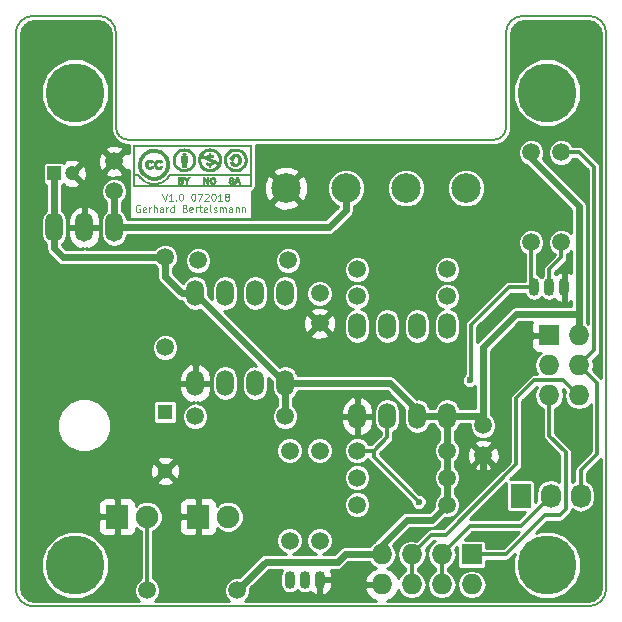
<source format=gtl>
G04 #@! TF.FileFunction,Copper,L1,Top,Signal*
%FSLAX46Y46*%
G04 Gerber Fmt 4.6, Leading zero omitted, Abs format (unit mm)*
G04 Created by KiCad (PCBNEW 4.0.2+dfsg1-stable) date Di 24 Jul 2018 16:47:43 CEST*
%MOMM*%
G01*
G04 APERTURE LIST*
%ADD10C,0.100000*%
%ADD11C,0.125000*%
%ADD12C,0.150000*%
%ADD13C,0.002540*%
%ADD14O,1.501140X2.199640*%
%ADD15C,2.500000*%
%ADD16C,5.000000*%
%ADD17R,1.727200X1.727200*%
%ADD18O,1.727200X1.727200*%
%ADD19C,1.501140*%
%ADD20R,1.200000X1.200000*%
%ADD21C,1.200000*%
%ADD22C,1.500000*%
%ADD23R,1.727200X2.032000*%
%ADD24O,1.727200X2.032000*%
%ADD25O,0.899160X1.501140*%
%ADD26O,1.501140X2.499360*%
%ADD27R,1.900000X2.000000*%
%ADD28C,1.900000*%
%ADD29R,1.300000X1.300000*%
%ADD30C,1.300000*%
%ADD31C,0.800000*%
%ADD32C,0.600000*%
%ADD33C,0.600000*%
%ADD34C,0.304800*%
%ADD35C,0.254000*%
G04 APERTURE END LIST*
D10*
D11*
X132854999Y-108916929D02*
X133054999Y-109516929D01*
X133254999Y-108916929D01*
X133769285Y-109516929D02*
X133426428Y-109516929D01*
X133597856Y-109516929D02*
X133597856Y-108916929D01*
X133540713Y-109002643D01*
X133483571Y-109059786D01*
X133426428Y-109088357D01*
X134026428Y-109459786D02*
X134055000Y-109488357D01*
X134026428Y-109516929D01*
X133997857Y-109488357D01*
X134026428Y-109459786D01*
X134026428Y-109516929D01*
X134426428Y-108916929D02*
X134483571Y-108916929D01*
X134540714Y-108945500D01*
X134569285Y-108974071D01*
X134597856Y-109031214D01*
X134626428Y-109145500D01*
X134626428Y-109288357D01*
X134597856Y-109402643D01*
X134569285Y-109459786D01*
X134540714Y-109488357D01*
X134483571Y-109516929D01*
X134426428Y-109516929D01*
X134369285Y-109488357D01*
X134340714Y-109459786D01*
X134312142Y-109402643D01*
X134283571Y-109288357D01*
X134283571Y-109145500D01*
X134312142Y-109031214D01*
X134340714Y-108974071D01*
X134369285Y-108945500D01*
X134426428Y-108916929D01*
X135455000Y-108916929D02*
X135512143Y-108916929D01*
X135569286Y-108945500D01*
X135597857Y-108974071D01*
X135626428Y-109031214D01*
X135655000Y-109145500D01*
X135655000Y-109288357D01*
X135626428Y-109402643D01*
X135597857Y-109459786D01*
X135569286Y-109488357D01*
X135512143Y-109516929D01*
X135455000Y-109516929D01*
X135397857Y-109488357D01*
X135369286Y-109459786D01*
X135340714Y-109402643D01*
X135312143Y-109288357D01*
X135312143Y-109145500D01*
X135340714Y-109031214D01*
X135369286Y-108974071D01*
X135397857Y-108945500D01*
X135455000Y-108916929D01*
X135855000Y-108916929D02*
X136255000Y-108916929D01*
X135997857Y-109516929D01*
X136455001Y-108974071D02*
X136483572Y-108945500D01*
X136540715Y-108916929D01*
X136683572Y-108916929D01*
X136740715Y-108945500D01*
X136769286Y-108974071D01*
X136797858Y-109031214D01*
X136797858Y-109088357D01*
X136769286Y-109174071D01*
X136426429Y-109516929D01*
X136797858Y-109516929D01*
X137169287Y-108916929D02*
X137226430Y-108916929D01*
X137283573Y-108945500D01*
X137312144Y-108974071D01*
X137340715Y-109031214D01*
X137369287Y-109145500D01*
X137369287Y-109288357D01*
X137340715Y-109402643D01*
X137312144Y-109459786D01*
X137283573Y-109488357D01*
X137226430Y-109516929D01*
X137169287Y-109516929D01*
X137112144Y-109488357D01*
X137083573Y-109459786D01*
X137055001Y-109402643D01*
X137026430Y-109288357D01*
X137026430Y-109145500D01*
X137055001Y-109031214D01*
X137083573Y-108974071D01*
X137112144Y-108945500D01*
X137169287Y-108916929D01*
X137940716Y-109516929D02*
X137597859Y-109516929D01*
X137769287Y-109516929D02*
X137769287Y-108916929D01*
X137712144Y-109002643D01*
X137655002Y-109059786D01*
X137597859Y-109088357D01*
X138283573Y-109174071D02*
X138226431Y-109145500D01*
X138197859Y-109116929D01*
X138169288Y-109059786D01*
X138169288Y-109031214D01*
X138197859Y-108974071D01*
X138226431Y-108945500D01*
X138283573Y-108916929D01*
X138397859Y-108916929D01*
X138455002Y-108945500D01*
X138483573Y-108974071D01*
X138512145Y-109031214D01*
X138512145Y-109059786D01*
X138483573Y-109116929D01*
X138455002Y-109145500D01*
X138397859Y-109174071D01*
X138283573Y-109174071D01*
X138226431Y-109202643D01*
X138197859Y-109231214D01*
X138169288Y-109288357D01*
X138169288Y-109402643D01*
X138197859Y-109459786D01*
X138226431Y-109488357D01*
X138283573Y-109516929D01*
X138397859Y-109516929D01*
X138455002Y-109488357D01*
X138483573Y-109459786D01*
X138512145Y-109402643D01*
X138512145Y-109288357D01*
X138483573Y-109231214D01*
X138455002Y-109202643D01*
X138397859Y-109174071D01*
X130955000Y-109910500D02*
X130897857Y-109881929D01*
X130812143Y-109881929D01*
X130726428Y-109910500D01*
X130669286Y-109967643D01*
X130640714Y-110024786D01*
X130612143Y-110139071D01*
X130612143Y-110224786D01*
X130640714Y-110339071D01*
X130669286Y-110396214D01*
X130726428Y-110453357D01*
X130812143Y-110481929D01*
X130869286Y-110481929D01*
X130955000Y-110453357D01*
X130983571Y-110424786D01*
X130983571Y-110224786D01*
X130869286Y-110224786D01*
X131469286Y-110453357D02*
X131412143Y-110481929D01*
X131297857Y-110481929D01*
X131240714Y-110453357D01*
X131212143Y-110396214D01*
X131212143Y-110167643D01*
X131240714Y-110110500D01*
X131297857Y-110081929D01*
X131412143Y-110081929D01*
X131469286Y-110110500D01*
X131497857Y-110167643D01*
X131497857Y-110224786D01*
X131212143Y-110281929D01*
X131755000Y-110481929D02*
X131755000Y-110081929D01*
X131755000Y-110196214D02*
X131783572Y-110139071D01*
X131812143Y-110110500D01*
X131869286Y-110081929D01*
X131926429Y-110081929D01*
X132126429Y-110481929D02*
X132126429Y-109881929D01*
X132383572Y-110481929D02*
X132383572Y-110167643D01*
X132355001Y-110110500D01*
X132297858Y-110081929D01*
X132212143Y-110081929D01*
X132155001Y-110110500D01*
X132126429Y-110139071D01*
X132926429Y-110481929D02*
X132926429Y-110167643D01*
X132897858Y-110110500D01*
X132840715Y-110081929D01*
X132726429Y-110081929D01*
X132669286Y-110110500D01*
X132926429Y-110453357D02*
X132869286Y-110481929D01*
X132726429Y-110481929D01*
X132669286Y-110453357D01*
X132640715Y-110396214D01*
X132640715Y-110339071D01*
X132669286Y-110281929D01*
X132726429Y-110253357D01*
X132869286Y-110253357D01*
X132926429Y-110224786D01*
X133212143Y-110481929D02*
X133212143Y-110081929D01*
X133212143Y-110196214D02*
X133240715Y-110139071D01*
X133269286Y-110110500D01*
X133326429Y-110081929D01*
X133383572Y-110081929D01*
X133840715Y-110481929D02*
X133840715Y-109881929D01*
X133840715Y-110453357D02*
X133783572Y-110481929D01*
X133669286Y-110481929D01*
X133612144Y-110453357D01*
X133583572Y-110424786D01*
X133555001Y-110367643D01*
X133555001Y-110196214D01*
X133583572Y-110139071D01*
X133612144Y-110110500D01*
X133669286Y-110081929D01*
X133783572Y-110081929D01*
X133840715Y-110110500D01*
X134783572Y-110167643D02*
X134869286Y-110196214D01*
X134897858Y-110224786D01*
X134926429Y-110281929D01*
X134926429Y-110367643D01*
X134897858Y-110424786D01*
X134869286Y-110453357D01*
X134812144Y-110481929D01*
X134583572Y-110481929D01*
X134583572Y-109881929D01*
X134783572Y-109881929D01*
X134840715Y-109910500D01*
X134869286Y-109939071D01*
X134897858Y-109996214D01*
X134897858Y-110053357D01*
X134869286Y-110110500D01*
X134840715Y-110139071D01*
X134783572Y-110167643D01*
X134583572Y-110167643D01*
X135412144Y-110453357D02*
X135355001Y-110481929D01*
X135240715Y-110481929D01*
X135183572Y-110453357D01*
X135155001Y-110396214D01*
X135155001Y-110167643D01*
X135183572Y-110110500D01*
X135240715Y-110081929D01*
X135355001Y-110081929D01*
X135412144Y-110110500D01*
X135440715Y-110167643D01*
X135440715Y-110224786D01*
X135155001Y-110281929D01*
X135697858Y-110481929D02*
X135697858Y-110081929D01*
X135697858Y-110196214D02*
X135726430Y-110139071D01*
X135755001Y-110110500D01*
X135812144Y-110081929D01*
X135869287Y-110081929D01*
X135983573Y-110081929D02*
X136212144Y-110081929D01*
X136069287Y-109881929D02*
X136069287Y-110396214D01*
X136097859Y-110453357D01*
X136155001Y-110481929D01*
X136212144Y-110481929D01*
X136640716Y-110453357D02*
X136583573Y-110481929D01*
X136469287Y-110481929D01*
X136412144Y-110453357D01*
X136383573Y-110396214D01*
X136383573Y-110167643D01*
X136412144Y-110110500D01*
X136469287Y-110081929D01*
X136583573Y-110081929D01*
X136640716Y-110110500D01*
X136669287Y-110167643D01*
X136669287Y-110224786D01*
X136383573Y-110281929D01*
X137012144Y-110481929D02*
X136955002Y-110453357D01*
X136926430Y-110396214D01*
X136926430Y-109881929D01*
X137212145Y-110453357D02*
X137269288Y-110481929D01*
X137383573Y-110481929D01*
X137440716Y-110453357D01*
X137469288Y-110396214D01*
X137469288Y-110367643D01*
X137440716Y-110310500D01*
X137383573Y-110281929D01*
X137297859Y-110281929D01*
X137240716Y-110253357D01*
X137212145Y-110196214D01*
X137212145Y-110167643D01*
X137240716Y-110110500D01*
X137297859Y-110081929D01*
X137383573Y-110081929D01*
X137440716Y-110110500D01*
X137726430Y-110481929D02*
X137726430Y-110081929D01*
X137726430Y-110139071D02*
X137755002Y-110110500D01*
X137812144Y-110081929D01*
X137897859Y-110081929D01*
X137955002Y-110110500D01*
X137983573Y-110167643D01*
X137983573Y-110481929D01*
X137983573Y-110167643D02*
X138012144Y-110110500D01*
X138069287Y-110081929D01*
X138155002Y-110081929D01*
X138212144Y-110110500D01*
X138240716Y-110167643D01*
X138240716Y-110481929D01*
X138783573Y-110481929D02*
X138783573Y-110167643D01*
X138755002Y-110110500D01*
X138697859Y-110081929D01*
X138583573Y-110081929D01*
X138526430Y-110110500D01*
X138783573Y-110453357D02*
X138726430Y-110481929D01*
X138583573Y-110481929D01*
X138526430Y-110453357D01*
X138497859Y-110396214D01*
X138497859Y-110339071D01*
X138526430Y-110281929D01*
X138583573Y-110253357D01*
X138726430Y-110253357D01*
X138783573Y-110224786D01*
X139069287Y-110081929D02*
X139069287Y-110481929D01*
X139069287Y-110139071D02*
X139097859Y-110110500D01*
X139155001Y-110081929D01*
X139240716Y-110081929D01*
X139297859Y-110110500D01*
X139326430Y-110167643D01*
X139326430Y-110481929D01*
X139612144Y-110081929D02*
X139612144Y-110481929D01*
X139612144Y-110139071D02*
X139640716Y-110110500D01*
X139697858Y-110081929D01*
X139783573Y-110081929D01*
X139840716Y-110110500D01*
X139869287Y-110167643D01*
X139869287Y-110481929D01*
D12*
X161950000Y-95350000D02*
X161950000Y-103350000D01*
X168950000Y-93850000D02*
X163450000Y-93850000D01*
X127450000Y-93850000D02*
X121950000Y-93850000D01*
X128950000Y-103350000D02*
X128950000Y-95350000D01*
X160950000Y-104350000D02*
X129950000Y-104350000D01*
X160950000Y-104350000D02*
G75*
G03X161950000Y-103350000I0J1000000D01*
G01*
X128950000Y-103350000D02*
G75*
G03X129950000Y-104350000I1000000J0D01*
G01*
X128950000Y-95350000D02*
G75*
G03X127450000Y-93850000I-1500000J0D01*
G01*
X163450000Y-93850000D02*
G75*
G03X161950000Y-95350000I0J-1500000D01*
G01*
X120450000Y-95350000D02*
X120450000Y-142350000D01*
X170450000Y-142350000D02*
X170450000Y-95350000D01*
X120450000Y-142350000D02*
G75*
G03X121950000Y-143850000I1500000J0D01*
G01*
X168950000Y-143850000D02*
G75*
G03X170450000Y-142350000I0J1500000D01*
G01*
X121950000Y-93850000D02*
G75*
G03X120450000Y-95350000I0J-1500000D01*
G01*
X170450000Y-95350000D02*
G75*
G03X168950000Y-93850000I-1500000J0D01*
G01*
X168950000Y-143850000D02*
X121950000Y-143850000D01*
D13*
G36*
X140380720Y-108303060D02*
X140291820Y-108303060D01*
X140291820Y-107251500D01*
X140291820Y-106103420D01*
X140291820Y-104952800D01*
X140261340Y-104922320D01*
X140233400Y-104894380D01*
X135382000Y-104894380D01*
X130530600Y-104894380D01*
X130502660Y-104922320D01*
X130472180Y-104952800D01*
X130472180Y-106103420D01*
X130472180Y-107251500D01*
X130649980Y-107251500D01*
X130827780Y-107251500D01*
X130893820Y-107353100D01*
X130990340Y-107485180D01*
X131102100Y-107604560D01*
X131226560Y-107711240D01*
X131363720Y-107805220D01*
X131508500Y-107883960D01*
X131663440Y-107944920D01*
X131826000Y-107990640D01*
X131955540Y-108010960D01*
X132021580Y-108016040D01*
X132102860Y-108018580D01*
X132189220Y-108016040D01*
X132275580Y-108008420D01*
X132354320Y-108000800D01*
X132400040Y-107993180D01*
X132570220Y-107947460D01*
X132727700Y-107889040D01*
X132877560Y-107810300D01*
X133014720Y-107716320D01*
X133144260Y-107602020D01*
X133197600Y-107548680D01*
X133240780Y-107500420D01*
X133286500Y-107444540D01*
X133327140Y-107391200D01*
X133352540Y-107353100D01*
X133418580Y-107254040D01*
X136852660Y-107251500D01*
X140291820Y-107251500D01*
X140291820Y-108303060D01*
X140281660Y-108303060D01*
X140281660Y-108221780D01*
X140281660Y-107782360D01*
X140281660Y-107342940D01*
X136880600Y-107342940D01*
X133484620Y-107342940D01*
X133421120Y-107434380D01*
X133344920Y-107541060D01*
X133271260Y-107635040D01*
X133192520Y-107713780D01*
X133111240Y-107779820D01*
X133019800Y-107843320D01*
X132951220Y-107883960D01*
X132842000Y-107939840D01*
X132745480Y-107985560D01*
X132654040Y-108021120D01*
X132560060Y-108051600D01*
X132463540Y-108077000D01*
X132458460Y-108077000D01*
X132313680Y-108102400D01*
X132181600Y-108115100D01*
X132052060Y-108115100D01*
X131919980Y-108102400D01*
X131785360Y-108077000D01*
X131632960Y-108031280D01*
X131480560Y-107965240D01*
X131323080Y-107881420D01*
X131165600Y-107777280D01*
X131112260Y-107739180D01*
X131071620Y-107706160D01*
X131025900Y-107660440D01*
X130975100Y-107609640D01*
X130921760Y-107553760D01*
X130873500Y-107497880D01*
X130830320Y-107447080D01*
X130797300Y-107401360D01*
X130782060Y-107373420D01*
X130764280Y-107342940D01*
X130614420Y-107342940D01*
X130462020Y-107342940D01*
X130462020Y-107782360D01*
X130462020Y-108221780D01*
X135374380Y-108221780D01*
X140281660Y-108221780D01*
X140281660Y-108303060D01*
X135387080Y-108303060D01*
X130395980Y-108303060D01*
X130388360Y-108158280D01*
X130388360Y-108130340D01*
X130385820Y-108084620D01*
X130385820Y-108021120D01*
X130385820Y-107942380D01*
X130385820Y-107850940D01*
X130383280Y-107749340D01*
X130383280Y-107632500D01*
X130383280Y-107508040D01*
X130383280Y-107375960D01*
X130383280Y-107233720D01*
X130383280Y-107086400D01*
X130383280Y-106934000D01*
X130383280Y-106779060D01*
X130383280Y-106621580D01*
X130385820Y-106466640D01*
X130385820Y-106306620D01*
X130385820Y-106149140D01*
X130385820Y-105996740D01*
X130385820Y-105844340D01*
X130388360Y-105699560D01*
X130388360Y-105562400D01*
X130388360Y-105432860D01*
X130388360Y-105310940D01*
X130390900Y-105199180D01*
X130390900Y-105100120D01*
X130390900Y-105013760D01*
X130393440Y-104940100D01*
X130393440Y-104884220D01*
X130393440Y-104843580D01*
X130395980Y-104820720D01*
X130395980Y-104818180D01*
X130406140Y-104815640D01*
X130436620Y-104815640D01*
X130484880Y-104815640D01*
X130550920Y-104815640D01*
X130632200Y-104815640D01*
X130733800Y-104815640D01*
X130848100Y-104813100D01*
X130977640Y-104813100D01*
X131122420Y-104813100D01*
X131279900Y-104813100D01*
X131450080Y-104813100D01*
X131630420Y-104813100D01*
X131823460Y-104810560D01*
X132026660Y-104810560D01*
X132240020Y-104810560D01*
X132463540Y-104810560D01*
X132694680Y-104810560D01*
X132930900Y-104810560D01*
X133177280Y-104810560D01*
X133428740Y-104810560D01*
X133685280Y-104808020D01*
X133944360Y-104808020D01*
X134211060Y-104808020D01*
X134477760Y-104808020D01*
X134749540Y-104808020D01*
X135021320Y-104808020D01*
X135293100Y-104808020D01*
X135564880Y-104808020D01*
X135836660Y-104808020D01*
X136108440Y-104808020D01*
X136377680Y-104808020D01*
X136644380Y-104808020D01*
X136906000Y-104808020D01*
X137165080Y-104808020D01*
X137419080Y-104808020D01*
X137668000Y-104808020D01*
X137909300Y-104808020D01*
X138145520Y-104808020D01*
X138371580Y-104808020D01*
X138590020Y-104808020D01*
X138798300Y-104808020D01*
X138996420Y-104808020D01*
X139186920Y-104808020D01*
X139362180Y-104808020D01*
X139527280Y-104808020D01*
X139677140Y-104808020D01*
X139814300Y-104808020D01*
X139938760Y-104808020D01*
X140045440Y-104808020D01*
X140136880Y-104810560D01*
X140213080Y-104810560D01*
X140271500Y-104810560D01*
X140309600Y-104810560D01*
X140332460Y-104810560D01*
X140335000Y-104810560D01*
X140380720Y-104815640D01*
X140380720Y-106558080D01*
X140380720Y-108303060D01*
X140380720Y-108303060D01*
X140380720Y-108303060D01*
G37*
X140380720Y-108303060D02*
X140291820Y-108303060D01*
X140291820Y-107251500D01*
X140291820Y-106103420D01*
X140291820Y-104952800D01*
X140261340Y-104922320D01*
X140233400Y-104894380D01*
X135382000Y-104894380D01*
X130530600Y-104894380D01*
X130502660Y-104922320D01*
X130472180Y-104952800D01*
X130472180Y-106103420D01*
X130472180Y-107251500D01*
X130649980Y-107251500D01*
X130827780Y-107251500D01*
X130893820Y-107353100D01*
X130990340Y-107485180D01*
X131102100Y-107604560D01*
X131226560Y-107711240D01*
X131363720Y-107805220D01*
X131508500Y-107883960D01*
X131663440Y-107944920D01*
X131826000Y-107990640D01*
X131955540Y-108010960D01*
X132021580Y-108016040D01*
X132102860Y-108018580D01*
X132189220Y-108016040D01*
X132275580Y-108008420D01*
X132354320Y-108000800D01*
X132400040Y-107993180D01*
X132570220Y-107947460D01*
X132727700Y-107889040D01*
X132877560Y-107810300D01*
X133014720Y-107716320D01*
X133144260Y-107602020D01*
X133197600Y-107548680D01*
X133240780Y-107500420D01*
X133286500Y-107444540D01*
X133327140Y-107391200D01*
X133352540Y-107353100D01*
X133418580Y-107254040D01*
X136852660Y-107251500D01*
X140291820Y-107251500D01*
X140291820Y-108303060D01*
X140281660Y-108303060D01*
X140281660Y-108221780D01*
X140281660Y-107782360D01*
X140281660Y-107342940D01*
X136880600Y-107342940D01*
X133484620Y-107342940D01*
X133421120Y-107434380D01*
X133344920Y-107541060D01*
X133271260Y-107635040D01*
X133192520Y-107713780D01*
X133111240Y-107779820D01*
X133019800Y-107843320D01*
X132951220Y-107883960D01*
X132842000Y-107939840D01*
X132745480Y-107985560D01*
X132654040Y-108021120D01*
X132560060Y-108051600D01*
X132463540Y-108077000D01*
X132458460Y-108077000D01*
X132313680Y-108102400D01*
X132181600Y-108115100D01*
X132052060Y-108115100D01*
X131919980Y-108102400D01*
X131785360Y-108077000D01*
X131632960Y-108031280D01*
X131480560Y-107965240D01*
X131323080Y-107881420D01*
X131165600Y-107777280D01*
X131112260Y-107739180D01*
X131071620Y-107706160D01*
X131025900Y-107660440D01*
X130975100Y-107609640D01*
X130921760Y-107553760D01*
X130873500Y-107497880D01*
X130830320Y-107447080D01*
X130797300Y-107401360D01*
X130782060Y-107373420D01*
X130764280Y-107342940D01*
X130614420Y-107342940D01*
X130462020Y-107342940D01*
X130462020Y-107782360D01*
X130462020Y-108221780D01*
X135374380Y-108221780D01*
X140281660Y-108221780D01*
X140281660Y-108303060D01*
X135387080Y-108303060D01*
X130395980Y-108303060D01*
X130388360Y-108158280D01*
X130388360Y-108130340D01*
X130385820Y-108084620D01*
X130385820Y-108021120D01*
X130385820Y-107942380D01*
X130385820Y-107850940D01*
X130383280Y-107749340D01*
X130383280Y-107632500D01*
X130383280Y-107508040D01*
X130383280Y-107375960D01*
X130383280Y-107233720D01*
X130383280Y-107086400D01*
X130383280Y-106934000D01*
X130383280Y-106779060D01*
X130383280Y-106621580D01*
X130385820Y-106466640D01*
X130385820Y-106306620D01*
X130385820Y-106149140D01*
X130385820Y-105996740D01*
X130385820Y-105844340D01*
X130388360Y-105699560D01*
X130388360Y-105562400D01*
X130388360Y-105432860D01*
X130388360Y-105310940D01*
X130390900Y-105199180D01*
X130390900Y-105100120D01*
X130390900Y-105013760D01*
X130393440Y-104940100D01*
X130393440Y-104884220D01*
X130393440Y-104843580D01*
X130395980Y-104820720D01*
X130395980Y-104818180D01*
X130406140Y-104815640D01*
X130436620Y-104815640D01*
X130484880Y-104815640D01*
X130550920Y-104815640D01*
X130632200Y-104815640D01*
X130733800Y-104815640D01*
X130848100Y-104813100D01*
X130977640Y-104813100D01*
X131122420Y-104813100D01*
X131279900Y-104813100D01*
X131450080Y-104813100D01*
X131630420Y-104813100D01*
X131823460Y-104810560D01*
X132026660Y-104810560D01*
X132240020Y-104810560D01*
X132463540Y-104810560D01*
X132694680Y-104810560D01*
X132930900Y-104810560D01*
X133177280Y-104810560D01*
X133428740Y-104810560D01*
X133685280Y-104808020D01*
X133944360Y-104808020D01*
X134211060Y-104808020D01*
X134477760Y-104808020D01*
X134749540Y-104808020D01*
X135021320Y-104808020D01*
X135293100Y-104808020D01*
X135564880Y-104808020D01*
X135836660Y-104808020D01*
X136108440Y-104808020D01*
X136377680Y-104808020D01*
X136644380Y-104808020D01*
X136906000Y-104808020D01*
X137165080Y-104808020D01*
X137419080Y-104808020D01*
X137668000Y-104808020D01*
X137909300Y-104808020D01*
X138145520Y-104808020D01*
X138371580Y-104808020D01*
X138590020Y-104808020D01*
X138798300Y-104808020D01*
X138996420Y-104808020D01*
X139186920Y-104808020D01*
X139362180Y-104808020D01*
X139527280Y-104808020D01*
X139677140Y-104808020D01*
X139814300Y-104808020D01*
X139938760Y-104808020D01*
X140045440Y-104808020D01*
X140136880Y-104810560D01*
X140213080Y-104810560D01*
X140271500Y-104810560D01*
X140309600Y-104810560D01*
X140332460Y-104810560D01*
X140335000Y-104810560D01*
X140380720Y-104815640D01*
X140380720Y-106558080D01*
X140380720Y-108303060D01*
X140380720Y-108303060D01*
G36*
X137370820Y-107871260D02*
X137365740Y-107899200D01*
X137340340Y-107970320D01*
X137302240Y-108023660D01*
X137251440Y-108064300D01*
X137190480Y-108087160D01*
X137119360Y-108094780D01*
X137076180Y-108089700D01*
X137022840Y-108079540D01*
X136982200Y-108059220D01*
X136941560Y-108026200D01*
X136923780Y-108008420D01*
X136885680Y-107952540D01*
X136860280Y-107886500D01*
X136852660Y-107817920D01*
X136857740Y-107746800D01*
X136875520Y-107678220D01*
X136911080Y-107617260D01*
X136931400Y-107591860D01*
X136984740Y-107551220D01*
X137045700Y-107525820D01*
X137109200Y-107515660D01*
X137172700Y-107520740D01*
X137231120Y-107538520D01*
X137284460Y-107571540D01*
X137327640Y-107617260D01*
X137340340Y-107642660D01*
X137353040Y-107670600D01*
X137360660Y-107696000D01*
X137360660Y-107701080D01*
X137358120Y-107713780D01*
X137347960Y-107718860D01*
X137325100Y-107721400D01*
X137307320Y-107721400D01*
X137274300Y-107721400D01*
X137256520Y-107716320D01*
X137243820Y-107706160D01*
X137236200Y-107690920D01*
X137205720Y-107652820D01*
X137167620Y-107632500D01*
X137124440Y-107622340D01*
X137081260Y-107629960D01*
X137040620Y-107650280D01*
X137007600Y-107685840D01*
X136997440Y-107706160D01*
X136984740Y-107746800D01*
X136979660Y-107800140D01*
X136982200Y-107853480D01*
X136992360Y-107899200D01*
X136997440Y-107909360D01*
X137027920Y-107952540D01*
X137068560Y-107977940D01*
X137114280Y-107990640D01*
X137160000Y-107985560D01*
X137180320Y-107975400D01*
X137208260Y-107955080D01*
X137228580Y-107924600D01*
X137241280Y-107894120D01*
X137241280Y-107886500D01*
X137243820Y-107878880D01*
X137259060Y-107873800D01*
X137287000Y-107871260D01*
X137304780Y-107871260D01*
X137370820Y-107871260D01*
X137370820Y-107871260D01*
X137370820Y-107871260D01*
G37*
X137370820Y-107871260D02*
X137365740Y-107899200D01*
X137340340Y-107970320D01*
X137302240Y-108023660D01*
X137251440Y-108064300D01*
X137190480Y-108087160D01*
X137119360Y-108094780D01*
X137076180Y-108089700D01*
X137022840Y-108079540D01*
X136982200Y-108059220D01*
X136941560Y-108026200D01*
X136923780Y-108008420D01*
X136885680Y-107952540D01*
X136860280Y-107886500D01*
X136852660Y-107817920D01*
X136857740Y-107746800D01*
X136875520Y-107678220D01*
X136911080Y-107617260D01*
X136931400Y-107591860D01*
X136984740Y-107551220D01*
X137045700Y-107525820D01*
X137109200Y-107515660D01*
X137172700Y-107520740D01*
X137231120Y-107538520D01*
X137284460Y-107571540D01*
X137327640Y-107617260D01*
X137340340Y-107642660D01*
X137353040Y-107670600D01*
X137360660Y-107696000D01*
X137360660Y-107701080D01*
X137358120Y-107713780D01*
X137347960Y-107718860D01*
X137325100Y-107721400D01*
X137307320Y-107721400D01*
X137274300Y-107721400D01*
X137256520Y-107716320D01*
X137243820Y-107706160D01*
X137236200Y-107690920D01*
X137205720Y-107652820D01*
X137167620Y-107632500D01*
X137124440Y-107622340D01*
X137081260Y-107629960D01*
X137040620Y-107650280D01*
X137007600Y-107685840D01*
X136997440Y-107706160D01*
X136984740Y-107746800D01*
X136979660Y-107800140D01*
X136982200Y-107853480D01*
X136992360Y-107899200D01*
X136997440Y-107909360D01*
X137027920Y-107952540D01*
X137068560Y-107977940D01*
X137114280Y-107990640D01*
X137160000Y-107985560D01*
X137180320Y-107975400D01*
X137208260Y-107955080D01*
X137228580Y-107924600D01*
X137241280Y-107894120D01*
X137241280Y-107886500D01*
X137243820Y-107878880D01*
X137259060Y-107873800D01*
X137287000Y-107871260D01*
X137304780Y-107871260D01*
X137370820Y-107871260D01*
X137370820Y-107871260D01*
G36*
X138920220Y-107942380D02*
X138910060Y-107980480D01*
X138887200Y-108016040D01*
X138879580Y-108026200D01*
X138841480Y-108059220D01*
X138788140Y-108082080D01*
X138727180Y-108094780D01*
X138663680Y-108094780D01*
X138656060Y-108094780D01*
X138584940Y-108079540D01*
X138529060Y-108049060D01*
X138488420Y-108008420D01*
X138463020Y-107955080D01*
X138460480Y-107950000D01*
X138455400Y-107919520D01*
X138460480Y-107901740D01*
X138478260Y-107894120D01*
X138511280Y-107894120D01*
X138521440Y-107894120D01*
X138551920Y-107896660D01*
X138569700Y-107901740D01*
X138579860Y-107914440D01*
X138584940Y-107932220D01*
X138605260Y-107965240D01*
X138638280Y-107990640D01*
X138681460Y-108000800D01*
X138729720Y-107995720D01*
X138757660Y-107988100D01*
X138788140Y-107970320D01*
X138800840Y-107947460D01*
X138798300Y-107919520D01*
X138790680Y-107904280D01*
X138775440Y-107891580D01*
X138750040Y-107878880D01*
X138711940Y-107863640D01*
X138658600Y-107845860D01*
X138630660Y-107838240D01*
X138582400Y-107823000D01*
X138549380Y-107807760D01*
X138526520Y-107792520D01*
X138513820Y-107777280D01*
X138483340Y-107731560D01*
X138473180Y-107688380D01*
X138478260Y-107642660D01*
X138498580Y-107602020D01*
X138531600Y-107566460D01*
X138574780Y-107538520D01*
X138625580Y-107520740D01*
X138684000Y-107515660D01*
X138739880Y-107520740D01*
X138803380Y-107541060D01*
X138851640Y-107569000D01*
X138882120Y-107609640D01*
X138897360Y-107660440D01*
X138897360Y-107660440D01*
X138902440Y-107701080D01*
X138846560Y-107701080D01*
X138813540Y-107701080D01*
X138795760Y-107696000D01*
X138785600Y-107688380D01*
X138777980Y-107670600D01*
X138760200Y-107640120D01*
X138727180Y-107622340D01*
X138689080Y-107612180D01*
X138650980Y-107617260D01*
X138617960Y-107632500D01*
X138615420Y-107637580D01*
X138597640Y-107657900D01*
X138592560Y-107675680D01*
X138602720Y-107693460D01*
X138607800Y-107701080D01*
X138630660Y-107713780D01*
X138671300Y-107731560D01*
X138729720Y-107749340D01*
X138734800Y-107749340D01*
X138800840Y-107772200D01*
X138851640Y-107792520D01*
X138884660Y-107817920D01*
X138907520Y-107848400D01*
X138917680Y-107886500D01*
X138917680Y-107894120D01*
X138920220Y-107942380D01*
X138920220Y-107942380D01*
X138920220Y-107942380D01*
G37*
X138920220Y-107942380D02*
X138910060Y-107980480D01*
X138887200Y-108016040D01*
X138879580Y-108026200D01*
X138841480Y-108059220D01*
X138788140Y-108082080D01*
X138727180Y-108094780D01*
X138663680Y-108094780D01*
X138656060Y-108094780D01*
X138584940Y-108079540D01*
X138529060Y-108049060D01*
X138488420Y-108008420D01*
X138463020Y-107955080D01*
X138460480Y-107950000D01*
X138455400Y-107919520D01*
X138460480Y-107901740D01*
X138478260Y-107894120D01*
X138511280Y-107894120D01*
X138521440Y-107894120D01*
X138551920Y-107896660D01*
X138569700Y-107901740D01*
X138579860Y-107914440D01*
X138584940Y-107932220D01*
X138605260Y-107965240D01*
X138638280Y-107990640D01*
X138681460Y-108000800D01*
X138729720Y-107995720D01*
X138757660Y-107988100D01*
X138788140Y-107970320D01*
X138800840Y-107947460D01*
X138798300Y-107919520D01*
X138790680Y-107904280D01*
X138775440Y-107891580D01*
X138750040Y-107878880D01*
X138711940Y-107863640D01*
X138658600Y-107845860D01*
X138630660Y-107838240D01*
X138582400Y-107823000D01*
X138549380Y-107807760D01*
X138526520Y-107792520D01*
X138513820Y-107777280D01*
X138483340Y-107731560D01*
X138473180Y-107688380D01*
X138478260Y-107642660D01*
X138498580Y-107602020D01*
X138531600Y-107566460D01*
X138574780Y-107538520D01*
X138625580Y-107520740D01*
X138684000Y-107515660D01*
X138739880Y-107520740D01*
X138803380Y-107541060D01*
X138851640Y-107569000D01*
X138882120Y-107609640D01*
X138897360Y-107660440D01*
X138897360Y-107660440D01*
X138902440Y-107701080D01*
X138846560Y-107701080D01*
X138813540Y-107701080D01*
X138795760Y-107696000D01*
X138785600Y-107688380D01*
X138777980Y-107670600D01*
X138760200Y-107640120D01*
X138727180Y-107622340D01*
X138689080Y-107612180D01*
X138650980Y-107617260D01*
X138617960Y-107632500D01*
X138615420Y-107637580D01*
X138597640Y-107657900D01*
X138592560Y-107675680D01*
X138602720Y-107693460D01*
X138607800Y-107701080D01*
X138630660Y-107713780D01*
X138671300Y-107731560D01*
X138729720Y-107749340D01*
X138734800Y-107749340D01*
X138800840Y-107772200D01*
X138851640Y-107792520D01*
X138884660Y-107817920D01*
X138907520Y-107848400D01*
X138917680Y-107886500D01*
X138917680Y-107894120D01*
X138920220Y-107942380D01*
X138920220Y-107942380D01*
G36*
X134620000Y-107942380D02*
X134604760Y-107993180D01*
X134571740Y-108036360D01*
X134528560Y-108061760D01*
X134510780Y-108069380D01*
X134493000Y-108074460D01*
X134493000Y-107911900D01*
X134490460Y-107881420D01*
X134477760Y-107861100D01*
X134472680Y-107858560D01*
X134472680Y-107683300D01*
X134462520Y-107655360D01*
X134457440Y-107647740D01*
X134442200Y-107637580D01*
X134414260Y-107632500D01*
X134373620Y-107632500D01*
X134363460Y-107632500D01*
X134284720Y-107632500D01*
X134282180Y-107662980D01*
X134279640Y-107696000D01*
X134282180Y-107723940D01*
X134284720Y-107739180D01*
X134289800Y-107746800D01*
X134305040Y-107751880D01*
X134332980Y-107751880D01*
X134355840Y-107751880D01*
X134406640Y-107749340D01*
X134442200Y-107741720D01*
X134449820Y-107736640D01*
X134467600Y-107713780D01*
X134472680Y-107683300D01*
X134472680Y-107858560D01*
X134452360Y-107848400D01*
X134414260Y-107843320D01*
X134366000Y-107840780D01*
X134282180Y-107840780D01*
X134282180Y-107911900D01*
X134282180Y-107983020D01*
X134371080Y-107983020D01*
X134416800Y-107980480D01*
X134447280Y-107977940D01*
X134467600Y-107970320D01*
X134475220Y-107965240D01*
X134490460Y-107939840D01*
X134493000Y-107911900D01*
X134493000Y-108074460D01*
X134487920Y-108074460D01*
X134459980Y-108079540D01*
X134421880Y-108079540D01*
X134368540Y-108082080D01*
X134320280Y-108082080D01*
X134152640Y-108082080D01*
X134152640Y-107807760D01*
X134152640Y-107530900D01*
X134317740Y-107530900D01*
X134391400Y-107533440D01*
X134444740Y-107533440D01*
X134487920Y-107538520D01*
X134518400Y-107546140D01*
X134541260Y-107556300D01*
X134559040Y-107571540D01*
X134566660Y-107579160D01*
X134581900Y-107607100D01*
X134589520Y-107645200D01*
X134592060Y-107685840D01*
X134589520Y-107706160D01*
X134576820Y-107731560D01*
X134556500Y-107756960D01*
X134553960Y-107759500D01*
X134538720Y-107777280D01*
X134536180Y-107787440D01*
X134543800Y-107789980D01*
X134569200Y-107807760D01*
X134597140Y-107835700D01*
X134614920Y-107871260D01*
X134617460Y-107886500D01*
X134620000Y-107942380D01*
X134620000Y-107942380D01*
X134620000Y-107942380D01*
G37*
X134620000Y-107942380D02*
X134604760Y-107993180D01*
X134571740Y-108036360D01*
X134528560Y-108061760D01*
X134510780Y-108069380D01*
X134493000Y-108074460D01*
X134493000Y-107911900D01*
X134490460Y-107881420D01*
X134477760Y-107861100D01*
X134472680Y-107858560D01*
X134472680Y-107683300D01*
X134462520Y-107655360D01*
X134457440Y-107647740D01*
X134442200Y-107637580D01*
X134414260Y-107632500D01*
X134373620Y-107632500D01*
X134363460Y-107632500D01*
X134284720Y-107632500D01*
X134282180Y-107662980D01*
X134279640Y-107696000D01*
X134282180Y-107723940D01*
X134284720Y-107739180D01*
X134289800Y-107746800D01*
X134305040Y-107751880D01*
X134332980Y-107751880D01*
X134355840Y-107751880D01*
X134406640Y-107749340D01*
X134442200Y-107741720D01*
X134449820Y-107736640D01*
X134467600Y-107713780D01*
X134472680Y-107683300D01*
X134472680Y-107858560D01*
X134452360Y-107848400D01*
X134414260Y-107843320D01*
X134366000Y-107840780D01*
X134282180Y-107840780D01*
X134282180Y-107911900D01*
X134282180Y-107983020D01*
X134371080Y-107983020D01*
X134416800Y-107980480D01*
X134447280Y-107977940D01*
X134467600Y-107970320D01*
X134475220Y-107965240D01*
X134490460Y-107939840D01*
X134493000Y-107911900D01*
X134493000Y-108074460D01*
X134487920Y-108074460D01*
X134459980Y-108079540D01*
X134421880Y-108079540D01*
X134368540Y-108082080D01*
X134320280Y-108082080D01*
X134152640Y-108082080D01*
X134152640Y-107807760D01*
X134152640Y-107530900D01*
X134317740Y-107530900D01*
X134391400Y-107533440D01*
X134444740Y-107533440D01*
X134487920Y-107538520D01*
X134518400Y-107546140D01*
X134541260Y-107556300D01*
X134559040Y-107571540D01*
X134566660Y-107579160D01*
X134581900Y-107607100D01*
X134589520Y-107645200D01*
X134592060Y-107685840D01*
X134589520Y-107706160D01*
X134576820Y-107731560D01*
X134556500Y-107756960D01*
X134553960Y-107759500D01*
X134538720Y-107777280D01*
X134536180Y-107787440D01*
X134543800Y-107789980D01*
X134569200Y-107807760D01*
X134597140Y-107835700D01*
X134614920Y-107871260D01*
X134617460Y-107886500D01*
X134620000Y-107942380D01*
X134620000Y-107942380D01*
G36*
X135171180Y-107530900D02*
X135067040Y-107706160D01*
X134962900Y-107881420D01*
X134962900Y-107980480D01*
X134962900Y-108082080D01*
X134904480Y-108082080D01*
X134843520Y-108082080D01*
X134843520Y-107975400D01*
X134843520Y-107868720D01*
X134747000Y-107708700D01*
X134716520Y-107657900D01*
X134688580Y-107612180D01*
X134668260Y-107574080D01*
X134653020Y-107551220D01*
X134645400Y-107538520D01*
X134653020Y-107535980D01*
X134675880Y-107533440D01*
X134708900Y-107530900D01*
X134711440Y-107530900D01*
X134782560Y-107530900D01*
X134843520Y-107637580D01*
X134871460Y-107685840D01*
X134891780Y-107716320D01*
X134907020Y-107731560D01*
X134914640Y-107731560D01*
X134922260Y-107716320D01*
X134937500Y-107690920D01*
X134960360Y-107652820D01*
X134975600Y-107627420D01*
X135028940Y-107535980D01*
X135100060Y-107533440D01*
X135171180Y-107530900D01*
X135171180Y-107530900D01*
X135171180Y-107530900D01*
G37*
X135171180Y-107530900D02*
X135067040Y-107706160D01*
X134962900Y-107881420D01*
X134962900Y-107980480D01*
X134962900Y-108082080D01*
X134904480Y-108082080D01*
X134843520Y-108082080D01*
X134843520Y-107975400D01*
X134843520Y-107868720D01*
X134747000Y-107708700D01*
X134716520Y-107657900D01*
X134688580Y-107612180D01*
X134668260Y-107574080D01*
X134653020Y-107551220D01*
X134645400Y-107538520D01*
X134653020Y-107535980D01*
X134675880Y-107533440D01*
X134708900Y-107530900D01*
X134711440Y-107530900D01*
X134782560Y-107530900D01*
X134843520Y-107637580D01*
X134871460Y-107685840D01*
X134891780Y-107716320D01*
X134907020Y-107731560D01*
X134914640Y-107731560D01*
X134922260Y-107716320D01*
X134937500Y-107690920D01*
X134960360Y-107652820D01*
X134975600Y-107627420D01*
X135028940Y-107535980D01*
X135100060Y-107533440D01*
X135171180Y-107530900D01*
X135171180Y-107530900D01*
G36*
X136771380Y-108082080D02*
X136707880Y-108082080D01*
X136646920Y-108082080D01*
X136535160Y-107904280D01*
X136425940Y-107729020D01*
X136423400Y-107906820D01*
X136420860Y-108082080D01*
X136359900Y-108082080D01*
X136301480Y-108082080D01*
X136301480Y-107807760D01*
X136301480Y-107530900D01*
X136364980Y-107530900D01*
X136428480Y-107530900D01*
X136535160Y-107706160D01*
X136568180Y-107759500D01*
X136598660Y-107805220D01*
X136621520Y-107840780D01*
X136639300Y-107866180D01*
X136646920Y-107876340D01*
X136649460Y-107876340D01*
X136649460Y-107866180D01*
X136652000Y-107838240D01*
X136652000Y-107797600D01*
X136652000Y-107746800D01*
X136652000Y-107703620D01*
X136649460Y-107530900D01*
X136710420Y-107530900D01*
X136771380Y-107530900D01*
X136771380Y-107807760D01*
X136771380Y-108082080D01*
X136771380Y-108082080D01*
X136771380Y-108082080D01*
G37*
X136771380Y-108082080D02*
X136707880Y-108082080D01*
X136646920Y-108082080D01*
X136535160Y-107904280D01*
X136425940Y-107729020D01*
X136423400Y-107906820D01*
X136420860Y-108082080D01*
X136359900Y-108082080D01*
X136301480Y-108082080D01*
X136301480Y-107807760D01*
X136301480Y-107530900D01*
X136364980Y-107530900D01*
X136428480Y-107530900D01*
X136535160Y-107706160D01*
X136568180Y-107759500D01*
X136598660Y-107805220D01*
X136621520Y-107840780D01*
X136639300Y-107866180D01*
X136646920Y-107876340D01*
X136649460Y-107876340D01*
X136649460Y-107866180D01*
X136652000Y-107838240D01*
X136652000Y-107797600D01*
X136652000Y-107746800D01*
X136652000Y-107703620D01*
X136649460Y-107530900D01*
X136710420Y-107530900D01*
X136771380Y-107530900D01*
X136771380Y-107807760D01*
X136771380Y-108082080D01*
X136771380Y-108082080D01*
G36*
X139471400Y-108074460D02*
X139461240Y-108079540D01*
X139438380Y-108082080D01*
X139407900Y-108082080D01*
X139344400Y-108082080D01*
X139326620Y-108021120D01*
X139308840Y-107962700D01*
X139270740Y-107962700D01*
X139270740Y-107861100D01*
X139240260Y-107772200D01*
X139225020Y-107734100D01*
X139214860Y-107703620D01*
X139204700Y-107690920D01*
X139202160Y-107688380D01*
X139194540Y-107701080D01*
X139184380Y-107726480D01*
X139171680Y-107759500D01*
X139158980Y-107795060D01*
X139148820Y-107825540D01*
X139143740Y-107848400D01*
X139141200Y-107856020D01*
X139151360Y-107858560D01*
X139174220Y-107861100D01*
X139204700Y-107861100D01*
X139270740Y-107861100D01*
X139270740Y-107962700D01*
X139204700Y-107962700D01*
X139103100Y-107962700D01*
X139080240Y-108021120D01*
X139057380Y-108082080D01*
X138996420Y-108082080D01*
X138932920Y-108082080D01*
X139037060Y-107810300D01*
X139138660Y-107535980D01*
X139207240Y-107535980D01*
X139273280Y-107535980D01*
X139372340Y-107802680D01*
X139397740Y-107871260D01*
X139420600Y-107932220D01*
X139440920Y-107988100D01*
X139456160Y-108031280D01*
X139466320Y-108059220D01*
X139471400Y-108074460D01*
X139471400Y-108074460D01*
X139471400Y-108074460D01*
X139471400Y-108074460D01*
G37*
X139471400Y-108074460D02*
X139461240Y-108079540D01*
X139438380Y-108082080D01*
X139407900Y-108082080D01*
X139344400Y-108082080D01*
X139326620Y-108021120D01*
X139308840Y-107962700D01*
X139270740Y-107962700D01*
X139270740Y-107861100D01*
X139240260Y-107772200D01*
X139225020Y-107734100D01*
X139214860Y-107703620D01*
X139204700Y-107690920D01*
X139202160Y-107688380D01*
X139194540Y-107701080D01*
X139184380Y-107726480D01*
X139171680Y-107759500D01*
X139158980Y-107795060D01*
X139148820Y-107825540D01*
X139143740Y-107848400D01*
X139141200Y-107856020D01*
X139151360Y-107858560D01*
X139174220Y-107861100D01*
X139204700Y-107861100D01*
X139270740Y-107861100D01*
X139270740Y-107962700D01*
X139204700Y-107962700D01*
X139103100Y-107962700D01*
X139080240Y-108021120D01*
X139057380Y-108082080D01*
X138996420Y-108082080D01*
X138932920Y-108082080D01*
X139037060Y-107810300D01*
X139138660Y-107535980D01*
X139207240Y-107535980D01*
X139273280Y-107535980D01*
X139372340Y-107802680D01*
X139397740Y-107871260D01*
X139420600Y-107932220D01*
X139440920Y-107988100D01*
X139456160Y-108031280D01*
X139466320Y-108059220D01*
X139471400Y-108074460D01*
X139471400Y-108074460D01*
X139471400Y-108074460D01*
G36*
X133421120Y-106415840D02*
X133421120Y-106486960D01*
X133416040Y-106580940D01*
X133408420Y-106664760D01*
X133395720Y-106740960D01*
X133377940Y-106812080D01*
X133352540Y-106885740D01*
X133334760Y-106936540D01*
X133271260Y-107066080D01*
X133192520Y-107188000D01*
X133189980Y-107190540D01*
X133189980Y-106415840D01*
X133179820Y-106276140D01*
X133151880Y-106141520D01*
X133106160Y-106011980D01*
X133042660Y-105887520D01*
X132963920Y-105773220D01*
X132869940Y-105669080D01*
X132760720Y-105575100D01*
X132638800Y-105493820D01*
X132631180Y-105491280D01*
X132511800Y-105435400D01*
X132384800Y-105394760D01*
X132250180Y-105371900D01*
X132113020Y-105366820D01*
X131975860Y-105376980D01*
X131843780Y-105402380D01*
X131716780Y-105445560D01*
X131635500Y-105483660D01*
X131521200Y-105554780D01*
X131414520Y-105643680D01*
X131320540Y-105742740D01*
X131236720Y-105851960D01*
X131168140Y-105968800D01*
X131114800Y-106090720D01*
X131094480Y-106159300D01*
X131064000Y-106304080D01*
X131056380Y-106446320D01*
X131066540Y-106583480D01*
X131097020Y-106720640D01*
X131145280Y-106850180D01*
X131213860Y-106974640D01*
X131297680Y-107094020D01*
X131396740Y-107200700D01*
X131513580Y-107297220D01*
X131632960Y-107373420D01*
X131759960Y-107431840D01*
X131892040Y-107472480D01*
X132029200Y-107492800D01*
X132176520Y-107492800D01*
X132308600Y-107480100D01*
X132430520Y-107452160D01*
X132549900Y-107406440D01*
X132666740Y-107345480D01*
X132775960Y-107269280D01*
X132877560Y-107182920D01*
X132966460Y-107086400D01*
X133040120Y-106982260D01*
X133098540Y-106873040D01*
X133113780Y-106840020D01*
X133159500Y-106697780D01*
X133184900Y-106555540D01*
X133189980Y-106415840D01*
X133189980Y-107190540D01*
X133098540Y-107302300D01*
X132994400Y-107406440D01*
X132877560Y-107497880D01*
X132750560Y-107576620D01*
X132618480Y-107640120D01*
X132483860Y-107688380D01*
X132344160Y-107718860D01*
X132278120Y-107726480D01*
X132214620Y-107731560D01*
X132163820Y-107734100D01*
X132120640Y-107736640D01*
X132082540Y-107736640D01*
X132041900Y-107734100D01*
X132006340Y-107731560D01*
X131853940Y-107711240D01*
X131709160Y-107673140D01*
X131572000Y-107614720D01*
X131439920Y-107541060D01*
X131312920Y-107447080D01*
X131191000Y-107332780D01*
X131188460Y-107330240D01*
X131081780Y-107208320D01*
X130992880Y-107083860D01*
X130924300Y-106951780D01*
X130873500Y-106814620D01*
X130840480Y-106667300D01*
X130825240Y-106514900D01*
X130822700Y-106433620D01*
X130827780Y-106291380D01*
X130848100Y-106156760D01*
X130881120Y-106032300D01*
X130926840Y-105907840D01*
X130964940Y-105831640D01*
X131046220Y-105697020D01*
X131142740Y-105572560D01*
X131251960Y-105460800D01*
X131371340Y-105364280D01*
X131503420Y-105280460D01*
X131640580Y-105214420D01*
X131785360Y-105166160D01*
X131876800Y-105145840D01*
X131942840Y-105138220D01*
X132024120Y-105133140D01*
X132110480Y-105130600D01*
X132196840Y-105133140D01*
X132280660Y-105135680D01*
X132351780Y-105143300D01*
X132367020Y-105148380D01*
X132519420Y-105183940D01*
X132664200Y-105239820D01*
X132798820Y-105310940D01*
X132925820Y-105397300D01*
X133042660Y-105498900D01*
X133144260Y-105613200D01*
X133235700Y-105737660D01*
X133309360Y-105874820D01*
X133365240Y-106017060D01*
X133375400Y-106055160D01*
X133395720Y-106123740D01*
X133408420Y-106189780D01*
X133416040Y-106258360D01*
X133421120Y-106332020D01*
X133421120Y-106415840D01*
X133421120Y-106415840D01*
X133421120Y-106415840D01*
G37*
X133421120Y-106415840D02*
X133421120Y-106486960D01*
X133416040Y-106580940D01*
X133408420Y-106664760D01*
X133395720Y-106740960D01*
X133377940Y-106812080D01*
X133352540Y-106885740D01*
X133334760Y-106936540D01*
X133271260Y-107066080D01*
X133192520Y-107188000D01*
X133189980Y-107190540D01*
X133189980Y-106415840D01*
X133179820Y-106276140D01*
X133151880Y-106141520D01*
X133106160Y-106011980D01*
X133042660Y-105887520D01*
X132963920Y-105773220D01*
X132869940Y-105669080D01*
X132760720Y-105575100D01*
X132638800Y-105493820D01*
X132631180Y-105491280D01*
X132511800Y-105435400D01*
X132384800Y-105394760D01*
X132250180Y-105371900D01*
X132113020Y-105366820D01*
X131975860Y-105376980D01*
X131843780Y-105402380D01*
X131716780Y-105445560D01*
X131635500Y-105483660D01*
X131521200Y-105554780D01*
X131414520Y-105643680D01*
X131320540Y-105742740D01*
X131236720Y-105851960D01*
X131168140Y-105968800D01*
X131114800Y-106090720D01*
X131094480Y-106159300D01*
X131064000Y-106304080D01*
X131056380Y-106446320D01*
X131066540Y-106583480D01*
X131097020Y-106720640D01*
X131145280Y-106850180D01*
X131213860Y-106974640D01*
X131297680Y-107094020D01*
X131396740Y-107200700D01*
X131513580Y-107297220D01*
X131632960Y-107373420D01*
X131759960Y-107431840D01*
X131892040Y-107472480D01*
X132029200Y-107492800D01*
X132176520Y-107492800D01*
X132308600Y-107480100D01*
X132430520Y-107452160D01*
X132549900Y-107406440D01*
X132666740Y-107345480D01*
X132775960Y-107269280D01*
X132877560Y-107182920D01*
X132966460Y-107086400D01*
X133040120Y-106982260D01*
X133098540Y-106873040D01*
X133113780Y-106840020D01*
X133159500Y-106697780D01*
X133184900Y-106555540D01*
X133189980Y-106415840D01*
X133189980Y-107190540D01*
X133098540Y-107302300D01*
X132994400Y-107406440D01*
X132877560Y-107497880D01*
X132750560Y-107576620D01*
X132618480Y-107640120D01*
X132483860Y-107688380D01*
X132344160Y-107718860D01*
X132278120Y-107726480D01*
X132214620Y-107731560D01*
X132163820Y-107734100D01*
X132120640Y-107736640D01*
X132082540Y-107736640D01*
X132041900Y-107734100D01*
X132006340Y-107731560D01*
X131853940Y-107711240D01*
X131709160Y-107673140D01*
X131572000Y-107614720D01*
X131439920Y-107541060D01*
X131312920Y-107447080D01*
X131191000Y-107332780D01*
X131188460Y-107330240D01*
X131081780Y-107208320D01*
X130992880Y-107083860D01*
X130924300Y-106951780D01*
X130873500Y-106814620D01*
X130840480Y-106667300D01*
X130825240Y-106514900D01*
X130822700Y-106433620D01*
X130827780Y-106291380D01*
X130848100Y-106156760D01*
X130881120Y-106032300D01*
X130926840Y-105907840D01*
X130964940Y-105831640D01*
X131046220Y-105697020D01*
X131142740Y-105572560D01*
X131251960Y-105460800D01*
X131371340Y-105364280D01*
X131503420Y-105280460D01*
X131640580Y-105214420D01*
X131785360Y-105166160D01*
X131876800Y-105145840D01*
X131942840Y-105138220D01*
X132024120Y-105133140D01*
X132110480Y-105130600D01*
X132196840Y-105133140D01*
X132280660Y-105135680D01*
X132351780Y-105143300D01*
X132367020Y-105148380D01*
X132519420Y-105183940D01*
X132664200Y-105239820D01*
X132798820Y-105310940D01*
X132925820Y-105397300D01*
X133042660Y-105498900D01*
X133144260Y-105613200D01*
X133235700Y-105737660D01*
X133309360Y-105874820D01*
X133365240Y-106017060D01*
X133375400Y-106055160D01*
X133395720Y-106123740D01*
X133408420Y-106189780D01*
X133416040Y-106258360D01*
X133421120Y-106332020D01*
X133421120Y-106415840D01*
X133421120Y-106415840D01*
G36*
X135658860Y-106029760D02*
X135656320Y-106121200D01*
X135648700Y-106207560D01*
X135636000Y-106286300D01*
X135630920Y-106309160D01*
X135608060Y-106385360D01*
X135572500Y-106466640D01*
X135531860Y-106545380D01*
X135488680Y-106611420D01*
X135481060Y-106621580D01*
X135481060Y-106055160D01*
X135475980Y-105945940D01*
X135458200Y-105851960D01*
X135430260Y-105757980D01*
X135407400Y-105709720D01*
X135351520Y-105610660D01*
X135277860Y-105519220D01*
X135188960Y-105437940D01*
X135092440Y-105369360D01*
X134985760Y-105316020D01*
X134922260Y-105293160D01*
X134889240Y-105283000D01*
X134858760Y-105275380D01*
X134823200Y-105272840D01*
X134780020Y-105270300D01*
X134726680Y-105270300D01*
X134698740Y-105270300D01*
X134635240Y-105270300D01*
X134589520Y-105270300D01*
X134551420Y-105275380D01*
X134520940Y-105280460D01*
X134487920Y-105288080D01*
X134472680Y-105293160D01*
X134358380Y-105338880D01*
X134251700Y-105402380D01*
X134155180Y-105481120D01*
X134073900Y-105572560D01*
X134005320Y-105674160D01*
X133951980Y-105788460D01*
X133931660Y-105851960D01*
X133918960Y-105915460D01*
X133911340Y-105991660D01*
X133908800Y-106070400D01*
X133911340Y-106149140D01*
X133921500Y-106217720D01*
X133926580Y-106243120D01*
X133969760Y-106359960D01*
X134030720Y-106469180D01*
X134104380Y-106568240D01*
X134195820Y-106654600D01*
X134249160Y-106697780D01*
X134355840Y-106761280D01*
X134467600Y-106807000D01*
X134586980Y-106832400D01*
X134708900Y-106840020D01*
X134810500Y-106832400D01*
X134901940Y-106812080D01*
X134995920Y-106779060D01*
X135082280Y-106738420D01*
X135105140Y-106725720D01*
X135138160Y-106702860D01*
X135178800Y-106672380D01*
X135221980Y-106631740D01*
X135262620Y-106593640D01*
X135262620Y-106591100D01*
X135308340Y-106547920D01*
X135341360Y-106509820D01*
X135366760Y-106474260D01*
X135387080Y-106436160D01*
X135399780Y-106413300D01*
X135437880Y-106324400D01*
X135463280Y-106240580D01*
X135475980Y-106149140D01*
X135481060Y-106055160D01*
X135481060Y-106621580D01*
X135478520Y-106629200D01*
X135392160Y-106723180D01*
X135298180Y-106809540D01*
X135188960Y-106883200D01*
X135074660Y-106944160D01*
X134957820Y-106984800D01*
X134932420Y-106992420D01*
X134874000Y-107002580D01*
X134802880Y-107010200D01*
X134729220Y-107015280D01*
X134655560Y-107017820D01*
X134589520Y-107015280D01*
X134548880Y-107010200D01*
X134416800Y-106979720D01*
X134292340Y-106931460D01*
X134172960Y-106862880D01*
X134061200Y-106779060D01*
X134012940Y-106733340D01*
X133921500Y-106626660D01*
X133845300Y-106514900D01*
X133786880Y-106392980D01*
X133756400Y-106293920D01*
X133743700Y-106250740D01*
X133738620Y-106210100D01*
X133733540Y-106166920D01*
X133731000Y-106118660D01*
X133731000Y-106060240D01*
X133733540Y-105966260D01*
X133738620Y-105892600D01*
X133746240Y-105846880D01*
X133784340Y-105717340D01*
X133840220Y-105597960D01*
X133911340Y-105483660D01*
X133997700Y-105382060D01*
X134094220Y-105293160D01*
X134203440Y-105216960D01*
X134320280Y-105156000D01*
X134444740Y-105112820D01*
X134470140Y-105107740D01*
X134531100Y-105097580D01*
X134604760Y-105089960D01*
X134686040Y-105087420D01*
X134769860Y-105089960D01*
X134848600Y-105095040D01*
X134914640Y-105105200D01*
X134947660Y-105112820D01*
X135077200Y-105158540D01*
X135199120Y-105219500D01*
X135308340Y-105298240D01*
X135402320Y-105389680D01*
X135486140Y-105493820D01*
X135557260Y-105608120D01*
X135610600Y-105732580D01*
X135646160Y-105864660D01*
X135646160Y-105869740D01*
X135656320Y-105945940D01*
X135658860Y-106029760D01*
X135658860Y-106029760D01*
X135658860Y-106029760D01*
G37*
X135658860Y-106029760D02*
X135656320Y-106121200D01*
X135648700Y-106207560D01*
X135636000Y-106286300D01*
X135630920Y-106309160D01*
X135608060Y-106385360D01*
X135572500Y-106466640D01*
X135531860Y-106545380D01*
X135488680Y-106611420D01*
X135481060Y-106621580D01*
X135481060Y-106055160D01*
X135475980Y-105945940D01*
X135458200Y-105851960D01*
X135430260Y-105757980D01*
X135407400Y-105709720D01*
X135351520Y-105610660D01*
X135277860Y-105519220D01*
X135188960Y-105437940D01*
X135092440Y-105369360D01*
X134985760Y-105316020D01*
X134922260Y-105293160D01*
X134889240Y-105283000D01*
X134858760Y-105275380D01*
X134823200Y-105272840D01*
X134780020Y-105270300D01*
X134726680Y-105270300D01*
X134698740Y-105270300D01*
X134635240Y-105270300D01*
X134589520Y-105270300D01*
X134551420Y-105275380D01*
X134520940Y-105280460D01*
X134487920Y-105288080D01*
X134472680Y-105293160D01*
X134358380Y-105338880D01*
X134251700Y-105402380D01*
X134155180Y-105481120D01*
X134073900Y-105572560D01*
X134005320Y-105674160D01*
X133951980Y-105788460D01*
X133931660Y-105851960D01*
X133918960Y-105915460D01*
X133911340Y-105991660D01*
X133908800Y-106070400D01*
X133911340Y-106149140D01*
X133921500Y-106217720D01*
X133926580Y-106243120D01*
X133969760Y-106359960D01*
X134030720Y-106469180D01*
X134104380Y-106568240D01*
X134195820Y-106654600D01*
X134249160Y-106697780D01*
X134355840Y-106761280D01*
X134467600Y-106807000D01*
X134586980Y-106832400D01*
X134708900Y-106840020D01*
X134810500Y-106832400D01*
X134901940Y-106812080D01*
X134995920Y-106779060D01*
X135082280Y-106738420D01*
X135105140Y-106725720D01*
X135138160Y-106702860D01*
X135178800Y-106672380D01*
X135221980Y-106631740D01*
X135262620Y-106593640D01*
X135262620Y-106591100D01*
X135308340Y-106547920D01*
X135341360Y-106509820D01*
X135366760Y-106474260D01*
X135387080Y-106436160D01*
X135399780Y-106413300D01*
X135437880Y-106324400D01*
X135463280Y-106240580D01*
X135475980Y-106149140D01*
X135481060Y-106055160D01*
X135481060Y-106621580D01*
X135478520Y-106629200D01*
X135392160Y-106723180D01*
X135298180Y-106809540D01*
X135188960Y-106883200D01*
X135074660Y-106944160D01*
X134957820Y-106984800D01*
X134932420Y-106992420D01*
X134874000Y-107002580D01*
X134802880Y-107010200D01*
X134729220Y-107015280D01*
X134655560Y-107017820D01*
X134589520Y-107015280D01*
X134548880Y-107010200D01*
X134416800Y-106979720D01*
X134292340Y-106931460D01*
X134172960Y-106862880D01*
X134061200Y-106779060D01*
X134012940Y-106733340D01*
X133921500Y-106626660D01*
X133845300Y-106514900D01*
X133786880Y-106392980D01*
X133756400Y-106293920D01*
X133743700Y-106250740D01*
X133738620Y-106210100D01*
X133733540Y-106166920D01*
X133731000Y-106118660D01*
X133731000Y-106060240D01*
X133733540Y-105966260D01*
X133738620Y-105892600D01*
X133746240Y-105846880D01*
X133784340Y-105717340D01*
X133840220Y-105597960D01*
X133911340Y-105483660D01*
X133997700Y-105382060D01*
X134094220Y-105293160D01*
X134203440Y-105216960D01*
X134320280Y-105156000D01*
X134444740Y-105112820D01*
X134470140Y-105107740D01*
X134531100Y-105097580D01*
X134604760Y-105089960D01*
X134686040Y-105087420D01*
X134769860Y-105089960D01*
X134848600Y-105095040D01*
X134914640Y-105105200D01*
X134947660Y-105112820D01*
X135077200Y-105158540D01*
X135199120Y-105219500D01*
X135308340Y-105298240D01*
X135402320Y-105389680D01*
X135486140Y-105493820D01*
X135557260Y-105608120D01*
X135610600Y-105732580D01*
X135646160Y-105864660D01*
X135646160Y-105869740D01*
X135656320Y-105945940D01*
X135658860Y-106029760D01*
X135658860Y-106029760D01*
G36*
X137835640Y-106078020D02*
X137830560Y-106156760D01*
X137820400Y-106240580D01*
X137805160Y-106314240D01*
X137784840Y-106382820D01*
X137754360Y-106453940D01*
X137749280Y-106461560D01*
X137706100Y-106545380D01*
X137660380Y-106613960D01*
X137660380Y-106042460D01*
X137647680Y-105920540D01*
X137619740Y-105803700D01*
X137571480Y-105694480D01*
X137510520Y-105590340D01*
X137431780Y-105498900D01*
X137340340Y-105417620D01*
X137233660Y-105349040D01*
X137213340Y-105338880D01*
X137126980Y-105303320D01*
X137038080Y-105277920D01*
X136944100Y-105267760D01*
X136834880Y-105267760D01*
X136776460Y-105267760D01*
X136730740Y-105272840D01*
X136695180Y-105277920D01*
X136657080Y-105288080D01*
X136618980Y-105300780D01*
X136570720Y-105318560D01*
X136522460Y-105341420D01*
X136481820Y-105361740D01*
X136474200Y-105366820D01*
X136443720Y-105384600D01*
X136408160Y-105415080D01*
X136367520Y-105450640D01*
X136324340Y-105488740D01*
X136286240Y-105526840D01*
X136253220Y-105562400D01*
X136230360Y-105590340D01*
X136222740Y-105603040D01*
X136215120Y-105618280D01*
X136222740Y-105628440D01*
X136243060Y-105638600D01*
X136263380Y-105648760D01*
X136298940Y-105661460D01*
X136342120Y-105681780D01*
X136395460Y-105704640D01*
X136423400Y-105717340D01*
X136570720Y-105783380D01*
X136596120Y-105740200D01*
X136631680Y-105694480D01*
X136682480Y-105656380D01*
X136740900Y-105630980D01*
X136766300Y-105623360D01*
X136819640Y-105610660D01*
X136819640Y-105537000D01*
X136819640Y-105463340D01*
X136875520Y-105463340D01*
X136931400Y-105463340D01*
X136931400Y-105537000D01*
X136931400Y-105610660D01*
X136992360Y-105620820D01*
X137030460Y-105630980D01*
X137071100Y-105646220D01*
X137109200Y-105661460D01*
X137142220Y-105679240D01*
X137162540Y-105691940D01*
X137167620Y-105699560D01*
X137162540Y-105709720D01*
X137147300Y-105732580D01*
X137124440Y-105760520D01*
X137114280Y-105773220D01*
X137055860Y-105836720D01*
X136997440Y-105808780D01*
X136946640Y-105791000D01*
X136895840Y-105780840D01*
X136850120Y-105783380D01*
X136812020Y-105796080D01*
X136786620Y-105816400D01*
X136776460Y-105844340D01*
X136776460Y-105846880D01*
X136776460Y-105854500D01*
X136779000Y-105862120D01*
X136786620Y-105869740D01*
X136799320Y-105877360D01*
X136819640Y-105890060D01*
X136847580Y-105902760D01*
X136885680Y-105923080D01*
X136936480Y-105945940D01*
X136997440Y-105973880D01*
X137076180Y-106009440D01*
X137170160Y-106052620D01*
X137195560Y-106062780D01*
X137281920Y-106100880D01*
X137363200Y-106138980D01*
X137436860Y-106169460D01*
X137500360Y-106199940D01*
X137553700Y-106222800D01*
X137594340Y-106238040D01*
X137619740Y-106250740D01*
X137627360Y-106253280D01*
X137634980Y-106243120D01*
X137642600Y-106217720D01*
X137650220Y-106177080D01*
X137650220Y-106166920D01*
X137660380Y-106042460D01*
X137660380Y-106613960D01*
X137655300Y-106619040D01*
X137594340Y-106692700D01*
X137546080Y-106740960D01*
X137546080Y-106446320D01*
X137535920Y-106431080D01*
X137510520Y-106415840D01*
X137469880Y-106395520D01*
X137414000Y-106370120D01*
X137383520Y-106357420D01*
X137205720Y-106278680D01*
X137175240Y-106339640D01*
X137137140Y-106398060D01*
X137083800Y-106441240D01*
X137017760Y-106471720D01*
X137007600Y-106474260D01*
X136972040Y-106484420D01*
X136949180Y-106497120D01*
X136939020Y-106514900D01*
X136933940Y-106542840D01*
X136933940Y-106565700D01*
X136928860Y-106631740D01*
X136875520Y-106631740D01*
X136819640Y-106631740D01*
X136819640Y-106563160D01*
X136819640Y-106530140D01*
X136819640Y-106507280D01*
X136809480Y-106494580D01*
X136791700Y-106489500D01*
X136758680Y-106481880D01*
X136735820Y-106479340D01*
X136700260Y-106469180D01*
X136654540Y-106451400D01*
X136606280Y-106428540D01*
X136568180Y-106405680D01*
X136550400Y-106392980D01*
X136527540Y-106372660D01*
X136593580Y-106306620D01*
X136629140Y-106273600D01*
X136652000Y-106253280D01*
X136667240Y-106248200D01*
X136674860Y-106248200D01*
X136725660Y-106283760D01*
X136771380Y-106306620D01*
X136812020Y-106319320D01*
X136860280Y-106324400D01*
X136867900Y-106324400D01*
X136923780Y-106316780D01*
X136964420Y-106299000D01*
X136989820Y-106268520D01*
X136989820Y-106265980D01*
X136997440Y-106235500D01*
X136992360Y-106207560D01*
X136992360Y-106205020D01*
X136987280Y-106197400D01*
X136979660Y-106189780D01*
X136966960Y-106179620D01*
X136946640Y-106169460D01*
X136918700Y-106154220D01*
X136880600Y-106133900D01*
X136829800Y-106111040D01*
X136766300Y-106083100D01*
X136690100Y-106047540D01*
X136596120Y-106006900D01*
X136552940Y-105986580D01*
X136466580Y-105948480D01*
X136385300Y-105912920D01*
X136311640Y-105882440D01*
X136248140Y-105854500D01*
X136194800Y-105831640D01*
X136154160Y-105816400D01*
X136128760Y-105806240D01*
X136118600Y-105803700D01*
X136110980Y-105818940D01*
X136100820Y-105851960D01*
X136093200Y-105895140D01*
X136085580Y-105945940D01*
X136083040Y-105996740D01*
X136080500Y-106047540D01*
X136080500Y-106060240D01*
X136090660Y-106177080D01*
X136116060Y-106291380D01*
X136161780Y-106398060D01*
X136220200Y-106497120D01*
X136291320Y-106583480D01*
X136375140Y-106662220D01*
X136466580Y-106728260D01*
X136568180Y-106779060D01*
X136677400Y-106817160D01*
X136791700Y-106837480D01*
X136908540Y-106840020D01*
X136982200Y-106832400D01*
X137104120Y-106801920D01*
X137220960Y-106753660D01*
X137327640Y-106690160D01*
X137424160Y-106608880D01*
X137485120Y-106545380D01*
X137513060Y-106509820D01*
X137535920Y-106481880D01*
X137546080Y-106461560D01*
X137546080Y-106446320D01*
X137546080Y-106740960D01*
X137541000Y-106746040D01*
X137431780Y-106837480D01*
X137317480Y-106908600D01*
X137195560Y-106964480D01*
X137078720Y-106997500D01*
X137020300Y-107007660D01*
X136949180Y-107012740D01*
X136875520Y-107017820D01*
X136804400Y-107017820D01*
X136745980Y-107012740D01*
X136733280Y-107012740D01*
X136603740Y-106984800D01*
X136479280Y-106939080D01*
X136362440Y-106875580D01*
X136253220Y-106794300D01*
X136164320Y-106707940D01*
X136077960Y-106606340D01*
X136011920Y-106507280D01*
X135961120Y-106400600D01*
X135928100Y-106286300D01*
X135907780Y-106161840D01*
X135905240Y-106088180D01*
X135902700Y-106024680D01*
X135902700Y-105973880D01*
X135905240Y-105930700D01*
X135912860Y-105887520D01*
X135917940Y-105854500D01*
X135956040Y-105724960D01*
X136009380Y-105600500D01*
X136080500Y-105486200D01*
X136166860Y-105382060D01*
X136265920Y-105290620D01*
X136377680Y-105214420D01*
X136451340Y-105173780D01*
X136540240Y-105135680D01*
X136629140Y-105110280D01*
X136725660Y-105095040D01*
X136819640Y-105087420D01*
X136964420Y-105089960D01*
X137099040Y-105110280D01*
X137223500Y-105145840D01*
X137342880Y-105201720D01*
X137454640Y-105275380D01*
X137535920Y-105346500D01*
X137629900Y-105445560D01*
X137706100Y-105557320D01*
X137764520Y-105676700D01*
X137807700Y-105803700D01*
X137830560Y-105938320D01*
X137835640Y-106078020D01*
X137835640Y-106078020D01*
X137835640Y-106078020D01*
G37*
X137835640Y-106078020D02*
X137830560Y-106156760D01*
X137820400Y-106240580D01*
X137805160Y-106314240D01*
X137784840Y-106382820D01*
X137754360Y-106453940D01*
X137749280Y-106461560D01*
X137706100Y-106545380D01*
X137660380Y-106613960D01*
X137660380Y-106042460D01*
X137647680Y-105920540D01*
X137619740Y-105803700D01*
X137571480Y-105694480D01*
X137510520Y-105590340D01*
X137431780Y-105498900D01*
X137340340Y-105417620D01*
X137233660Y-105349040D01*
X137213340Y-105338880D01*
X137126980Y-105303320D01*
X137038080Y-105277920D01*
X136944100Y-105267760D01*
X136834880Y-105267760D01*
X136776460Y-105267760D01*
X136730740Y-105272840D01*
X136695180Y-105277920D01*
X136657080Y-105288080D01*
X136618980Y-105300780D01*
X136570720Y-105318560D01*
X136522460Y-105341420D01*
X136481820Y-105361740D01*
X136474200Y-105366820D01*
X136443720Y-105384600D01*
X136408160Y-105415080D01*
X136367520Y-105450640D01*
X136324340Y-105488740D01*
X136286240Y-105526840D01*
X136253220Y-105562400D01*
X136230360Y-105590340D01*
X136222740Y-105603040D01*
X136215120Y-105618280D01*
X136222740Y-105628440D01*
X136243060Y-105638600D01*
X136263380Y-105648760D01*
X136298940Y-105661460D01*
X136342120Y-105681780D01*
X136395460Y-105704640D01*
X136423400Y-105717340D01*
X136570720Y-105783380D01*
X136596120Y-105740200D01*
X136631680Y-105694480D01*
X136682480Y-105656380D01*
X136740900Y-105630980D01*
X136766300Y-105623360D01*
X136819640Y-105610660D01*
X136819640Y-105537000D01*
X136819640Y-105463340D01*
X136875520Y-105463340D01*
X136931400Y-105463340D01*
X136931400Y-105537000D01*
X136931400Y-105610660D01*
X136992360Y-105620820D01*
X137030460Y-105630980D01*
X137071100Y-105646220D01*
X137109200Y-105661460D01*
X137142220Y-105679240D01*
X137162540Y-105691940D01*
X137167620Y-105699560D01*
X137162540Y-105709720D01*
X137147300Y-105732580D01*
X137124440Y-105760520D01*
X137114280Y-105773220D01*
X137055860Y-105836720D01*
X136997440Y-105808780D01*
X136946640Y-105791000D01*
X136895840Y-105780840D01*
X136850120Y-105783380D01*
X136812020Y-105796080D01*
X136786620Y-105816400D01*
X136776460Y-105844340D01*
X136776460Y-105846880D01*
X136776460Y-105854500D01*
X136779000Y-105862120D01*
X136786620Y-105869740D01*
X136799320Y-105877360D01*
X136819640Y-105890060D01*
X136847580Y-105902760D01*
X136885680Y-105923080D01*
X136936480Y-105945940D01*
X136997440Y-105973880D01*
X137076180Y-106009440D01*
X137170160Y-106052620D01*
X137195560Y-106062780D01*
X137281920Y-106100880D01*
X137363200Y-106138980D01*
X137436860Y-106169460D01*
X137500360Y-106199940D01*
X137553700Y-106222800D01*
X137594340Y-106238040D01*
X137619740Y-106250740D01*
X137627360Y-106253280D01*
X137634980Y-106243120D01*
X137642600Y-106217720D01*
X137650220Y-106177080D01*
X137650220Y-106166920D01*
X137660380Y-106042460D01*
X137660380Y-106613960D01*
X137655300Y-106619040D01*
X137594340Y-106692700D01*
X137546080Y-106740960D01*
X137546080Y-106446320D01*
X137535920Y-106431080D01*
X137510520Y-106415840D01*
X137469880Y-106395520D01*
X137414000Y-106370120D01*
X137383520Y-106357420D01*
X137205720Y-106278680D01*
X137175240Y-106339640D01*
X137137140Y-106398060D01*
X137083800Y-106441240D01*
X137017760Y-106471720D01*
X137007600Y-106474260D01*
X136972040Y-106484420D01*
X136949180Y-106497120D01*
X136939020Y-106514900D01*
X136933940Y-106542840D01*
X136933940Y-106565700D01*
X136928860Y-106631740D01*
X136875520Y-106631740D01*
X136819640Y-106631740D01*
X136819640Y-106563160D01*
X136819640Y-106530140D01*
X136819640Y-106507280D01*
X136809480Y-106494580D01*
X136791700Y-106489500D01*
X136758680Y-106481880D01*
X136735820Y-106479340D01*
X136700260Y-106469180D01*
X136654540Y-106451400D01*
X136606280Y-106428540D01*
X136568180Y-106405680D01*
X136550400Y-106392980D01*
X136527540Y-106372660D01*
X136593580Y-106306620D01*
X136629140Y-106273600D01*
X136652000Y-106253280D01*
X136667240Y-106248200D01*
X136674860Y-106248200D01*
X136725660Y-106283760D01*
X136771380Y-106306620D01*
X136812020Y-106319320D01*
X136860280Y-106324400D01*
X136867900Y-106324400D01*
X136923780Y-106316780D01*
X136964420Y-106299000D01*
X136989820Y-106268520D01*
X136989820Y-106265980D01*
X136997440Y-106235500D01*
X136992360Y-106207560D01*
X136992360Y-106205020D01*
X136987280Y-106197400D01*
X136979660Y-106189780D01*
X136966960Y-106179620D01*
X136946640Y-106169460D01*
X136918700Y-106154220D01*
X136880600Y-106133900D01*
X136829800Y-106111040D01*
X136766300Y-106083100D01*
X136690100Y-106047540D01*
X136596120Y-106006900D01*
X136552940Y-105986580D01*
X136466580Y-105948480D01*
X136385300Y-105912920D01*
X136311640Y-105882440D01*
X136248140Y-105854500D01*
X136194800Y-105831640D01*
X136154160Y-105816400D01*
X136128760Y-105806240D01*
X136118600Y-105803700D01*
X136110980Y-105818940D01*
X136100820Y-105851960D01*
X136093200Y-105895140D01*
X136085580Y-105945940D01*
X136083040Y-105996740D01*
X136080500Y-106047540D01*
X136080500Y-106060240D01*
X136090660Y-106177080D01*
X136116060Y-106291380D01*
X136161780Y-106398060D01*
X136220200Y-106497120D01*
X136291320Y-106583480D01*
X136375140Y-106662220D01*
X136466580Y-106728260D01*
X136568180Y-106779060D01*
X136677400Y-106817160D01*
X136791700Y-106837480D01*
X136908540Y-106840020D01*
X136982200Y-106832400D01*
X137104120Y-106801920D01*
X137220960Y-106753660D01*
X137327640Y-106690160D01*
X137424160Y-106608880D01*
X137485120Y-106545380D01*
X137513060Y-106509820D01*
X137535920Y-106481880D01*
X137546080Y-106461560D01*
X137546080Y-106446320D01*
X137546080Y-106740960D01*
X137541000Y-106746040D01*
X137431780Y-106837480D01*
X137317480Y-106908600D01*
X137195560Y-106964480D01*
X137078720Y-106997500D01*
X137020300Y-107007660D01*
X136949180Y-107012740D01*
X136875520Y-107017820D01*
X136804400Y-107017820D01*
X136745980Y-107012740D01*
X136733280Y-107012740D01*
X136603740Y-106984800D01*
X136479280Y-106939080D01*
X136362440Y-106875580D01*
X136253220Y-106794300D01*
X136164320Y-106707940D01*
X136077960Y-106606340D01*
X136011920Y-106507280D01*
X135961120Y-106400600D01*
X135928100Y-106286300D01*
X135907780Y-106161840D01*
X135905240Y-106088180D01*
X135902700Y-106024680D01*
X135902700Y-105973880D01*
X135905240Y-105930700D01*
X135912860Y-105887520D01*
X135917940Y-105854500D01*
X135956040Y-105724960D01*
X136009380Y-105600500D01*
X136080500Y-105486200D01*
X136166860Y-105382060D01*
X136265920Y-105290620D01*
X136377680Y-105214420D01*
X136451340Y-105173780D01*
X136540240Y-105135680D01*
X136629140Y-105110280D01*
X136725660Y-105095040D01*
X136819640Y-105087420D01*
X136964420Y-105089960D01*
X137099040Y-105110280D01*
X137223500Y-105145840D01*
X137342880Y-105201720D01*
X137454640Y-105275380D01*
X137535920Y-105346500D01*
X137629900Y-105445560D01*
X137706100Y-105557320D01*
X137764520Y-105676700D01*
X137807700Y-105803700D01*
X137830560Y-105938320D01*
X137835640Y-106078020D01*
X137835640Y-106078020D01*
G36*
X140007340Y-106075480D02*
X140004800Y-106154220D01*
X139999720Y-106222800D01*
X139989560Y-106278680D01*
X139989560Y-106286300D01*
X139946380Y-106418380D01*
X139885420Y-106540300D01*
X139829540Y-106616500D01*
X139829540Y-106083100D01*
X139829540Y-106024680D01*
X139824460Y-105943400D01*
X139814300Y-105874820D01*
X139799060Y-105813860D01*
X139776200Y-105752900D01*
X139750800Y-105699560D01*
X139689840Y-105597960D01*
X139613640Y-105506520D01*
X139522200Y-105425240D01*
X139423140Y-105359200D01*
X139316460Y-105308400D01*
X139283440Y-105295700D01*
X139212320Y-105280460D01*
X139131040Y-105267760D01*
X139042140Y-105265220D01*
X138958320Y-105267760D01*
X138882120Y-105277920D01*
X138874500Y-105277920D01*
X138760200Y-105313480D01*
X138650980Y-105366820D01*
X138551920Y-105435400D01*
X138463020Y-105519220D01*
X138389360Y-105615740D01*
X138325860Y-105724960D01*
X138290300Y-105813860D01*
X138275060Y-105854500D01*
X138267440Y-105884980D01*
X138262360Y-105915460D01*
X138257280Y-105951020D01*
X138257280Y-105994200D01*
X138257280Y-106050080D01*
X138259820Y-106136440D01*
X138267440Y-106207560D01*
X138282680Y-106273600D01*
X138305540Y-106337100D01*
X138328400Y-106387900D01*
X138374120Y-106466640D01*
X138435080Y-106547920D01*
X138503660Y-106619040D01*
X138577320Y-106682540D01*
X138645900Y-106730800D01*
X138747500Y-106781600D01*
X138861800Y-106817160D01*
X138978640Y-106834940D01*
X139095480Y-106837480D01*
X139212320Y-106819700D01*
X139250420Y-106812080D01*
X139357100Y-106771440D01*
X139458700Y-106718100D01*
X139552680Y-106649520D01*
X139636500Y-106568240D01*
X139707620Y-106484420D01*
X139760960Y-106390440D01*
X139766040Y-106377740D01*
X139801600Y-106286300D01*
X139821920Y-106189780D01*
X139829540Y-106083100D01*
X139829540Y-106616500D01*
X139806680Y-106649520D01*
X139712700Y-106751120D01*
X139628880Y-106822240D01*
X139512040Y-106898440D01*
X139387580Y-106956860D01*
X139258040Y-106994960D01*
X139120880Y-107015280D01*
X138981180Y-107017820D01*
X138882120Y-107007660D01*
X138755120Y-106977180D01*
X138630660Y-106928920D01*
X138516360Y-106862880D01*
X138407140Y-106779060D01*
X138308080Y-106680000D01*
X138295380Y-106662220D01*
X138214100Y-106553000D01*
X138153140Y-106436160D01*
X138107420Y-106311700D01*
X138079480Y-106182160D01*
X138071860Y-106050080D01*
X138082020Y-105915460D01*
X138109960Y-105785920D01*
X138158220Y-105656380D01*
X138170920Y-105628440D01*
X138239500Y-105511600D01*
X138320780Y-105407460D01*
X138417300Y-105313480D01*
X138523980Y-105232200D01*
X138640820Y-105168700D01*
X138762740Y-105120440D01*
X138790680Y-105112820D01*
X138826240Y-105102660D01*
X138859260Y-105097580D01*
X138897360Y-105092500D01*
X138940540Y-105092500D01*
X138996420Y-105089960D01*
X139047220Y-105089960D01*
X139113260Y-105089960D01*
X139166600Y-105092500D01*
X139209780Y-105095040D01*
X139245340Y-105100120D01*
X139278360Y-105107740D01*
X139296140Y-105112820D01*
X139377420Y-105140760D01*
X139463780Y-105176320D01*
X139545060Y-105219500D01*
X139606020Y-105257600D01*
X139649200Y-105293160D01*
X139697460Y-105338880D01*
X139748260Y-105387140D01*
X139796520Y-105440480D01*
X139834620Y-105486200D01*
X139849860Y-105506520D01*
X139885420Y-105567480D01*
X139920980Y-105638600D01*
X139954000Y-105712260D01*
X139979400Y-105783380D01*
X139981940Y-105798620D01*
X139994640Y-105851960D01*
X139999720Y-105920540D01*
X140004800Y-105996740D01*
X140007340Y-106075480D01*
X140007340Y-106075480D01*
X140007340Y-106075480D01*
G37*
X140007340Y-106075480D02*
X140004800Y-106154220D01*
X139999720Y-106222800D01*
X139989560Y-106278680D01*
X139989560Y-106286300D01*
X139946380Y-106418380D01*
X139885420Y-106540300D01*
X139829540Y-106616500D01*
X139829540Y-106083100D01*
X139829540Y-106024680D01*
X139824460Y-105943400D01*
X139814300Y-105874820D01*
X139799060Y-105813860D01*
X139776200Y-105752900D01*
X139750800Y-105699560D01*
X139689840Y-105597960D01*
X139613640Y-105506520D01*
X139522200Y-105425240D01*
X139423140Y-105359200D01*
X139316460Y-105308400D01*
X139283440Y-105295700D01*
X139212320Y-105280460D01*
X139131040Y-105267760D01*
X139042140Y-105265220D01*
X138958320Y-105267760D01*
X138882120Y-105277920D01*
X138874500Y-105277920D01*
X138760200Y-105313480D01*
X138650980Y-105366820D01*
X138551920Y-105435400D01*
X138463020Y-105519220D01*
X138389360Y-105615740D01*
X138325860Y-105724960D01*
X138290300Y-105813860D01*
X138275060Y-105854500D01*
X138267440Y-105884980D01*
X138262360Y-105915460D01*
X138257280Y-105951020D01*
X138257280Y-105994200D01*
X138257280Y-106050080D01*
X138259820Y-106136440D01*
X138267440Y-106207560D01*
X138282680Y-106273600D01*
X138305540Y-106337100D01*
X138328400Y-106387900D01*
X138374120Y-106466640D01*
X138435080Y-106547920D01*
X138503660Y-106619040D01*
X138577320Y-106682540D01*
X138645900Y-106730800D01*
X138747500Y-106781600D01*
X138861800Y-106817160D01*
X138978640Y-106834940D01*
X139095480Y-106837480D01*
X139212320Y-106819700D01*
X139250420Y-106812080D01*
X139357100Y-106771440D01*
X139458700Y-106718100D01*
X139552680Y-106649520D01*
X139636500Y-106568240D01*
X139707620Y-106484420D01*
X139760960Y-106390440D01*
X139766040Y-106377740D01*
X139801600Y-106286300D01*
X139821920Y-106189780D01*
X139829540Y-106083100D01*
X139829540Y-106616500D01*
X139806680Y-106649520D01*
X139712700Y-106751120D01*
X139628880Y-106822240D01*
X139512040Y-106898440D01*
X139387580Y-106956860D01*
X139258040Y-106994960D01*
X139120880Y-107015280D01*
X138981180Y-107017820D01*
X138882120Y-107007660D01*
X138755120Y-106977180D01*
X138630660Y-106928920D01*
X138516360Y-106862880D01*
X138407140Y-106779060D01*
X138308080Y-106680000D01*
X138295380Y-106662220D01*
X138214100Y-106553000D01*
X138153140Y-106436160D01*
X138107420Y-106311700D01*
X138079480Y-106182160D01*
X138071860Y-106050080D01*
X138082020Y-105915460D01*
X138109960Y-105785920D01*
X138158220Y-105656380D01*
X138170920Y-105628440D01*
X138239500Y-105511600D01*
X138320780Y-105407460D01*
X138417300Y-105313480D01*
X138523980Y-105232200D01*
X138640820Y-105168700D01*
X138762740Y-105120440D01*
X138790680Y-105112820D01*
X138826240Y-105102660D01*
X138859260Y-105097580D01*
X138897360Y-105092500D01*
X138940540Y-105092500D01*
X138996420Y-105089960D01*
X139047220Y-105089960D01*
X139113260Y-105089960D01*
X139166600Y-105092500D01*
X139209780Y-105095040D01*
X139245340Y-105100120D01*
X139278360Y-105107740D01*
X139296140Y-105112820D01*
X139377420Y-105140760D01*
X139463780Y-105176320D01*
X139545060Y-105219500D01*
X139606020Y-105257600D01*
X139649200Y-105293160D01*
X139697460Y-105338880D01*
X139748260Y-105387140D01*
X139796520Y-105440480D01*
X139834620Y-105486200D01*
X139849860Y-105506520D01*
X139885420Y-105567480D01*
X139920980Y-105638600D01*
X139954000Y-105712260D01*
X139979400Y-105783380D01*
X139981940Y-105798620D01*
X139994640Y-105851960D01*
X139999720Y-105920540D01*
X140004800Y-105996740D01*
X140007340Y-106075480D01*
X140007340Y-106075480D01*
G36*
X132113020Y-106634280D02*
X132095240Y-106662220D01*
X132067300Y-106700320D01*
X132029200Y-106738420D01*
X131986020Y-106773980D01*
X131945380Y-106799380D01*
X131935220Y-106804460D01*
X131864100Y-106824780D01*
X131780280Y-106832400D01*
X131716780Y-106829860D01*
X131632960Y-106814620D01*
X131556760Y-106781600D01*
X131495800Y-106733340D01*
X131445000Y-106672380D01*
X131409440Y-106598720D01*
X131389120Y-106517440D01*
X131384040Y-106420920D01*
X131386580Y-106395520D01*
X131399280Y-106309160D01*
X131424680Y-106235500D01*
X131467860Y-106169460D01*
X131485640Y-106149140D01*
X131549140Y-106093260D01*
X131622800Y-106055160D01*
X131704080Y-106032300D01*
X131795520Y-106029760D01*
X131833620Y-106034840D01*
X131879340Y-106042460D01*
X131927600Y-106057700D01*
X131960620Y-106070400D01*
X131991100Y-106088180D01*
X132024120Y-106113580D01*
X132054600Y-106144060D01*
X132082540Y-106172000D01*
X132097780Y-106197400D01*
X132102860Y-106210100D01*
X132095240Y-106220260D01*
X132072380Y-106235500D01*
X132039360Y-106255820D01*
X132024120Y-106263440D01*
X131942840Y-106304080D01*
X131894580Y-106253280D01*
X131869180Y-106227880D01*
X131848860Y-106212640D01*
X131828540Y-106205020D01*
X131803140Y-106205020D01*
X131790440Y-106205020D01*
X131734560Y-106212640D01*
X131688840Y-106238040D01*
X131650740Y-106278680D01*
X131648200Y-106283760D01*
X131635500Y-106319320D01*
X131627880Y-106367580D01*
X131622800Y-106423460D01*
X131625340Y-106479340D01*
X131630420Y-106530140D01*
X131638040Y-106553000D01*
X131660900Y-106601260D01*
X131693920Y-106634280D01*
X131739640Y-106652060D01*
X131787900Y-106657140D01*
X131841240Y-106652060D01*
X131881880Y-106634280D01*
X131912360Y-106603800D01*
X131927600Y-106583480D01*
X131942840Y-106563160D01*
X131955540Y-106553000D01*
X131955540Y-106553000D01*
X131968240Y-106555540D01*
X131993640Y-106568240D01*
X132026660Y-106586020D01*
X132039360Y-106593640D01*
X132113020Y-106634280D01*
X132113020Y-106634280D01*
X132113020Y-106634280D01*
G37*
X132113020Y-106634280D02*
X132095240Y-106662220D01*
X132067300Y-106700320D01*
X132029200Y-106738420D01*
X131986020Y-106773980D01*
X131945380Y-106799380D01*
X131935220Y-106804460D01*
X131864100Y-106824780D01*
X131780280Y-106832400D01*
X131716780Y-106829860D01*
X131632960Y-106814620D01*
X131556760Y-106781600D01*
X131495800Y-106733340D01*
X131445000Y-106672380D01*
X131409440Y-106598720D01*
X131389120Y-106517440D01*
X131384040Y-106420920D01*
X131386580Y-106395520D01*
X131399280Y-106309160D01*
X131424680Y-106235500D01*
X131467860Y-106169460D01*
X131485640Y-106149140D01*
X131549140Y-106093260D01*
X131622800Y-106055160D01*
X131704080Y-106032300D01*
X131795520Y-106029760D01*
X131833620Y-106034840D01*
X131879340Y-106042460D01*
X131927600Y-106057700D01*
X131960620Y-106070400D01*
X131991100Y-106088180D01*
X132024120Y-106113580D01*
X132054600Y-106144060D01*
X132082540Y-106172000D01*
X132097780Y-106197400D01*
X132102860Y-106210100D01*
X132095240Y-106220260D01*
X132072380Y-106235500D01*
X132039360Y-106255820D01*
X132024120Y-106263440D01*
X131942840Y-106304080D01*
X131894580Y-106253280D01*
X131869180Y-106227880D01*
X131848860Y-106212640D01*
X131828540Y-106205020D01*
X131803140Y-106205020D01*
X131790440Y-106205020D01*
X131734560Y-106212640D01*
X131688840Y-106238040D01*
X131650740Y-106278680D01*
X131648200Y-106283760D01*
X131635500Y-106319320D01*
X131627880Y-106367580D01*
X131622800Y-106423460D01*
X131625340Y-106479340D01*
X131630420Y-106530140D01*
X131638040Y-106553000D01*
X131660900Y-106601260D01*
X131693920Y-106634280D01*
X131739640Y-106652060D01*
X131787900Y-106657140D01*
X131841240Y-106652060D01*
X131881880Y-106634280D01*
X131912360Y-106603800D01*
X131927600Y-106583480D01*
X131942840Y-106563160D01*
X131955540Y-106553000D01*
X131955540Y-106553000D01*
X131968240Y-106555540D01*
X131993640Y-106568240D01*
X132026660Y-106586020D01*
X132039360Y-106593640D01*
X132113020Y-106634280D01*
X132113020Y-106634280D01*
G36*
X132857240Y-106631740D02*
X132857240Y-106644440D01*
X132844540Y-106667300D01*
X132831840Y-106685080D01*
X132773420Y-106748580D01*
X132709920Y-106791760D01*
X132638800Y-106819700D01*
X132557520Y-106832400D01*
X132466080Y-106829860D01*
X132389880Y-106817160D01*
X132326380Y-106789220D01*
X132265420Y-106748580D01*
X132255260Y-106738420D01*
X132204460Y-106677460D01*
X132166360Y-106603800D01*
X132143500Y-106522520D01*
X132140960Y-106504740D01*
X132138420Y-106413300D01*
X132148580Y-106326940D01*
X132173980Y-106245660D01*
X132214620Y-106174540D01*
X132265420Y-106116120D01*
X132328920Y-106072940D01*
X132367020Y-106055160D01*
X132443220Y-106034840D01*
X132527040Y-106029760D01*
X132613400Y-106037380D01*
X132689600Y-106060240D01*
X132699760Y-106062780D01*
X132735320Y-106085640D01*
X132773420Y-106113580D01*
X132811520Y-106146600D01*
X132839460Y-106179620D01*
X132847080Y-106194860D01*
X132854700Y-106207560D01*
X132854700Y-106215180D01*
X132844540Y-106225340D01*
X132826760Y-106238040D01*
X132791200Y-106255820D01*
X132775960Y-106263440D01*
X132692140Y-106304080D01*
X132643880Y-106253280D01*
X132618480Y-106227880D01*
X132598160Y-106212640D01*
X132580380Y-106205020D01*
X132552440Y-106205020D01*
X132542280Y-106205020D01*
X132486400Y-106210100D01*
X132443220Y-106232960D01*
X132407660Y-106273600D01*
X132392420Y-106299000D01*
X132377180Y-106349800D01*
X132367020Y-106413300D01*
X132369560Y-106476800D01*
X132379720Y-106537760D01*
X132389880Y-106563160D01*
X132420360Y-106608880D01*
X132461000Y-106641900D01*
X132509260Y-106657140D01*
X132560060Y-106659680D01*
X132608320Y-106644440D01*
X132654040Y-106613960D01*
X132674360Y-106588560D01*
X132692140Y-106568240D01*
X132694680Y-106560620D01*
X132699760Y-106555540D01*
X132715000Y-106558080D01*
X132737860Y-106568240D01*
X132773420Y-106586020D01*
X132808980Y-106603800D01*
X132836920Y-106621580D01*
X132854700Y-106631740D01*
X132857240Y-106631740D01*
X132857240Y-106631740D01*
X132857240Y-106631740D01*
G37*
X132857240Y-106631740D02*
X132857240Y-106644440D01*
X132844540Y-106667300D01*
X132831840Y-106685080D01*
X132773420Y-106748580D01*
X132709920Y-106791760D01*
X132638800Y-106819700D01*
X132557520Y-106832400D01*
X132466080Y-106829860D01*
X132389880Y-106817160D01*
X132326380Y-106789220D01*
X132265420Y-106748580D01*
X132255260Y-106738420D01*
X132204460Y-106677460D01*
X132166360Y-106603800D01*
X132143500Y-106522520D01*
X132140960Y-106504740D01*
X132138420Y-106413300D01*
X132148580Y-106326940D01*
X132173980Y-106245660D01*
X132214620Y-106174540D01*
X132265420Y-106116120D01*
X132328920Y-106072940D01*
X132367020Y-106055160D01*
X132443220Y-106034840D01*
X132527040Y-106029760D01*
X132613400Y-106037380D01*
X132689600Y-106060240D01*
X132699760Y-106062780D01*
X132735320Y-106085640D01*
X132773420Y-106113580D01*
X132811520Y-106146600D01*
X132839460Y-106179620D01*
X132847080Y-106194860D01*
X132854700Y-106207560D01*
X132854700Y-106215180D01*
X132844540Y-106225340D01*
X132826760Y-106238040D01*
X132791200Y-106255820D01*
X132775960Y-106263440D01*
X132692140Y-106304080D01*
X132643880Y-106253280D01*
X132618480Y-106227880D01*
X132598160Y-106212640D01*
X132580380Y-106205020D01*
X132552440Y-106205020D01*
X132542280Y-106205020D01*
X132486400Y-106210100D01*
X132443220Y-106232960D01*
X132407660Y-106273600D01*
X132392420Y-106299000D01*
X132377180Y-106349800D01*
X132367020Y-106413300D01*
X132369560Y-106476800D01*
X132379720Y-106537760D01*
X132389880Y-106563160D01*
X132420360Y-106608880D01*
X132461000Y-106641900D01*
X132509260Y-106657140D01*
X132560060Y-106659680D01*
X132608320Y-106644440D01*
X132654040Y-106613960D01*
X132674360Y-106588560D01*
X132692140Y-106568240D01*
X132694680Y-106560620D01*
X132699760Y-106555540D01*
X132715000Y-106558080D01*
X132737860Y-106568240D01*
X132773420Y-106586020D01*
X132808980Y-106603800D01*
X132836920Y-106621580D01*
X132854700Y-106631740D01*
X132857240Y-106631740D01*
X132857240Y-106631740D01*
G36*
X134955280Y-105844340D02*
X134955280Y-105874820D01*
X134955280Y-105918000D01*
X134955280Y-105971340D01*
X134955280Y-106024680D01*
X134952740Y-106202480D01*
X134901940Y-106205020D01*
X134848600Y-106210100D01*
X134846060Y-106441240D01*
X134843520Y-106672380D01*
X134693660Y-106672380D01*
X134543800Y-106672380D01*
X134543800Y-106438700D01*
X134543800Y-106202480D01*
X134500620Y-106205020D01*
X134470140Y-106205020D01*
X134449820Y-106205020D01*
X134444740Y-106205020D01*
X134442200Y-106199940D01*
X134437120Y-106184700D01*
X134434580Y-106156760D01*
X134434580Y-106111040D01*
X134434580Y-106052620D01*
X134434580Y-106001820D01*
X134434580Y-105930700D01*
X134434580Y-105874820D01*
X134437120Y-105836720D01*
X134439660Y-105808780D01*
X134442200Y-105791000D01*
X134447280Y-105778300D01*
X134449820Y-105775760D01*
X134454900Y-105768140D01*
X134462520Y-105763060D01*
X134472680Y-105760520D01*
X134490460Y-105757980D01*
X134518400Y-105755440D01*
X134556500Y-105755440D01*
X134609840Y-105752900D01*
X134680960Y-105752900D01*
X134693660Y-105752900D01*
X134772400Y-105755440D01*
X134833360Y-105755440D01*
X134879080Y-105757980D01*
X134912100Y-105760520D01*
X134934960Y-105768140D01*
X134947660Y-105778300D01*
X134952740Y-105791000D01*
X134955280Y-105808780D01*
X134955280Y-105829100D01*
X134955280Y-105844340D01*
X134955280Y-105844340D01*
X134955280Y-105844340D01*
G37*
X134955280Y-105844340D02*
X134955280Y-105874820D01*
X134955280Y-105918000D01*
X134955280Y-105971340D01*
X134955280Y-106024680D01*
X134952740Y-106202480D01*
X134901940Y-106205020D01*
X134848600Y-106210100D01*
X134846060Y-106441240D01*
X134843520Y-106672380D01*
X134693660Y-106672380D01*
X134543800Y-106672380D01*
X134543800Y-106438700D01*
X134543800Y-106202480D01*
X134500620Y-106205020D01*
X134470140Y-106205020D01*
X134449820Y-106205020D01*
X134444740Y-106205020D01*
X134442200Y-106199940D01*
X134437120Y-106184700D01*
X134434580Y-106156760D01*
X134434580Y-106111040D01*
X134434580Y-106052620D01*
X134434580Y-106001820D01*
X134434580Y-105930700D01*
X134434580Y-105874820D01*
X134437120Y-105836720D01*
X134439660Y-105808780D01*
X134442200Y-105791000D01*
X134447280Y-105778300D01*
X134449820Y-105775760D01*
X134454900Y-105768140D01*
X134462520Y-105763060D01*
X134472680Y-105760520D01*
X134490460Y-105757980D01*
X134518400Y-105755440D01*
X134556500Y-105755440D01*
X134609840Y-105752900D01*
X134680960Y-105752900D01*
X134693660Y-105752900D01*
X134772400Y-105755440D01*
X134833360Y-105755440D01*
X134879080Y-105757980D01*
X134912100Y-105760520D01*
X134934960Y-105768140D01*
X134947660Y-105778300D01*
X134952740Y-105791000D01*
X134955280Y-105808780D01*
X134955280Y-105829100D01*
X134955280Y-105844340D01*
X134955280Y-105844340D01*
G36*
X134828280Y-105575100D02*
X134820660Y-105615740D01*
X134800340Y-105651300D01*
X134767320Y-105679240D01*
X134721600Y-105697020D01*
X134719060Y-105697020D01*
X134688580Y-105697020D01*
X134655560Y-105691940D01*
X134647940Y-105689400D01*
X134622540Y-105679240D01*
X134607300Y-105674160D01*
X134607300Y-105674160D01*
X134599680Y-105666540D01*
X134589520Y-105648760D01*
X134584440Y-105641140D01*
X134564120Y-105592880D01*
X134564120Y-105544620D01*
X134576820Y-105501440D01*
X134604760Y-105465880D01*
X134642860Y-105443020D01*
X134693660Y-105432860D01*
X134701280Y-105430320D01*
X134747000Y-105440480D01*
X134785100Y-105463340D01*
X134810500Y-105493820D01*
X134825740Y-105531920D01*
X134828280Y-105575100D01*
X134828280Y-105575100D01*
X134828280Y-105575100D01*
G37*
X134828280Y-105575100D02*
X134820660Y-105615740D01*
X134800340Y-105651300D01*
X134767320Y-105679240D01*
X134721600Y-105697020D01*
X134719060Y-105697020D01*
X134688580Y-105697020D01*
X134655560Y-105691940D01*
X134647940Y-105689400D01*
X134622540Y-105679240D01*
X134607300Y-105674160D01*
X134607300Y-105674160D01*
X134599680Y-105666540D01*
X134589520Y-105648760D01*
X134584440Y-105641140D01*
X134564120Y-105592880D01*
X134564120Y-105544620D01*
X134576820Y-105501440D01*
X134604760Y-105465880D01*
X134642860Y-105443020D01*
X134693660Y-105432860D01*
X134701280Y-105430320D01*
X134747000Y-105440480D01*
X134785100Y-105463340D01*
X134810500Y-105493820D01*
X134825740Y-105531920D01*
X134828280Y-105575100D01*
X134828280Y-105575100D01*
G36*
X139532360Y-106047540D02*
X139527280Y-106144060D01*
X139506960Y-106238040D01*
X139473940Y-106324400D01*
X139453620Y-106357420D01*
X139423140Y-106398060D01*
X139392660Y-106436160D01*
X139387580Y-106438700D01*
X139311380Y-106502200D01*
X139227560Y-106545380D01*
X139133580Y-106570780D01*
X139037060Y-106580940D01*
X138938000Y-106570780D01*
X138932920Y-106570780D01*
X138849100Y-106547920D01*
X138772900Y-106504740D01*
X138711940Y-106446320D01*
X138658600Y-106372660D01*
X138623040Y-106283760D01*
X138607800Y-106232960D01*
X138600180Y-106205020D01*
X138724640Y-106205020D01*
X138849100Y-106205020D01*
X138856720Y-106245660D01*
X138869420Y-106286300D01*
X138897360Y-106324400D01*
X138927840Y-106352340D01*
X138932920Y-106354880D01*
X138953240Y-106362500D01*
X138986260Y-106370120D01*
X139009120Y-106375200D01*
X139077700Y-106377740D01*
X139138660Y-106362500D01*
X139189460Y-106329480D01*
X139230100Y-106281220D01*
X139260580Y-106215180D01*
X139280900Y-106133900D01*
X139280900Y-106133900D01*
X139285980Y-106062780D01*
X139283440Y-105989120D01*
X139268200Y-105918000D01*
X139247880Y-105859580D01*
X139245340Y-105854500D01*
X139212320Y-105806240D01*
X139166600Y-105773220D01*
X139120880Y-105752900D01*
X139057380Y-105747820D01*
X138996420Y-105755440D01*
X138943080Y-105775760D01*
X138897360Y-105808780D01*
X138871960Y-105846880D01*
X138856720Y-105879900D01*
X138854180Y-105900220D01*
X138859260Y-105910380D01*
X138882120Y-105912920D01*
X138889740Y-105915460D01*
X138925300Y-105915460D01*
X138828780Y-106011980D01*
X138732260Y-106108500D01*
X138633200Y-106011980D01*
X138536680Y-105915460D01*
X138572240Y-105915460D01*
X138602720Y-105910380D01*
X138617960Y-105892600D01*
X138620500Y-105864660D01*
X138625580Y-105841800D01*
X138640820Y-105806240D01*
X138663680Y-105763060D01*
X138686540Y-105722420D01*
X138711940Y-105684320D01*
X138734800Y-105658920D01*
X138800840Y-105608120D01*
X138877040Y-105572560D01*
X138960860Y-105549700D01*
X139049760Y-105542080D01*
X139138660Y-105552240D01*
X139230100Y-105577640D01*
X139283440Y-105600500D01*
X139354560Y-105646220D01*
X139415520Y-105707180D01*
X139463780Y-105780840D01*
X139499340Y-105864660D01*
X139522200Y-105953560D01*
X139532360Y-106047540D01*
X139532360Y-106047540D01*
X139532360Y-106047540D01*
G37*
X139532360Y-106047540D02*
X139527280Y-106144060D01*
X139506960Y-106238040D01*
X139473940Y-106324400D01*
X139453620Y-106357420D01*
X139423140Y-106398060D01*
X139392660Y-106436160D01*
X139387580Y-106438700D01*
X139311380Y-106502200D01*
X139227560Y-106545380D01*
X139133580Y-106570780D01*
X139037060Y-106580940D01*
X138938000Y-106570780D01*
X138932920Y-106570780D01*
X138849100Y-106547920D01*
X138772900Y-106504740D01*
X138711940Y-106446320D01*
X138658600Y-106372660D01*
X138623040Y-106283760D01*
X138607800Y-106232960D01*
X138600180Y-106205020D01*
X138724640Y-106205020D01*
X138849100Y-106205020D01*
X138856720Y-106245660D01*
X138869420Y-106286300D01*
X138897360Y-106324400D01*
X138927840Y-106352340D01*
X138932920Y-106354880D01*
X138953240Y-106362500D01*
X138986260Y-106370120D01*
X139009120Y-106375200D01*
X139077700Y-106377740D01*
X139138660Y-106362500D01*
X139189460Y-106329480D01*
X139230100Y-106281220D01*
X139260580Y-106215180D01*
X139280900Y-106133900D01*
X139280900Y-106133900D01*
X139285980Y-106062780D01*
X139283440Y-105989120D01*
X139268200Y-105918000D01*
X139247880Y-105859580D01*
X139245340Y-105854500D01*
X139212320Y-105806240D01*
X139166600Y-105773220D01*
X139120880Y-105752900D01*
X139057380Y-105747820D01*
X138996420Y-105755440D01*
X138943080Y-105775760D01*
X138897360Y-105808780D01*
X138871960Y-105846880D01*
X138856720Y-105879900D01*
X138854180Y-105900220D01*
X138859260Y-105910380D01*
X138882120Y-105912920D01*
X138889740Y-105915460D01*
X138925300Y-105915460D01*
X138828780Y-106011980D01*
X138732260Y-106108500D01*
X138633200Y-106011980D01*
X138536680Y-105915460D01*
X138572240Y-105915460D01*
X138602720Y-105910380D01*
X138617960Y-105892600D01*
X138620500Y-105864660D01*
X138625580Y-105841800D01*
X138640820Y-105806240D01*
X138663680Y-105763060D01*
X138686540Y-105722420D01*
X138711940Y-105684320D01*
X138734800Y-105658920D01*
X138800840Y-105608120D01*
X138877040Y-105572560D01*
X138960860Y-105549700D01*
X139049760Y-105542080D01*
X139138660Y-105552240D01*
X139230100Y-105577640D01*
X139283440Y-105600500D01*
X139354560Y-105646220D01*
X139415520Y-105707180D01*
X139463780Y-105780840D01*
X139499340Y-105864660D01*
X139522200Y-105953560D01*
X139532360Y-106047540D01*
X139532360Y-106047540D01*
D14*
X156972000Y-120142000D03*
X154432000Y-120142000D03*
X151892000Y-120142000D03*
X149352000Y-120142000D03*
X149352000Y-127762000D03*
X151892000Y-127762000D03*
X154432000Y-127762000D03*
X156972000Y-127762000D03*
D15*
X143330000Y-108450000D03*
X148410000Y-108450000D03*
X158570000Y-108450000D03*
X153490000Y-108450000D03*
D16*
X125450000Y-140350000D03*
X165450000Y-140350000D03*
X125450000Y-100350000D03*
D17*
X159050000Y-139450000D03*
D18*
X159050000Y-141990000D03*
X156510000Y-139450000D03*
X156510000Y-141990000D03*
X153970000Y-139450000D03*
X153970000Y-141990000D03*
X151430000Y-139450000D03*
X151430000Y-141990000D03*
D16*
X165450000Y-100350000D03*
D19*
X128778000Y-108712000D03*
X128778000Y-106172000D03*
X160020000Y-128524000D03*
X160020000Y-131064000D03*
D20*
X123710000Y-107188000D03*
D21*
X125210000Y-107188000D03*
D22*
X156972000Y-117602000D03*
X149352000Y-117602000D03*
D17*
X165608000Y-120904000D03*
D18*
X168148000Y-120904000D03*
X165608000Y-123444000D03*
X168148000Y-123444000D03*
X165608000Y-125984000D03*
X168148000Y-125984000D03*
D23*
X163195000Y-134493000D03*
D24*
X165735000Y-134493000D03*
X168275000Y-134493000D03*
D25*
X144907000Y-141605000D03*
X146177000Y-141605000D03*
X143637000Y-141605000D03*
D22*
X146177000Y-138303000D03*
X146177000Y-130683000D03*
X156972000Y-135255000D03*
X149352000Y-135255000D03*
X156972000Y-130683000D03*
X149352000Y-130683000D03*
X156972000Y-132969000D03*
X149352000Y-132969000D03*
D26*
X126238000Y-111760000D03*
X128778000Y-111760000D03*
X123698000Y-111760000D03*
D27*
X129032000Y-136271000D03*
D28*
X131572000Y-136271000D03*
D22*
X131572000Y-142494000D03*
X139192000Y-142494000D03*
X156972000Y-115316000D03*
X149352000Y-115316000D03*
D19*
X146177000Y-117348000D03*
X146177000Y-119888000D03*
D22*
X133096000Y-121920000D03*
X133096000Y-114300000D03*
D27*
X135890000Y-136271000D03*
D28*
X138430000Y-136271000D03*
D22*
X143510000Y-114554000D03*
X135890000Y-114554000D03*
X143256000Y-127762000D03*
X135636000Y-127762000D03*
D14*
X135636000Y-124968000D03*
X138176000Y-124968000D03*
X140716000Y-124968000D03*
X143256000Y-124968000D03*
X143256000Y-117348000D03*
X140716000Y-117348000D03*
X138176000Y-117348000D03*
X135636000Y-117348000D03*
D29*
X133096000Y-127381000D03*
D30*
X133096000Y-132381000D03*
D25*
X165608000Y-116840000D03*
X166878000Y-116840000D03*
X164338000Y-116840000D03*
D22*
X166624000Y-113030000D03*
X166624000Y-105410000D03*
X164084000Y-105410000D03*
X164084000Y-113030000D03*
X143637000Y-130683000D03*
X143637000Y-138303000D03*
D31*
X158496000Y-133858000D03*
X160655000Y-135636000D03*
X161925000Y-137922000D03*
X150495000Y-137160000D03*
X148209000Y-137287000D03*
X167640000Y-129540000D03*
X169672000Y-132588000D03*
X165989000Y-132461000D03*
X164719000Y-131064000D03*
D32*
X154559000Y-135001000D03*
X158877000Y-124714000D03*
D33*
X160020000Y-132334000D02*
X158496000Y-133858000D01*
X160020000Y-131064000D02*
X160020000Y-132334000D01*
X148336000Y-137160000D02*
X150495000Y-137160000D01*
X148209000Y-137287000D02*
X148336000Y-137160000D01*
X165989000Y-132334000D02*
X165989000Y-132461000D01*
X164719000Y-131064000D02*
X165989000Y-132334000D01*
X123698000Y-111760000D02*
X123698000Y-113538000D01*
X124460000Y-114300000D02*
X133096000Y-114300000D01*
X123698000Y-113538000D02*
X124460000Y-114300000D01*
X151430000Y-139450000D02*
X148332000Y-139450000D01*
X141605000Y-140081000D02*
X139192000Y-142494000D01*
X147701000Y-140081000D02*
X141605000Y-140081000D01*
X148332000Y-139450000D02*
X147701000Y-140081000D01*
X156972000Y-130683000D02*
X156972000Y-127762000D01*
X156972000Y-132969000D02*
X156972000Y-130683000D01*
X156972000Y-135255000D02*
X156972000Y-132969000D01*
X151430000Y-139450000D02*
X151430000Y-138638000D01*
X151430000Y-138638000D02*
X153543000Y-136525000D01*
X155702000Y-136525000D02*
X156972000Y-135255000D01*
X153543000Y-136525000D02*
X155702000Y-136525000D01*
X123698000Y-111760000D02*
X123698000Y-107200000D01*
X123698000Y-107200000D02*
X123710000Y-107188000D01*
X143256000Y-124968000D02*
X135636000Y-117348000D01*
X133096000Y-114300000D02*
X133096000Y-115951000D01*
X134493000Y-117348000D02*
X135636000Y-117348000D01*
X133096000Y-115951000D02*
X134493000Y-117348000D01*
X123698000Y-111760000D02*
X123698000Y-112395000D01*
X143256000Y-124968000D02*
X143256000Y-127762000D01*
X154432000Y-127762000D02*
X154432000Y-127254000D01*
X154432000Y-127254000D02*
X152146000Y-124968000D01*
X152146000Y-124968000D02*
X143256000Y-124968000D01*
X156972000Y-127762000D02*
X160020000Y-127762000D01*
X154432000Y-127762000D02*
X156972000Y-127762000D01*
X168148000Y-119126000D02*
X162814000Y-119126000D01*
X162814000Y-119126000D02*
X160020000Y-121920000D01*
X160020000Y-121920000D02*
X160020000Y-127762000D01*
X160020000Y-127762000D02*
X160020000Y-128524000D01*
X168148000Y-120904000D02*
X168148000Y-119126000D01*
X168148000Y-119126000D02*
X168148000Y-109982000D01*
X168148000Y-109982000D02*
X164084000Y-105918000D01*
X164084000Y-105918000D02*
X164084000Y-105410000D01*
D34*
X167005000Y-132207000D02*
X167005000Y-130810000D01*
X166497000Y-136144000D02*
X167005000Y-135636000D01*
X167005000Y-135636000D02*
X167005000Y-132207000D01*
X159050000Y-139450000D02*
X161921000Y-139450000D01*
X161921000Y-139450000D02*
X165227000Y-136144000D01*
X165227000Y-136144000D02*
X166497000Y-136144000D01*
X165608000Y-129413000D02*
X165608000Y-125984000D01*
X167005000Y-130810000D02*
X165608000Y-129413000D01*
X150749000Y-131191000D02*
X150749000Y-130683000D01*
X154559000Y-135001000D02*
X150749000Y-131191000D01*
X149352000Y-130683000D02*
X150749000Y-130683000D01*
X151892000Y-129540000D02*
X151892000Y-127762000D01*
X150749000Y-130683000D02*
X151892000Y-129540000D01*
X156510000Y-139450000D02*
X156510000Y-139400000D01*
X156510000Y-139400000D02*
X158877000Y-137033000D01*
X163195000Y-137033000D02*
X165735000Y-134493000D01*
X158877000Y-137033000D02*
X163195000Y-137033000D01*
X156510000Y-139450000D02*
X156510000Y-139146000D01*
X156510000Y-139450000D02*
X156510000Y-141990000D01*
X162814000Y-126238000D02*
X162814000Y-131826000D01*
X166751000Y-124714000D02*
X164338000Y-124714000D01*
X164338000Y-124714000D02*
X162814000Y-126238000D01*
X168021000Y-125984000D02*
X166751000Y-124714000D01*
X155625000Y-137795000D02*
X153970000Y-139450000D01*
X156845000Y-137795000D02*
X155625000Y-137795000D01*
X162814000Y-131826000D02*
X156845000Y-137795000D01*
X168148000Y-125984000D02*
X168021000Y-125984000D01*
X153970000Y-139450000D02*
X153970000Y-139400000D01*
X153970000Y-139450000D02*
X153970000Y-141990000D01*
D33*
X128778000Y-111760000D02*
X146939000Y-111760000D01*
X148410000Y-110289000D02*
X148410000Y-108450000D01*
X146939000Y-111760000D02*
X148410000Y-110289000D01*
X128778000Y-111760000D02*
X128778000Y-108712000D01*
D34*
X168148000Y-123444000D02*
X169672000Y-124968000D01*
X168275000Y-132334000D02*
X168275000Y-134493000D01*
X169672000Y-130937000D02*
X168275000Y-132334000D01*
X169672000Y-124968000D02*
X169672000Y-130937000D01*
X168148000Y-123444000D02*
X168148000Y-123698000D01*
X166624000Y-105410000D02*
X168148000Y-105410000D01*
X169418000Y-122174000D02*
X168148000Y-123444000D01*
X169418000Y-106680000D02*
X169418000Y-122174000D01*
X168148000Y-105410000D02*
X169418000Y-106680000D01*
X162179000Y-116840000D02*
X164338000Y-116840000D01*
X159004000Y-120015000D02*
X162179000Y-116840000D01*
X159004000Y-124587000D02*
X159004000Y-120015000D01*
X158877000Y-124714000D02*
X159004000Y-124587000D01*
X164084000Y-113030000D02*
X164084000Y-116586000D01*
X164084000Y-116586000D02*
X164338000Y-116840000D01*
X131572000Y-142494000D02*
X131572000Y-136271000D01*
X143764000Y-138303000D02*
X143510000Y-138303000D01*
X166624000Y-113030000D02*
X166624000Y-114300000D01*
X165608000Y-115316000D02*
X165608000Y-116840000D01*
X166624000Y-114300000D02*
X165608000Y-115316000D01*
D35*
G36*
X169994000Y-142305087D02*
X169906277Y-142746103D01*
X169681902Y-143081902D01*
X169346103Y-143306277D01*
X168905088Y-143394000D01*
X151897776Y-143394000D01*
X152318490Y-143196821D01*
X152712688Y-142764947D01*
X152820841Y-142503828D01*
X153065552Y-142870065D01*
X153469329Y-143139860D01*
X153945617Y-143234600D01*
X153994383Y-143234600D01*
X154470671Y-143139860D01*
X154874448Y-142870065D01*
X155144243Y-142466288D01*
X155238983Y-141990000D01*
X155144243Y-141513712D01*
X154874448Y-141109935D01*
X154503400Y-140862009D01*
X154503400Y-140577991D01*
X154874448Y-140330065D01*
X155144243Y-139926288D01*
X155238983Y-139450000D01*
X155153598Y-139020743D01*
X155845941Y-138328400D01*
X155967035Y-138328400D01*
X155605552Y-138569935D01*
X155335757Y-138973712D01*
X155241017Y-139450000D01*
X155335757Y-139926288D01*
X155605552Y-140330065D01*
X155976600Y-140577991D01*
X155976600Y-140862009D01*
X155605552Y-141109935D01*
X155335757Y-141513712D01*
X155241017Y-141990000D01*
X155335757Y-142466288D01*
X155605552Y-142870065D01*
X156009329Y-143139860D01*
X156485617Y-143234600D01*
X156534383Y-143234600D01*
X157010671Y-143139860D01*
X157414448Y-142870065D01*
X157684243Y-142466288D01*
X157778983Y-141990000D01*
X157781017Y-141990000D01*
X157875757Y-142466288D01*
X158145552Y-142870065D01*
X158549329Y-143139860D01*
X159025617Y-143234600D01*
X159074383Y-143234600D01*
X159550671Y-143139860D01*
X159954448Y-142870065D01*
X160224243Y-142466288D01*
X160318983Y-141990000D01*
X160224243Y-141513712D01*
X159954448Y-141109935D01*
X159550671Y-140840140D01*
X159074383Y-140745400D01*
X159025617Y-140745400D01*
X158549329Y-140840140D01*
X158145552Y-141109935D01*
X157875757Y-141513712D01*
X157781017Y-141990000D01*
X157778983Y-141990000D01*
X157684243Y-141513712D01*
X157414448Y-141109935D01*
X157043400Y-140862009D01*
X157043400Y-140577991D01*
X157414448Y-140330065D01*
X157684243Y-139926288D01*
X157778983Y-139450000D01*
X157685303Y-138979039D01*
X157797936Y-138866406D01*
X157797936Y-140313600D01*
X157824503Y-140454790D01*
X157907946Y-140584465D01*
X158035266Y-140671459D01*
X158186400Y-140702064D01*
X159913600Y-140702064D01*
X160054790Y-140675497D01*
X160184465Y-140592054D01*
X160271459Y-140464734D01*
X160302064Y-140313600D01*
X160302064Y-139983400D01*
X161921000Y-139983400D01*
X162125123Y-139942797D01*
X162298171Y-139827171D01*
X162724712Y-139400630D01*
X162569501Y-139774420D01*
X162568501Y-140920552D01*
X163006183Y-141979823D01*
X163815914Y-142790969D01*
X164874420Y-143230499D01*
X166020552Y-143231499D01*
X167079823Y-142793817D01*
X167890969Y-141984086D01*
X168330499Y-140925580D01*
X168331499Y-139779448D01*
X167893817Y-138720177D01*
X167084086Y-137909031D01*
X166025580Y-137469501D01*
X164879448Y-137468501D01*
X164500096Y-137625246D01*
X165447942Y-136677400D01*
X166497000Y-136677400D01*
X166701123Y-136636797D01*
X166874171Y-136521171D01*
X167382168Y-136013173D01*
X167382171Y-136013171D01*
X167459483Y-135897464D01*
X167497797Y-135840124D01*
X167536171Y-135647205D01*
X167798712Y-135822629D01*
X168275000Y-135917369D01*
X168751288Y-135822629D01*
X169155065Y-135552834D01*
X169424860Y-135149057D01*
X169519600Y-134672769D01*
X169519600Y-134313231D01*
X169424860Y-133836943D01*
X169155065Y-133433166D01*
X168808400Y-133201532D01*
X168808400Y-132554942D01*
X169994000Y-131369342D01*
X169994000Y-142305087D01*
X169994000Y-142305087D01*
G37*
X169994000Y-142305087D02*
X169906277Y-142746103D01*
X169681902Y-143081902D01*
X169346103Y-143306277D01*
X168905088Y-143394000D01*
X151897776Y-143394000D01*
X152318490Y-143196821D01*
X152712688Y-142764947D01*
X152820841Y-142503828D01*
X153065552Y-142870065D01*
X153469329Y-143139860D01*
X153945617Y-143234600D01*
X153994383Y-143234600D01*
X154470671Y-143139860D01*
X154874448Y-142870065D01*
X155144243Y-142466288D01*
X155238983Y-141990000D01*
X155144243Y-141513712D01*
X154874448Y-141109935D01*
X154503400Y-140862009D01*
X154503400Y-140577991D01*
X154874448Y-140330065D01*
X155144243Y-139926288D01*
X155238983Y-139450000D01*
X155153598Y-139020743D01*
X155845941Y-138328400D01*
X155967035Y-138328400D01*
X155605552Y-138569935D01*
X155335757Y-138973712D01*
X155241017Y-139450000D01*
X155335757Y-139926288D01*
X155605552Y-140330065D01*
X155976600Y-140577991D01*
X155976600Y-140862009D01*
X155605552Y-141109935D01*
X155335757Y-141513712D01*
X155241017Y-141990000D01*
X155335757Y-142466288D01*
X155605552Y-142870065D01*
X156009329Y-143139860D01*
X156485617Y-143234600D01*
X156534383Y-143234600D01*
X157010671Y-143139860D01*
X157414448Y-142870065D01*
X157684243Y-142466288D01*
X157778983Y-141990000D01*
X157781017Y-141990000D01*
X157875757Y-142466288D01*
X158145552Y-142870065D01*
X158549329Y-143139860D01*
X159025617Y-143234600D01*
X159074383Y-143234600D01*
X159550671Y-143139860D01*
X159954448Y-142870065D01*
X160224243Y-142466288D01*
X160318983Y-141990000D01*
X160224243Y-141513712D01*
X159954448Y-141109935D01*
X159550671Y-140840140D01*
X159074383Y-140745400D01*
X159025617Y-140745400D01*
X158549329Y-140840140D01*
X158145552Y-141109935D01*
X157875757Y-141513712D01*
X157781017Y-141990000D01*
X157778983Y-141990000D01*
X157684243Y-141513712D01*
X157414448Y-141109935D01*
X157043400Y-140862009D01*
X157043400Y-140577991D01*
X157414448Y-140330065D01*
X157684243Y-139926288D01*
X157778983Y-139450000D01*
X157685303Y-138979039D01*
X157797936Y-138866406D01*
X157797936Y-140313600D01*
X157824503Y-140454790D01*
X157907946Y-140584465D01*
X158035266Y-140671459D01*
X158186400Y-140702064D01*
X159913600Y-140702064D01*
X160054790Y-140675497D01*
X160184465Y-140592054D01*
X160271459Y-140464734D01*
X160302064Y-140313600D01*
X160302064Y-139983400D01*
X161921000Y-139983400D01*
X162125123Y-139942797D01*
X162298171Y-139827171D01*
X162724712Y-139400630D01*
X162569501Y-139774420D01*
X162568501Y-140920552D01*
X163006183Y-141979823D01*
X163815914Y-142790969D01*
X164874420Y-143230499D01*
X166020552Y-143231499D01*
X167079823Y-142793817D01*
X167890969Y-141984086D01*
X168330499Y-140925580D01*
X168331499Y-139779448D01*
X167893817Y-138720177D01*
X167084086Y-137909031D01*
X166025580Y-137469501D01*
X164879448Y-137468501D01*
X164500096Y-137625246D01*
X165447942Y-136677400D01*
X166497000Y-136677400D01*
X166701123Y-136636797D01*
X166874171Y-136521171D01*
X167382168Y-136013173D01*
X167382171Y-136013171D01*
X167459483Y-135897464D01*
X167497797Y-135840124D01*
X167536171Y-135647205D01*
X167798712Y-135822629D01*
X168275000Y-135917369D01*
X168751288Y-135822629D01*
X169155065Y-135552834D01*
X169424860Y-135149057D01*
X169519600Y-134672769D01*
X169519600Y-134313231D01*
X169424860Y-133836943D01*
X169155065Y-133433166D01*
X168808400Y-133201532D01*
X168808400Y-132554942D01*
X169994000Y-131369342D01*
X169994000Y-142305087D01*
G36*
X150525552Y-140330065D02*
X150929329Y-140599860D01*
X150931662Y-140600324D01*
X150541510Y-140783179D01*
X150147312Y-141215053D01*
X149975042Y-141630974D01*
X150096183Y-141863000D01*
X151303000Y-141863000D01*
X151303000Y-141843000D01*
X151557000Y-141843000D01*
X151557000Y-141863000D01*
X151577000Y-141863000D01*
X151577000Y-142117000D01*
X151557000Y-142117000D01*
X151557000Y-142137000D01*
X151303000Y-142137000D01*
X151303000Y-142117000D01*
X150096183Y-142117000D01*
X149975042Y-142349026D01*
X150147312Y-142764947D01*
X150541510Y-143196821D01*
X150962224Y-143394000D01*
X139891302Y-143394000D01*
X140150256Y-143135497D01*
X140322804Y-142719957D01*
X140323147Y-142325932D01*
X141887079Y-140762000D01*
X143004610Y-140762000D01*
X142869644Y-140963992D01*
X142806420Y-141281841D01*
X142806420Y-141928159D01*
X142869644Y-142246008D01*
X143049691Y-142515468D01*
X143319151Y-142695515D01*
X143637000Y-142758739D01*
X143954849Y-142695515D01*
X144224309Y-142515468D01*
X144272000Y-142444093D01*
X144319691Y-142515468D01*
X144589151Y-142695515D01*
X144907000Y-142758739D01*
X145224849Y-142695515D01*
X145363641Y-142602777D01*
X145499889Y-142762706D01*
X145883065Y-142949981D01*
X146050000Y-142823068D01*
X146050000Y-141732000D01*
X146304000Y-141732000D01*
X146304000Y-142823068D01*
X146470935Y-142949981D01*
X146854111Y-142762706D01*
X147130420Y-142438373D01*
X147261580Y-142032990D01*
X147261580Y-141732000D01*
X146304000Y-141732000D01*
X146050000Y-141732000D01*
X146030000Y-141732000D01*
X146030000Y-141478000D01*
X146050000Y-141478000D01*
X146050000Y-141458000D01*
X146304000Y-141458000D01*
X146304000Y-141478000D01*
X147261580Y-141478000D01*
X147261580Y-141177010D01*
X147130420Y-140771627D01*
X147122218Y-140762000D01*
X147701000Y-140762000D01*
X147961608Y-140710162D01*
X148182540Y-140562540D01*
X148614080Y-140131000D01*
X150392541Y-140131000D01*
X150525552Y-140330065D01*
X150525552Y-140330065D01*
G37*
X150525552Y-140330065D02*
X150929329Y-140599860D01*
X150931662Y-140600324D01*
X150541510Y-140783179D01*
X150147312Y-141215053D01*
X149975042Y-141630974D01*
X150096183Y-141863000D01*
X151303000Y-141863000D01*
X151303000Y-141843000D01*
X151557000Y-141843000D01*
X151557000Y-141863000D01*
X151577000Y-141863000D01*
X151577000Y-142117000D01*
X151557000Y-142117000D01*
X151557000Y-142137000D01*
X151303000Y-142137000D01*
X151303000Y-142117000D01*
X150096183Y-142117000D01*
X149975042Y-142349026D01*
X150147312Y-142764947D01*
X150541510Y-143196821D01*
X150962224Y-143394000D01*
X139891302Y-143394000D01*
X140150256Y-143135497D01*
X140322804Y-142719957D01*
X140323147Y-142325932D01*
X141887079Y-140762000D01*
X143004610Y-140762000D01*
X142869644Y-140963992D01*
X142806420Y-141281841D01*
X142806420Y-141928159D01*
X142869644Y-142246008D01*
X143049691Y-142515468D01*
X143319151Y-142695515D01*
X143637000Y-142758739D01*
X143954849Y-142695515D01*
X144224309Y-142515468D01*
X144272000Y-142444093D01*
X144319691Y-142515468D01*
X144589151Y-142695515D01*
X144907000Y-142758739D01*
X145224849Y-142695515D01*
X145363641Y-142602777D01*
X145499889Y-142762706D01*
X145883065Y-142949981D01*
X146050000Y-142823068D01*
X146050000Y-141732000D01*
X146304000Y-141732000D01*
X146304000Y-142823068D01*
X146470935Y-142949981D01*
X146854111Y-142762706D01*
X147130420Y-142438373D01*
X147261580Y-142032990D01*
X147261580Y-141732000D01*
X146304000Y-141732000D01*
X146050000Y-141732000D01*
X146030000Y-141732000D01*
X146030000Y-141478000D01*
X146050000Y-141478000D01*
X146050000Y-141458000D01*
X146304000Y-141458000D01*
X146304000Y-141478000D01*
X147261580Y-141478000D01*
X147261580Y-141177010D01*
X147130420Y-140771627D01*
X147122218Y-140762000D01*
X147701000Y-140762000D01*
X147961608Y-140710162D01*
X148182540Y-140562540D01*
X148614080Y-140131000D01*
X150392541Y-140131000D01*
X150525552Y-140330065D01*
G36*
X127846103Y-94393723D02*
X128181902Y-94618098D01*
X128406277Y-94953897D01*
X128494000Y-95394913D01*
X128494000Y-103350000D01*
X128502762Y-103394050D01*
X128502762Y-103438961D01*
X128578882Y-103821644D01*
X128646970Y-103986023D01*
X128863743Y-104310447D01*
X128989553Y-104436257D01*
X129313977Y-104653030D01*
X129478356Y-104721118D01*
X129861039Y-104797238D01*
X129905950Y-104797238D01*
X129950000Y-104806000D01*
X130013906Y-104806000D01*
X130014578Y-104813818D01*
X130013710Y-104818180D01*
X130013710Y-104820720D01*
X130014714Y-104825765D01*
X130011170Y-104843580D01*
X130011170Y-104933509D01*
X130008857Y-105000586D01*
X130009936Y-105007194D01*
X130008630Y-105013760D01*
X130008630Y-105194842D01*
X130006189Y-105302254D01*
X130006952Y-105306605D01*
X130006090Y-105310940D01*
X130006090Y-105484332D01*
X129990931Y-105447735D01*
X129749930Y-105379675D01*
X128957605Y-106172000D01*
X129749930Y-106964325D01*
X129990931Y-106896265D01*
X130001010Y-106867948D01*
X130001010Y-107749340D01*
X130001958Y-107754105D01*
X130001129Y-107758894D01*
X130003550Y-107855734D01*
X130003550Y-108084620D01*
X130005649Y-108095174D01*
X130004139Y-108105825D01*
X130006090Y-108140943D01*
X130006090Y-108158280D01*
X130008079Y-108168280D01*
X130006618Y-108178372D01*
X130014238Y-108323151D01*
X130030183Y-108385876D01*
X130042809Y-108449348D01*
X130048474Y-108457826D01*
X130050986Y-108467708D01*
X130054357Y-108472220D01*
X130054357Y-111074000D01*
X140455644Y-111074000D01*
X140455644Y-109783320D01*
X142176285Y-109783320D01*
X142305533Y-110076123D01*
X143005806Y-110344388D01*
X143755435Y-110324250D01*
X144354467Y-110076123D01*
X144483715Y-109783320D01*
X143330000Y-108629605D01*
X142176285Y-109783320D01*
X140455644Y-109783320D01*
X140455644Y-108670426D01*
X140527008Y-108656231D01*
X140651026Y-108573366D01*
X140733891Y-108449348D01*
X140762990Y-108303060D01*
X140762990Y-108125806D01*
X141435612Y-108125806D01*
X141455750Y-108875435D01*
X141703877Y-109474467D01*
X141996680Y-109603715D01*
X143150395Y-108450000D01*
X143509605Y-108450000D01*
X144663320Y-109603715D01*
X144956123Y-109474467D01*
X145224388Y-108774194D01*
X145204250Y-108024565D01*
X144956123Y-107425533D01*
X144663320Y-107296285D01*
X143509605Y-108450000D01*
X143150395Y-108450000D01*
X141996680Y-107296285D01*
X141703877Y-107425533D01*
X141435612Y-108125806D01*
X140762990Y-108125806D01*
X140762990Y-107116680D01*
X142176285Y-107116680D01*
X143330000Y-108270395D01*
X144483715Y-107116680D01*
X144354467Y-106823877D01*
X143654194Y-106555612D01*
X142904565Y-106575750D01*
X142305533Y-106823877D01*
X142176285Y-107116680D01*
X140762990Y-107116680D01*
X140762990Y-104815640D01*
X140761072Y-104806000D01*
X160950000Y-104806000D01*
X160994050Y-104797238D01*
X161038961Y-104797238D01*
X161421644Y-104721118D01*
X161586023Y-104653030D01*
X161910447Y-104436257D01*
X162036257Y-104310447D01*
X162253030Y-103986023D01*
X162321118Y-103821644D01*
X162397238Y-103438961D01*
X162397238Y-103394050D01*
X162406000Y-103350000D01*
X162406000Y-100920552D01*
X162568501Y-100920552D01*
X163006183Y-101979823D01*
X163815914Y-102790969D01*
X164874420Y-103230499D01*
X166020552Y-103231499D01*
X167079823Y-102793817D01*
X167890969Y-101984086D01*
X168330499Y-100925580D01*
X168331499Y-99779448D01*
X167893817Y-98720177D01*
X167084086Y-97909031D01*
X166025580Y-97469501D01*
X164879448Y-97468501D01*
X163820177Y-97906183D01*
X163009031Y-98715914D01*
X162569501Y-99774420D01*
X162568501Y-100920552D01*
X162406000Y-100920552D01*
X162406000Y-95394912D01*
X162493723Y-94953897D01*
X162718098Y-94618098D01*
X163053897Y-94393723D01*
X163494913Y-94306000D01*
X168905088Y-94306000D01*
X169346103Y-94393723D01*
X169681902Y-94618098D01*
X169906277Y-94953897D01*
X169994000Y-95394913D01*
X169994000Y-124535659D01*
X169331598Y-123873257D01*
X169416983Y-123444000D01*
X169331598Y-123014744D01*
X169795171Y-122551171D01*
X169910797Y-122378124D01*
X169951400Y-122174000D01*
X169951400Y-106680000D01*
X169947098Y-106658372D01*
X169910797Y-106475876D01*
X169795171Y-106302829D01*
X168525171Y-105032829D01*
X168352123Y-104917203D01*
X168148000Y-104876600D01*
X167627348Y-104876600D01*
X167583375Y-104770177D01*
X167265497Y-104451744D01*
X166849957Y-104279196D01*
X166400017Y-104278804D01*
X165984177Y-104450625D01*
X165665744Y-104768503D01*
X165493196Y-105184043D01*
X165492804Y-105633983D01*
X165664625Y-106049823D01*
X165982503Y-106368256D01*
X166398043Y-106540804D01*
X166847983Y-106541196D01*
X167263823Y-106369375D01*
X167582256Y-106051497D01*
X167627142Y-105943400D01*
X167927058Y-105943400D01*
X168884600Y-106900942D01*
X168884600Y-119911783D01*
X168829000Y-119874632D01*
X168829000Y-109982000D01*
X168777162Y-109721393D01*
X168777162Y-109721392D01*
X168629540Y-109500460D01*
X165082840Y-105953760D01*
X165214804Y-105635957D01*
X165215196Y-105186017D01*
X165043375Y-104770177D01*
X164725497Y-104451744D01*
X164309957Y-104279196D01*
X163860017Y-104278804D01*
X163444177Y-104450625D01*
X163125744Y-104768503D01*
X162953196Y-105184043D01*
X162952804Y-105633983D01*
X163124625Y-106049823D01*
X163442503Y-106368256D01*
X163662546Y-106459626D01*
X167467000Y-110264080D01*
X167467000Y-112273599D01*
X167265497Y-112071744D01*
X166849957Y-111899196D01*
X166400017Y-111898804D01*
X165984177Y-112070625D01*
X165665744Y-112388503D01*
X165493196Y-112804043D01*
X165492804Y-113253983D01*
X165664625Y-113669823D01*
X165982503Y-113988256D01*
X166090600Y-114033142D01*
X166090600Y-114079058D01*
X165230829Y-114938829D01*
X165115203Y-115111877D01*
X165074600Y-115316000D01*
X165074600Y-115893511D01*
X165020691Y-115929532D01*
X164973000Y-116000907D01*
X164925309Y-115929532D01*
X164655849Y-115749485D01*
X164617400Y-115741837D01*
X164617400Y-114033348D01*
X164723823Y-113989375D01*
X165042256Y-113671497D01*
X165214804Y-113255957D01*
X165215196Y-112806017D01*
X165043375Y-112390177D01*
X164725497Y-112071744D01*
X164309957Y-111899196D01*
X163860017Y-111898804D01*
X163444177Y-112070625D01*
X163125744Y-112388503D01*
X162953196Y-112804043D01*
X162952804Y-113253983D01*
X163124625Y-113669823D01*
X163442503Y-113988256D01*
X163550600Y-114033142D01*
X163550600Y-116299760D01*
X163549239Y-116306600D01*
X162179000Y-116306600D01*
X161974877Y-116347203D01*
X161801829Y-116462829D01*
X158626829Y-119637829D01*
X158511203Y-119810877D01*
X158470600Y-120015000D01*
X158470600Y-124157450D01*
X158300013Y-124327741D01*
X158196118Y-124577946D01*
X158195882Y-124848865D01*
X158299339Y-125099252D01*
X158490741Y-125290987D01*
X158740946Y-125394882D01*
X159011865Y-125395118D01*
X159262252Y-125291661D01*
X159339000Y-125215046D01*
X159339000Y-127081000D01*
X158043351Y-127081000D01*
X158017434Y-126950706D01*
X157772141Y-126583598D01*
X157405033Y-126338305D01*
X156972000Y-126252169D01*
X156538967Y-126338305D01*
X156171859Y-126583598D01*
X155926566Y-126950706D01*
X155900649Y-127081000D01*
X155503351Y-127081000D01*
X155477434Y-126950706D01*
X155232141Y-126583598D01*
X154865033Y-126338305D01*
X154432000Y-126252169D01*
X154399678Y-126258598D01*
X152627540Y-124486460D01*
X152406608Y-124338838D01*
X152146000Y-124287000D01*
X144327351Y-124287000D01*
X144301434Y-124156706D01*
X144056141Y-123789598D01*
X143689033Y-123544305D01*
X143256000Y-123458169D01*
X142822967Y-123544305D01*
X142806432Y-123555353D01*
X140111010Y-120859930D01*
X145384675Y-120859930D01*
X145452735Y-121100931D01*
X145972034Y-121285767D01*
X146522538Y-121257805D01*
X146901265Y-121100931D01*
X146969325Y-120859930D01*
X146177000Y-120067605D01*
X145384675Y-120859930D01*
X140111010Y-120859930D01*
X138934114Y-119683034D01*
X144779233Y-119683034D01*
X144807195Y-120233538D01*
X144964069Y-120612265D01*
X145205070Y-120680325D01*
X145997395Y-119888000D01*
X146356605Y-119888000D01*
X147148930Y-120680325D01*
X147389931Y-120612265D01*
X147574767Y-120092966D01*
X147558045Y-119763739D01*
X148220430Y-119763739D01*
X148220430Y-120520261D01*
X148306566Y-120953294D01*
X148551859Y-121320402D01*
X148918967Y-121565695D01*
X149352000Y-121651831D01*
X149785033Y-121565695D01*
X150152141Y-121320402D01*
X150397434Y-120953294D01*
X150483570Y-120520261D01*
X150483570Y-119763739D01*
X150760430Y-119763739D01*
X150760430Y-120520261D01*
X150846566Y-120953294D01*
X151091859Y-121320402D01*
X151458967Y-121565695D01*
X151892000Y-121651831D01*
X152325033Y-121565695D01*
X152692141Y-121320402D01*
X152937434Y-120953294D01*
X153023570Y-120520261D01*
X153023570Y-119763739D01*
X153300430Y-119763739D01*
X153300430Y-120520261D01*
X153386566Y-120953294D01*
X153631859Y-121320402D01*
X153998967Y-121565695D01*
X154432000Y-121651831D01*
X154865033Y-121565695D01*
X155232141Y-121320402D01*
X155477434Y-120953294D01*
X155563570Y-120520261D01*
X155563570Y-119763739D01*
X155840430Y-119763739D01*
X155840430Y-120520261D01*
X155926566Y-120953294D01*
X156171859Y-121320402D01*
X156538967Y-121565695D01*
X156972000Y-121651831D01*
X157405033Y-121565695D01*
X157772141Y-121320402D01*
X158017434Y-120953294D01*
X158103570Y-120520261D01*
X158103570Y-119763739D01*
X158017434Y-119330706D01*
X157772141Y-118963598D01*
X157405033Y-118718305D01*
X157288245Y-118695074D01*
X157611823Y-118561375D01*
X157930256Y-118243497D01*
X158102804Y-117827957D01*
X158103196Y-117378017D01*
X157931375Y-116962177D01*
X157613497Y-116643744D01*
X157197957Y-116471196D01*
X156748017Y-116470804D01*
X156332177Y-116642625D01*
X156013744Y-116960503D01*
X155841196Y-117376043D01*
X155840804Y-117825983D01*
X156012625Y-118241823D01*
X156330503Y-118560256D01*
X156655366Y-118695152D01*
X156538967Y-118718305D01*
X156171859Y-118963598D01*
X155926566Y-119330706D01*
X155840430Y-119763739D01*
X155563570Y-119763739D01*
X155477434Y-119330706D01*
X155232141Y-118963598D01*
X154865033Y-118718305D01*
X154432000Y-118632169D01*
X153998967Y-118718305D01*
X153631859Y-118963598D01*
X153386566Y-119330706D01*
X153300430Y-119763739D01*
X153023570Y-119763739D01*
X152937434Y-119330706D01*
X152692141Y-118963598D01*
X152325033Y-118718305D01*
X151892000Y-118632169D01*
X151458967Y-118718305D01*
X151091859Y-118963598D01*
X150846566Y-119330706D01*
X150760430Y-119763739D01*
X150483570Y-119763739D01*
X150397434Y-119330706D01*
X150152141Y-118963598D01*
X149785033Y-118718305D01*
X149668245Y-118695074D01*
X149991823Y-118561375D01*
X150310256Y-118243497D01*
X150482804Y-117827957D01*
X150483196Y-117378017D01*
X150311375Y-116962177D01*
X149993497Y-116643744D01*
X149577957Y-116471196D01*
X149128017Y-116470804D01*
X148712177Y-116642625D01*
X148393744Y-116960503D01*
X148221196Y-117376043D01*
X148220804Y-117825983D01*
X148392625Y-118241823D01*
X148710503Y-118560256D01*
X149035366Y-118695152D01*
X148918967Y-118718305D01*
X148551859Y-118963598D01*
X148306566Y-119330706D01*
X148220430Y-119763739D01*
X147558045Y-119763739D01*
X147546805Y-119542462D01*
X147389931Y-119163735D01*
X147148930Y-119095675D01*
X146356605Y-119888000D01*
X145997395Y-119888000D01*
X145205070Y-119095675D01*
X144964069Y-119163735D01*
X144779233Y-119683034D01*
X138934114Y-119683034D01*
X138167150Y-118916070D01*
X145384675Y-118916070D01*
X146177000Y-119708395D01*
X146969325Y-118916070D01*
X146901265Y-118675069D01*
X146381966Y-118490233D01*
X145831462Y-118518195D01*
X145452735Y-118675069D01*
X145384675Y-118916070D01*
X138167150Y-118916070D01*
X138092252Y-118841172D01*
X138176000Y-118857831D01*
X138609033Y-118771695D01*
X138976141Y-118526402D01*
X139221434Y-118159294D01*
X139307570Y-117726261D01*
X139307570Y-116969739D01*
X139584430Y-116969739D01*
X139584430Y-117726261D01*
X139670566Y-118159294D01*
X139915859Y-118526402D01*
X140282967Y-118771695D01*
X140716000Y-118857831D01*
X141149033Y-118771695D01*
X141516141Y-118526402D01*
X141761434Y-118159294D01*
X141847570Y-117726261D01*
X141847570Y-116969739D01*
X142124430Y-116969739D01*
X142124430Y-117726261D01*
X142210566Y-118159294D01*
X142455859Y-118526402D01*
X142822967Y-118771695D01*
X143256000Y-118857831D01*
X143689033Y-118771695D01*
X144056141Y-118526402D01*
X144301434Y-118159294D01*
X144387570Y-117726261D01*
X144387570Y-117572096D01*
X145045234Y-117572096D01*
X145217142Y-117988146D01*
X145535180Y-118306739D01*
X145950929Y-118479373D01*
X146401096Y-118479766D01*
X146817146Y-118307858D01*
X147135739Y-117989820D01*
X147308373Y-117574071D01*
X147308766Y-117123904D01*
X147136858Y-116707854D01*
X146818820Y-116389261D01*
X146403071Y-116216627D01*
X145952904Y-116216234D01*
X145536854Y-116388142D01*
X145218261Y-116706180D01*
X145045627Y-117121929D01*
X145045234Y-117572096D01*
X144387570Y-117572096D01*
X144387570Y-116969739D01*
X144301434Y-116536706D01*
X144056141Y-116169598D01*
X143689033Y-115924305D01*
X143256000Y-115838169D01*
X142822967Y-115924305D01*
X142455859Y-116169598D01*
X142210566Y-116536706D01*
X142124430Y-116969739D01*
X141847570Y-116969739D01*
X141761434Y-116536706D01*
X141516141Y-116169598D01*
X141149033Y-115924305D01*
X140716000Y-115838169D01*
X140282967Y-115924305D01*
X139915859Y-116169598D01*
X139670566Y-116536706D01*
X139584430Y-116969739D01*
X139307570Y-116969739D01*
X139221434Y-116536706D01*
X138976141Y-116169598D01*
X138609033Y-115924305D01*
X138176000Y-115838169D01*
X137742967Y-115924305D01*
X137375859Y-116169598D01*
X137130566Y-116536706D01*
X137044430Y-116969739D01*
X137044430Y-117726261D01*
X137061089Y-117810009D01*
X136767570Y-117516490D01*
X136767570Y-116969739D01*
X136681434Y-116536706D01*
X136436141Y-116169598D01*
X136069033Y-115924305D01*
X135636000Y-115838169D01*
X135202967Y-115924305D01*
X134835859Y-116169598D01*
X134612283Y-116504204D01*
X133777000Y-115668920D01*
X133777000Y-115218270D01*
X134054256Y-114941497D01*
X134122153Y-114777983D01*
X134758804Y-114777983D01*
X134930625Y-115193823D01*
X135248503Y-115512256D01*
X135664043Y-115684804D01*
X136113983Y-115685196D01*
X136529823Y-115513375D01*
X136848256Y-115195497D01*
X137020804Y-114779957D01*
X137020805Y-114777983D01*
X142378804Y-114777983D01*
X142550625Y-115193823D01*
X142868503Y-115512256D01*
X143284043Y-115684804D01*
X143733983Y-115685196D01*
X144085426Y-115539983D01*
X148220804Y-115539983D01*
X148392625Y-115955823D01*
X148710503Y-116274256D01*
X149126043Y-116446804D01*
X149575983Y-116447196D01*
X149991823Y-116275375D01*
X150310256Y-115957497D01*
X150482804Y-115541957D01*
X150482805Y-115539983D01*
X155840804Y-115539983D01*
X156012625Y-115955823D01*
X156330503Y-116274256D01*
X156746043Y-116446804D01*
X157195983Y-116447196D01*
X157611823Y-116275375D01*
X157930256Y-115957497D01*
X158102804Y-115541957D01*
X158103196Y-115092017D01*
X157931375Y-114676177D01*
X157613497Y-114357744D01*
X157197957Y-114185196D01*
X156748017Y-114184804D01*
X156332177Y-114356625D01*
X156013744Y-114674503D01*
X155841196Y-115090043D01*
X155840804Y-115539983D01*
X150482805Y-115539983D01*
X150483196Y-115092017D01*
X150311375Y-114676177D01*
X149993497Y-114357744D01*
X149577957Y-114185196D01*
X149128017Y-114184804D01*
X148712177Y-114356625D01*
X148393744Y-114674503D01*
X148221196Y-115090043D01*
X148220804Y-115539983D01*
X144085426Y-115539983D01*
X144149823Y-115513375D01*
X144468256Y-115195497D01*
X144640804Y-114779957D01*
X144641196Y-114330017D01*
X144469375Y-113914177D01*
X144151497Y-113595744D01*
X143735957Y-113423196D01*
X143286017Y-113422804D01*
X142870177Y-113594625D01*
X142551744Y-113912503D01*
X142379196Y-114328043D01*
X142378804Y-114777983D01*
X137020805Y-114777983D01*
X137021196Y-114330017D01*
X136849375Y-113914177D01*
X136531497Y-113595744D01*
X136115957Y-113423196D01*
X135666017Y-113422804D01*
X135250177Y-113594625D01*
X134931744Y-113912503D01*
X134759196Y-114328043D01*
X134758804Y-114777983D01*
X134122153Y-114777983D01*
X134226804Y-114525957D01*
X134227196Y-114076017D01*
X134055375Y-113660177D01*
X133737497Y-113341744D01*
X133321957Y-113169196D01*
X132872017Y-113168804D01*
X132456177Y-113340625D01*
X132177316Y-113619000D01*
X126365002Y-113619000D01*
X126365002Y-113479340D01*
X126579275Y-113601993D01*
X126650903Y-113587810D01*
X127127944Y-113328658D01*
X127469499Y-112906677D01*
X127623570Y-112386110D01*
X127623570Y-111887000D01*
X126365000Y-111887000D01*
X126365000Y-111907000D01*
X126111000Y-111907000D01*
X126111000Y-111887000D01*
X124852430Y-111887000D01*
X124852430Y-112386110D01*
X125006501Y-112906677D01*
X125348056Y-113328658D01*
X125825097Y-113587810D01*
X125896725Y-113601993D01*
X126110998Y-113479340D01*
X126110998Y-113619000D01*
X124742080Y-113619000D01*
X124379000Y-113255920D01*
X124379000Y-113170805D01*
X124498141Y-113091198D01*
X124743434Y-112724090D01*
X124829570Y-112291057D01*
X124829570Y-111228943D01*
X124810663Y-111133890D01*
X124852430Y-111133890D01*
X124852430Y-111633000D01*
X126111000Y-111633000D01*
X126111000Y-110040661D01*
X126365000Y-110040661D01*
X126365000Y-111633000D01*
X127623570Y-111633000D01*
X127623570Y-111133890D01*
X127469499Y-110613323D01*
X127127944Y-110191342D01*
X126650903Y-109932190D01*
X126579275Y-109918007D01*
X126365000Y-110040661D01*
X126111000Y-110040661D01*
X125896725Y-109918007D01*
X125825097Y-109932190D01*
X125348056Y-110191342D01*
X125006501Y-110613323D01*
X124852430Y-111133890D01*
X124810663Y-111133890D01*
X124743434Y-110795910D01*
X124498141Y-110428802D01*
X124379000Y-110349195D01*
X124379000Y-108936096D01*
X127646234Y-108936096D01*
X127818142Y-109352146D01*
X128097000Y-109631491D01*
X128097000Y-110349195D01*
X127977859Y-110428802D01*
X127732566Y-110795910D01*
X127646430Y-111228943D01*
X127646430Y-112291057D01*
X127732566Y-112724090D01*
X127977859Y-113091198D01*
X128344967Y-113336491D01*
X128778000Y-113422627D01*
X129211033Y-113336491D01*
X129578141Y-113091198D01*
X129823434Y-112724090D01*
X129879744Y-112441000D01*
X146939000Y-112441000D01*
X147199608Y-112389162D01*
X147420540Y-112241540D01*
X148891540Y-110770540D01*
X149039162Y-110549608D01*
X149091000Y-110289000D01*
X149091000Y-109933361D01*
X149332680Y-109833501D01*
X149791888Y-109375093D01*
X150040716Y-108775849D01*
X150040718Y-108773003D01*
X151858718Y-108773003D01*
X152106499Y-109372680D01*
X152564907Y-109831888D01*
X153164151Y-110080716D01*
X153813003Y-110081282D01*
X154412680Y-109833501D01*
X154871888Y-109375093D01*
X155120716Y-108775849D01*
X155120718Y-108773003D01*
X156938718Y-108773003D01*
X157186499Y-109372680D01*
X157644907Y-109831888D01*
X158244151Y-110080716D01*
X158893003Y-110081282D01*
X159492680Y-109833501D01*
X159951888Y-109375093D01*
X160200716Y-108775849D01*
X160201282Y-108126997D01*
X159953501Y-107527320D01*
X159495093Y-107068112D01*
X158895849Y-106819284D01*
X158246997Y-106818718D01*
X157647320Y-107066499D01*
X157188112Y-107524907D01*
X156939284Y-108124151D01*
X156938718Y-108773003D01*
X155120718Y-108773003D01*
X155121282Y-108126997D01*
X154873501Y-107527320D01*
X154415093Y-107068112D01*
X153815849Y-106819284D01*
X153166997Y-106818718D01*
X152567320Y-107066499D01*
X152108112Y-107524907D01*
X151859284Y-108124151D01*
X151858718Y-108773003D01*
X150040718Y-108773003D01*
X150041282Y-108126997D01*
X149793501Y-107527320D01*
X149335093Y-107068112D01*
X148735849Y-106819284D01*
X148086997Y-106818718D01*
X147487320Y-107066499D01*
X147028112Y-107524907D01*
X146779284Y-108124151D01*
X146778718Y-108773003D01*
X147026499Y-109372680D01*
X147484907Y-109831888D01*
X147729000Y-109933244D01*
X147729000Y-110006920D01*
X146656920Y-111079000D01*
X129879744Y-111079000D01*
X129823434Y-110795910D01*
X129578141Y-110428802D01*
X129459000Y-110349195D01*
X129459000Y-109631075D01*
X129736739Y-109353820D01*
X129909373Y-108938071D01*
X129909766Y-108487904D01*
X129737858Y-108071854D01*
X129419820Y-107753261D01*
X129004071Y-107580627D01*
X128553904Y-107580234D01*
X128137854Y-107752142D01*
X127819261Y-108070180D01*
X127646627Y-108485929D01*
X127646234Y-108936096D01*
X124379000Y-108936096D01*
X124379000Y-108163481D01*
X124403600Y-108158852D01*
X124411178Y-108166430D01*
X124422269Y-108155339D01*
X124451190Y-108149897D01*
X124536581Y-108094950D01*
X124576383Y-108276164D01*
X125041036Y-108435807D01*
X125531413Y-108405482D01*
X125843617Y-108276164D01*
X125893130Y-108050735D01*
X125210000Y-107367605D01*
X125195858Y-107381748D01*
X125016253Y-107202143D01*
X125030395Y-107188000D01*
X125389605Y-107188000D01*
X126072735Y-107871130D01*
X126298164Y-107821617D01*
X126457807Y-107356964D01*
X126444633Y-107143930D01*
X127985675Y-107143930D01*
X128053735Y-107384931D01*
X128573034Y-107569767D01*
X129123538Y-107541805D01*
X129502265Y-107384931D01*
X129570325Y-107143930D01*
X128778000Y-106351605D01*
X127985675Y-107143930D01*
X126444633Y-107143930D01*
X126427482Y-106866587D01*
X126298164Y-106554383D01*
X126072735Y-106504870D01*
X125389605Y-107188000D01*
X125030395Y-107188000D01*
X125016253Y-107173858D01*
X125195858Y-106994253D01*
X125210000Y-107008395D01*
X125893130Y-106325265D01*
X125843617Y-106099836D01*
X125457087Y-105967034D01*
X127380233Y-105967034D01*
X127408195Y-106517538D01*
X127565069Y-106896265D01*
X127806070Y-106964325D01*
X128598395Y-106172000D01*
X127806070Y-105379675D01*
X127565069Y-105447735D01*
X127380233Y-105967034D01*
X125457087Y-105967034D01*
X125378964Y-105940193D01*
X124888587Y-105970518D01*
X124576383Y-106099836D01*
X124536459Y-106281608D01*
X124461134Y-106230141D01*
X124424287Y-106222679D01*
X124411178Y-106209570D01*
X124402484Y-106218264D01*
X124310000Y-106199536D01*
X123110000Y-106199536D01*
X122968810Y-106226103D01*
X122839135Y-106309546D01*
X122752141Y-106436866D01*
X122721536Y-106588000D01*
X122721536Y-107788000D01*
X122748103Y-107929190D01*
X122831546Y-108058865D01*
X122958866Y-108145859D01*
X123017000Y-108157631D01*
X123017000Y-110349195D01*
X122897859Y-110428802D01*
X122652566Y-110795910D01*
X122566430Y-111228943D01*
X122566430Y-112291057D01*
X122652566Y-112724090D01*
X122897859Y-113091198D01*
X123017000Y-113170805D01*
X123017000Y-113538000D01*
X123068838Y-113798608D01*
X123216460Y-114019540D01*
X123978460Y-114781540D01*
X124199392Y-114929162D01*
X124460000Y-114981001D01*
X124460005Y-114981000D01*
X132177730Y-114981000D01*
X132415000Y-115218684D01*
X132415000Y-115951000D01*
X132466838Y-116211608D01*
X132614460Y-116432540D01*
X134011458Y-117829537D01*
X134011460Y-117829540D01*
X134232393Y-117977162D01*
X134493000Y-118029000D01*
X134564649Y-118029000D01*
X134590566Y-118159294D01*
X134835859Y-118526402D01*
X135202967Y-118771695D01*
X135636000Y-118857831D01*
X136069033Y-118771695D01*
X136085567Y-118760647D01*
X140799748Y-123474828D01*
X140716000Y-123458169D01*
X140282967Y-123544305D01*
X139915859Y-123789598D01*
X139670566Y-124156706D01*
X139584430Y-124589739D01*
X139584430Y-125346261D01*
X139670566Y-125779294D01*
X139915859Y-126146402D01*
X140282967Y-126391695D01*
X140716000Y-126477831D01*
X141149033Y-126391695D01*
X141516141Y-126146402D01*
X141761434Y-125779294D01*
X141847570Y-125346261D01*
X141847570Y-124589739D01*
X141830911Y-124505990D01*
X142124430Y-124799509D01*
X142124430Y-125346261D01*
X142210566Y-125779294D01*
X142455859Y-126146402D01*
X142575000Y-126226009D01*
X142575000Y-126843730D01*
X142297744Y-127120503D01*
X142125196Y-127536043D01*
X142124804Y-127985983D01*
X142296625Y-128401823D01*
X142614503Y-128720256D01*
X143030043Y-128892804D01*
X143479983Y-128893196D01*
X143895823Y-128721375D01*
X144214256Y-128403497D01*
X144386804Y-127987957D01*
X144386890Y-127889000D01*
X147966430Y-127889000D01*
X147966430Y-128238250D01*
X148120501Y-128758817D01*
X148462056Y-129180798D01*
X148939097Y-129439950D01*
X149010725Y-129454133D01*
X149225000Y-129331479D01*
X149225000Y-127889000D01*
X149479000Y-127889000D01*
X149479000Y-129331479D01*
X149693275Y-129454133D01*
X149764903Y-129439950D01*
X150241944Y-129180798D01*
X150583499Y-128758817D01*
X150737570Y-128238250D01*
X150737570Y-127889000D01*
X149479000Y-127889000D01*
X149225000Y-127889000D01*
X147966430Y-127889000D01*
X144386890Y-127889000D01*
X144387196Y-127538017D01*
X144282962Y-127285750D01*
X147966430Y-127285750D01*
X147966430Y-127635000D01*
X149225000Y-127635000D01*
X149225000Y-126192521D01*
X149479000Y-126192521D01*
X149479000Y-127635000D01*
X150737570Y-127635000D01*
X150737570Y-127285750D01*
X150583499Y-126765183D01*
X150241944Y-126343202D01*
X149764903Y-126084050D01*
X149693275Y-126069867D01*
X149479000Y-126192521D01*
X149225000Y-126192521D01*
X149010725Y-126069867D01*
X148939097Y-126084050D01*
X148462056Y-126343202D01*
X148120501Y-126765183D01*
X147966430Y-127285750D01*
X144282962Y-127285750D01*
X144215375Y-127122177D01*
X143937000Y-126843316D01*
X143937000Y-126226009D01*
X144056141Y-126146402D01*
X144301434Y-125779294D01*
X144327351Y-125649000D01*
X151863920Y-125649000D01*
X153349910Y-127134990D01*
X153300430Y-127383739D01*
X153300430Y-128140261D01*
X153386566Y-128573294D01*
X153631859Y-128940402D01*
X153998967Y-129185695D01*
X154432000Y-129271831D01*
X154865033Y-129185695D01*
X155232141Y-128940402D01*
X155477434Y-128573294D01*
X155503351Y-128443000D01*
X155900649Y-128443000D01*
X155926566Y-128573294D01*
X156171859Y-128940402D01*
X156291000Y-129020009D01*
X156291000Y-129764730D01*
X156013744Y-130041503D01*
X155841196Y-130457043D01*
X155840804Y-130906983D01*
X156012625Y-131322823D01*
X156291000Y-131601684D01*
X156291000Y-132050730D01*
X156013744Y-132327503D01*
X155841196Y-132743043D01*
X155840804Y-133192983D01*
X156012625Y-133608823D01*
X156291000Y-133887684D01*
X156291000Y-134336730D01*
X156013744Y-134613503D01*
X155841196Y-135029043D01*
X155840853Y-135423067D01*
X155419920Y-135844000D01*
X153543000Y-135844000D01*
X153282392Y-135895838D01*
X153061460Y-136043460D01*
X150948460Y-138156460D01*
X150800838Y-138377392D01*
X150800838Y-138377393D01*
X150798865Y-138387313D01*
X150525552Y-138569935D01*
X150392541Y-138769000D01*
X148332005Y-138769000D01*
X148332000Y-138768999D01*
X148071392Y-138820838D01*
X147850460Y-138968460D01*
X147418920Y-139400000D01*
X146483744Y-139400000D01*
X146816823Y-139262375D01*
X147135256Y-138944497D01*
X147307804Y-138528957D01*
X147308196Y-138079017D01*
X147136375Y-137663177D01*
X146818497Y-137344744D01*
X146402957Y-137172196D01*
X145953017Y-137171804D01*
X145537177Y-137343625D01*
X145218744Y-137661503D01*
X145046196Y-138077043D01*
X145045804Y-138526983D01*
X145217625Y-138942823D01*
X145535503Y-139261256D01*
X145869634Y-139400000D01*
X143943744Y-139400000D01*
X144276823Y-139262375D01*
X144595256Y-138944497D01*
X144767804Y-138528957D01*
X144768196Y-138079017D01*
X144596375Y-137663177D01*
X144278497Y-137344744D01*
X143862957Y-137172196D01*
X143413017Y-137171804D01*
X142997177Y-137343625D01*
X142678744Y-137661503D01*
X142506196Y-138077043D01*
X142505804Y-138526983D01*
X142677625Y-138942823D01*
X142995503Y-139261256D01*
X143329634Y-139400000D01*
X141605000Y-139400000D01*
X141344393Y-139451838D01*
X141123460Y-139599460D01*
X141123458Y-139599463D01*
X139359775Y-141363145D01*
X138968017Y-141362804D01*
X138552177Y-141534625D01*
X138233744Y-141852503D01*
X138061196Y-142268043D01*
X138060804Y-142717983D01*
X138232625Y-143133823D01*
X138492349Y-143394000D01*
X132271302Y-143394000D01*
X132530256Y-143135497D01*
X132702804Y-142719957D01*
X132703196Y-142270017D01*
X132531375Y-141854177D01*
X132213497Y-141535744D01*
X132105400Y-141490858D01*
X132105400Y-137490748D01*
X132324966Y-137400025D01*
X132699709Y-137025935D01*
X132894532Y-136556750D01*
X134305000Y-136556750D01*
X134305000Y-137397309D01*
X134401673Y-137630698D01*
X134580301Y-137809327D01*
X134813690Y-137906000D01*
X135604250Y-137906000D01*
X135763000Y-137747250D01*
X135763000Y-136398000D01*
X134463750Y-136398000D01*
X134305000Y-136556750D01*
X132894532Y-136556750D01*
X132902769Y-136536914D01*
X132903231Y-136007409D01*
X132701025Y-135518034D01*
X132328333Y-135144691D01*
X134305000Y-135144691D01*
X134305000Y-135985250D01*
X134463750Y-136144000D01*
X135763000Y-136144000D01*
X135763000Y-134794750D01*
X136017000Y-134794750D01*
X136017000Y-136144000D01*
X136037000Y-136144000D01*
X136037000Y-136398000D01*
X136017000Y-136398000D01*
X136017000Y-137747250D01*
X136175750Y-137906000D01*
X136966310Y-137906000D01*
X137199699Y-137809327D01*
X137378327Y-137630698D01*
X137475000Y-137397309D01*
X137475000Y-137198295D01*
X137675065Y-137398709D01*
X138164086Y-137601769D01*
X138693591Y-137602231D01*
X139182966Y-137400025D01*
X139557709Y-137025935D01*
X139760769Y-136536914D01*
X139761231Y-136007409D01*
X139559025Y-135518034D01*
X139520043Y-135478983D01*
X148220804Y-135478983D01*
X148392625Y-135894823D01*
X148710503Y-136213256D01*
X149126043Y-136385804D01*
X149575983Y-136386196D01*
X149991823Y-136214375D01*
X150310256Y-135896497D01*
X150482804Y-135480957D01*
X150483196Y-135031017D01*
X150311375Y-134615177D01*
X149993497Y-134296744D01*
X149577957Y-134124196D01*
X149128017Y-134123804D01*
X148712177Y-134295625D01*
X148393744Y-134613503D01*
X148221196Y-135029043D01*
X148220804Y-135478983D01*
X139520043Y-135478983D01*
X139184935Y-135143291D01*
X138695914Y-134940231D01*
X138166409Y-134939769D01*
X137677034Y-135141975D01*
X137475000Y-135343657D01*
X137475000Y-135144691D01*
X137378327Y-134911302D01*
X137199699Y-134732673D01*
X136966310Y-134636000D01*
X136175750Y-134636000D01*
X136017000Y-134794750D01*
X135763000Y-134794750D01*
X135604250Y-134636000D01*
X134813690Y-134636000D01*
X134580301Y-134732673D01*
X134401673Y-134911302D01*
X134305000Y-135144691D01*
X132328333Y-135144691D01*
X132326935Y-135143291D01*
X131837914Y-134940231D01*
X131308409Y-134939769D01*
X130819034Y-135141975D01*
X130617000Y-135343657D01*
X130617000Y-135144691D01*
X130520327Y-134911302D01*
X130341699Y-134732673D01*
X130108310Y-134636000D01*
X129317750Y-134636000D01*
X129159000Y-134794750D01*
X129159000Y-136144000D01*
X129179000Y-136144000D01*
X129179000Y-136398000D01*
X129159000Y-136398000D01*
X129159000Y-137747250D01*
X129317750Y-137906000D01*
X130108310Y-137906000D01*
X130341699Y-137809327D01*
X130520327Y-137630698D01*
X130617000Y-137397309D01*
X130617000Y-137198295D01*
X130817065Y-137398709D01*
X131038600Y-137490699D01*
X131038600Y-141490652D01*
X130932177Y-141534625D01*
X130613744Y-141852503D01*
X130441196Y-142268043D01*
X130440804Y-142717983D01*
X130612625Y-143133823D01*
X130872349Y-143394000D01*
X121994913Y-143394000D01*
X121553897Y-143306277D01*
X121218098Y-143081902D01*
X120993723Y-142746103D01*
X120906000Y-142305088D01*
X120906000Y-140920552D01*
X122568501Y-140920552D01*
X123006183Y-141979823D01*
X123815914Y-142790969D01*
X124874420Y-143230499D01*
X126020552Y-143231499D01*
X127079823Y-142793817D01*
X127890969Y-141984086D01*
X128330499Y-140925580D01*
X128331499Y-139779448D01*
X127893817Y-138720177D01*
X127084086Y-137909031D01*
X126025580Y-137469501D01*
X124879448Y-137468501D01*
X123820177Y-137906183D01*
X123009031Y-138715914D01*
X122569501Y-139774420D01*
X122568501Y-140920552D01*
X120906000Y-140920552D01*
X120906000Y-136556750D01*
X127447000Y-136556750D01*
X127447000Y-137397309D01*
X127543673Y-137630698D01*
X127722301Y-137809327D01*
X127955690Y-137906000D01*
X128746250Y-137906000D01*
X128905000Y-137747250D01*
X128905000Y-136398000D01*
X127605750Y-136398000D01*
X127447000Y-136556750D01*
X120906000Y-136556750D01*
X120906000Y-135144691D01*
X127447000Y-135144691D01*
X127447000Y-135985250D01*
X127605750Y-136144000D01*
X128905000Y-136144000D01*
X128905000Y-134794750D01*
X128746250Y-134636000D01*
X127955690Y-134636000D01*
X127722301Y-134732673D01*
X127543673Y-134911302D01*
X127447000Y-135144691D01*
X120906000Y-135144691D01*
X120906000Y-133280016D01*
X132376590Y-133280016D01*
X132432271Y-133510611D01*
X132915078Y-133678622D01*
X133425428Y-133649083D01*
X133759729Y-133510611D01*
X133815410Y-133280016D01*
X133728378Y-133192983D01*
X148220804Y-133192983D01*
X148392625Y-133608823D01*
X148710503Y-133927256D01*
X149126043Y-134099804D01*
X149575983Y-134100196D01*
X149991823Y-133928375D01*
X150310256Y-133610497D01*
X150482804Y-133194957D01*
X150483196Y-132745017D01*
X150311375Y-132329177D01*
X149993497Y-132010744D01*
X149577957Y-131838196D01*
X149128017Y-131837804D01*
X148712177Y-132009625D01*
X148393744Y-132327503D01*
X148221196Y-132743043D01*
X148220804Y-133192983D01*
X133728378Y-133192983D01*
X133096000Y-132560605D01*
X132376590Y-133280016D01*
X120906000Y-133280016D01*
X120906000Y-132200078D01*
X131798378Y-132200078D01*
X131827917Y-132710428D01*
X131966389Y-133044729D01*
X132196984Y-133100410D01*
X132916395Y-132381000D01*
X133275605Y-132381000D01*
X133995016Y-133100410D01*
X134225611Y-133044729D01*
X134393622Y-132561922D01*
X134364083Y-132051572D01*
X134225611Y-131717271D01*
X133995016Y-131661590D01*
X133275605Y-132381000D01*
X132916395Y-132381000D01*
X132196984Y-131661590D01*
X131966389Y-131717271D01*
X131798378Y-132200078D01*
X120906000Y-132200078D01*
X120906000Y-131481984D01*
X132376590Y-131481984D01*
X133096000Y-132201395D01*
X133815410Y-131481984D01*
X133759729Y-131251389D01*
X133276922Y-131083378D01*
X132766572Y-131112917D01*
X132432271Y-131251389D01*
X132376590Y-131481984D01*
X120906000Y-131481984D01*
X120906000Y-130906983D01*
X142505804Y-130906983D01*
X142677625Y-131322823D01*
X142995503Y-131641256D01*
X143411043Y-131813804D01*
X143860983Y-131814196D01*
X144276823Y-131642375D01*
X144595256Y-131324497D01*
X144767804Y-130908957D01*
X144767805Y-130906983D01*
X145045804Y-130906983D01*
X145217625Y-131322823D01*
X145535503Y-131641256D01*
X145951043Y-131813804D01*
X146400983Y-131814196D01*
X146816823Y-131642375D01*
X147135256Y-131324497D01*
X147307804Y-130908957D01*
X147307805Y-130906983D01*
X148220804Y-130906983D01*
X148392625Y-131322823D01*
X148710503Y-131641256D01*
X149126043Y-131813804D01*
X149575983Y-131814196D01*
X149991823Y-131642375D01*
X150253437Y-131381217D01*
X150256203Y-131395123D01*
X150371829Y-131568171D01*
X153877936Y-135074278D01*
X153877882Y-135135865D01*
X153981339Y-135386252D01*
X154172741Y-135577987D01*
X154422946Y-135681882D01*
X154693865Y-135682118D01*
X154944252Y-135578661D01*
X155135987Y-135387259D01*
X155239882Y-135137054D01*
X155240118Y-134866135D01*
X155136661Y-134615748D01*
X154945259Y-134424013D01*
X154695054Y-134320118D01*
X154632405Y-134320063D01*
X151282400Y-130970058D01*
X151282400Y-130903942D01*
X152269171Y-129917171D01*
X152384797Y-129744123D01*
X152425400Y-129540000D01*
X152425400Y-129118632D01*
X152692141Y-128940402D01*
X152937434Y-128573294D01*
X153023570Y-128140261D01*
X153023570Y-127383739D01*
X152937434Y-126950706D01*
X152692141Y-126583598D01*
X152325033Y-126338305D01*
X151892000Y-126252169D01*
X151458967Y-126338305D01*
X151091859Y-126583598D01*
X150846566Y-126950706D01*
X150760430Y-127383739D01*
X150760430Y-128140261D01*
X150846566Y-128573294D01*
X151091859Y-128940402D01*
X151358600Y-129118632D01*
X151358600Y-129319058D01*
X150528058Y-130149600D01*
X150355348Y-130149600D01*
X150311375Y-130043177D01*
X149993497Y-129724744D01*
X149577957Y-129552196D01*
X149128017Y-129551804D01*
X148712177Y-129723625D01*
X148393744Y-130041503D01*
X148221196Y-130457043D01*
X148220804Y-130906983D01*
X147307805Y-130906983D01*
X147308196Y-130459017D01*
X147136375Y-130043177D01*
X146818497Y-129724744D01*
X146402957Y-129552196D01*
X145953017Y-129551804D01*
X145537177Y-129723625D01*
X145218744Y-130041503D01*
X145046196Y-130457043D01*
X145045804Y-130906983D01*
X144767805Y-130906983D01*
X144768196Y-130459017D01*
X144596375Y-130043177D01*
X144278497Y-129724744D01*
X143862957Y-129552196D01*
X143413017Y-129551804D01*
X142997177Y-129723625D01*
X142678744Y-130041503D01*
X142506196Y-130457043D01*
X142505804Y-130906983D01*
X120906000Y-130906983D01*
X120906000Y-128975713D01*
X123956685Y-128975713D01*
X124303203Y-129814350D01*
X124944276Y-130456542D01*
X125782306Y-130804523D01*
X126689713Y-130805315D01*
X127528350Y-130458797D01*
X128170542Y-129817724D01*
X128518523Y-128979694D01*
X128519315Y-128072287D01*
X128172797Y-127233650D01*
X127671023Y-126731000D01*
X132057536Y-126731000D01*
X132057536Y-128031000D01*
X132084103Y-128172190D01*
X132167546Y-128301865D01*
X132294866Y-128388859D01*
X132446000Y-128419464D01*
X133746000Y-128419464D01*
X133887190Y-128392897D01*
X134016865Y-128309454D01*
X134103859Y-128182134D01*
X134134464Y-128031000D01*
X134134464Y-126731000D01*
X134107897Y-126589810D01*
X134024454Y-126460135D01*
X133897134Y-126373141D01*
X133746000Y-126342536D01*
X132446000Y-126342536D01*
X132304810Y-126369103D01*
X132175135Y-126452546D01*
X132088141Y-126579866D01*
X132057536Y-126731000D01*
X127671023Y-126731000D01*
X127531724Y-126591458D01*
X126693694Y-126243477D01*
X125786287Y-126242685D01*
X124947650Y-126589203D01*
X124305458Y-127230276D01*
X123957477Y-128068306D01*
X123956685Y-128975713D01*
X120906000Y-128975713D01*
X120906000Y-125095000D01*
X134250430Y-125095000D01*
X134250430Y-125444250D01*
X134404501Y-125964817D01*
X134746056Y-126386798D01*
X135223097Y-126645950D01*
X135294725Y-126660133D01*
X135508998Y-126537480D01*
X135508998Y-126630888D01*
X135412017Y-126630804D01*
X134996177Y-126802625D01*
X134677744Y-127120503D01*
X134505196Y-127536043D01*
X134504804Y-127985983D01*
X134676625Y-128401823D01*
X134994503Y-128720256D01*
X135410043Y-128892804D01*
X135859983Y-128893196D01*
X136275823Y-128721375D01*
X136594256Y-128403497D01*
X136766804Y-127987957D01*
X136767196Y-127538017D01*
X136595375Y-127122177D01*
X136277497Y-126803744D01*
X135861957Y-126631196D01*
X135763002Y-126631110D01*
X135763002Y-126537480D01*
X135977275Y-126660133D01*
X136048903Y-126645950D01*
X136525944Y-126386798D01*
X136867499Y-125964817D01*
X137021570Y-125444250D01*
X137021570Y-125095000D01*
X135763000Y-125095000D01*
X135763000Y-125115000D01*
X135509000Y-125115000D01*
X135509000Y-125095000D01*
X134250430Y-125095000D01*
X120906000Y-125095000D01*
X120906000Y-124491750D01*
X134250430Y-124491750D01*
X134250430Y-124841000D01*
X135509000Y-124841000D01*
X135509000Y-123398521D01*
X135763000Y-123398521D01*
X135763000Y-124841000D01*
X137021570Y-124841000D01*
X137021570Y-124589739D01*
X137044430Y-124589739D01*
X137044430Y-125346261D01*
X137130566Y-125779294D01*
X137375859Y-126146402D01*
X137742967Y-126391695D01*
X138176000Y-126477831D01*
X138609033Y-126391695D01*
X138976141Y-126146402D01*
X139221434Y-125779294D01*
X139307570Y-125346261D01*
X139307570Y-124589739D01*
X139221434Y-124156706D01*
X138976141Y-123789598D01*
X138609033Y-123544305D01*
X138176000Y-123458169D01*
X137742967Y-123544305D01*
X137375859Y-123789598D01*
X137130566Y-124156706D01*
X137044430Y-124589739D01*
X137021570Y-124589739D01*
X137021570Y-124491750D01*
X136867499Y-123971183D01*
X136525944Y-123549202D01*
X136048903Y-123290050D01*
X135977275Y-123275867D01*
X135763000Y-123398521D01*
X135509000Y-123398521D01*
X135294725Y-123275867D01*
X135223097Y-123290050D01*
X134746056Y-123549202D01*
X134404501Y-123971183D01*
X134250430Y-124491750D01*
X120906000Y-124491750D01*
X120906000Y-122143983D01*
X131964804Y-122143983D01*
X132136625Y-122559823D01*
X132454503Y-122878256D01*
X132870043Y-123050804D01*
X133319983Y-123051196D01*
X133735823Y-122879375D01*
X134054256Y-122561497D01*
X134226804Y-122145957D01*
X134227196Y-121696017D01*
X134055375Y-121280177D01*
X133737497Y-120961744D01*
X133321957Y-120789196D01*
X132872017Y-120788804D01*
X132456177Y-120960625D01*
X132137744Y-121278503D01*
X131965196Y-121694043D01*
X131964804Y-122143983D01*
X120906000Y-122143983D01*
X120906000Y-105200070D01*
X127985675Y-105200070D01*
X128778000Y-105992395D01*
X129570325Y-105200070D01*
X129502265Y-104959069D01*
X128982966Y-104774233D01*
X128432462Y-104802195D01*
X128053735Y-104959069D01*
X127985675Y-105200070D01*
X120906000Y-105200070D01*
X120906000Y-100920552D01*
X122568501Y-100920552D01*
X123006183Y-101979823D01*
X123815914Y-102790969D01*
X124874420Y-103230499D01*
X126020552Y-103231499D01*
X127079823Y-102793817D01*
X127890969Y-101984086D01*
X128330499Y-100925580D01*
X128331499Y-99779448D01*
X127893817Y-98720177D01*
X127084086Y-97909031D01*
X126025580Y-97469501D01*
X124879448Y-97468501D01*
X123820177Y-97906183D01*
X123009031Y-98715914D01*
X122569501Y-99774420D01*
X122568501Y-100920552D01*
X120906000Y-100920552D01*
X120906000Y-95394912D01*
X120993723Y-94953897D01*
X121218098Y-94618098D01*
X121553897Y-94393723D01*
X121994913Y-94306000D01*
X127405088Y-94306000D01*
X127846103Y-94393723D01*
X127846103Y-94393723D01*
G37*
X127846103Y-94393723D02*
X128181902Y-94618098D01*
X128406277Y-94953897D01*
X128494000Y-95394913D01*
X128494000Y-103350000D01*
X128502762Y-103394050D01*
X128502762Y-103438961D01*
X128578882Y-103821644D01*
X128646970Y-103986023D01*
X128863743Y-104310447D01*
X128989553Y-104436257D01*
X129313977Y-104653030D01*
X129478356Y-104721118D01*
X129861039Y-104797238D01*
X129905950Y-104797238D01*
X129950000Y-104806000D01*
X130013906Y-104806000D01*
X130014578Y-104813818D01*
X130013710Y-104818180D01*
X130013710Y-104820720D01*
X130014714Y-104825765D01*
X130011170Y-104843580D01*
X130011170Y-104933509D01*
X130008857Y-105000586D01*
X130009936Y-105007194D01*
X130008630Y-105013760D01*
X130008630Y-105194842D01*
X130006189Y-105302254D01*
X130006952Y-105306605D01*
X130006090Y-105310940D01*
X130006090Y-105484332D01*
X129990931Y-105447735D01*
X129749930Y-105379675D01*
X128957605Y-106172000D01*
X129749930Y-106964325D01*
X129990931Y-106896265D01*
X130001010Y-106867948D01*
X130001010Y-107749340D01*
X130001958Y-107754105D01*
X130001129Y-107758894D01*
X130003550Y-107855734D01*
X130003550Y-108084620D01*
X130005649Y-108095174D01*
X130004139Y-108105825D01*
X130006090Y-108140943D01*
X130006090Y-108158280D01*
X130008079Y-108168280D01*
X130006618Y-108178372D01*
X130014238Y-108323151D01*
X130030183Y-108385876D01*
X130042809Y-108449348D01*
X130048474Y-108457826D01*
X130050986Y-108467708D01*
X130054357Y-108472220D01*
X130054357Y-111074000D01*
X140455644Y-111074000D01*
X140455644Y-109783320D01*
X142176285Y-109783320D01*
X142305533Y-110076123D01*
X143005806Y-110344388D01*
X143755435Y-110324250D01*
X144354467Y-110076123D01*
X144483715Y-109783320D01*
X143330000Y-108629605D01*
X142176285Y-109783320D01*
X140455644Y-109783320D01*
X140455644Y-108670426D01*
X140527008Y-108656231D01*
X140651026Y-108573366D01*
X140733891Y-108449348D01*
X140762990Y-108303060D01*
X140762990Y-108125806D01*
X141435612Y-108125806D01*
X141455750Y-108875435D01*
X141703877Y-109474467D01*
X141996680Y-109603715D01*
X143150395Y-108450000D01*
X143509605Y-108450000D01*
X144663320Y-109603715D01*
X144956123Y-109474467D01*
X145224388Y-108774194D01*
X145204250Y-108024565D01*
X144956123Y-107425533D01*
X144663320Y-107296285D01*
X143509605Y-108450000D01*
X143150395Y-108450000D01*
X141996680Y-107296285D01*
X141703877Y-107425533D01*
X141435612Y-108125806D01*
X140762990Y-108125806D01*
X140762990Y-107116680D01*
X142176285Y-107116680D01*
X143330000Y-108270395D01*
X144483715Y-107116680D01*
X144354467Y-106823877D01*
X143654194Y-106555612D01*
X142904565Y-106575750D01*
X142305533Y-106823877D01*
X142176285Y-107116680D01*
X140762990Y-107116680D01*
X140762990Y-104815640D01*
X140761072Y-104806000D01*
X160950000Y-104806000D01*
X160994050Y-104797238D01*
X161038961Y-104797238D01*
X161421644Y-104721118D01*
X161586023Y-104653030D01*
X161910447Y-104436257D01*
X162036257Y-104310447D01*
X162253030Y-103986023D01*
X162321118Y-103821644D01*
X162397238Y-103438961D01*
X162397238Y-103394050D01*
X162406000Y-103350000D01*
X162406000Y-100920552D01*
X162568501Y-100920552D01*
X163006183Y-101979823D01*
X163815914Y-102790969D01*
X164874420Y-103230499D01*
X166020552Y-103231499D01*
X167079823Y-102793817D01*
X167890969Y-101984086D01*
X168330499Y-100925580D01*
X168331499Y-99779448D01*
X167893817Y-98720177D01*
X167084086Y-97909031D01*
X166025580Y-97469501D01*
X164879448Y-97468501D01*
X163820177Y-97906183D01*
X163009031Y-98715914D01*
X162569501Y-99774420D01*
X162568501Y-100920552D01*
X162406000Y-100920552D01*
X162406000Y-95394912D01*
X162493723Y-94953897D01*
X162718098Y-94618098D01*
X163053897Y-94393723D01*
X163494913Y-94306000D01*
X168905088Y-94306000D01*
X169346103Y-94393723D01*
X169681902Y-94618098D01*
X169906277Y-94953897D01*
X169994000Y-95394913D01*
X169994000Y-124535659D01*
X169331598Y-123873257D01*
X169416983Y-123444000D01*
X169331598Y-123014744D01*
X169795171Y-122551171D01*
X169910797Y-122378124D01*
X169951400Y-122174000D01*
X169951400Y-106680000D01*
X169947098Y-106658372D01*
X169910797Y-106475876D01*
X169795171Y-106302829D01*
X168525171Y-105032829D01*
X168352123Y-104917203D01*
X168148000Y-104876600D01*
X167627348Y-104876600D01*
X167583375Y-104770177D01*
X167265497Y-104451744D01*
X166849957Y-104279196D01*
X166400017Y-104278804D01*
X165984177Y-104450625D01*
X165665744Y-104768503D01*
X165493196Y-105184043D01*
X165492804Y-105633983D01*
X165664625Y-106049823D01*
X165982503Y-106368256D01*
X166398043Y-106540804D01*
X166847983Y-106541196D01*
X167263823Y-106369375D01*
X167582256Y-106051497D01*
X167627142Y-105943400D01*
X167927058Y-105943400D01*
X168884600Y-106900942D01*
X168884600Y-119911783D01*
X168829000Y-119874632D01*
X168829000Y-109982000D01*
X168777162Y-109721393D01*
X168777162Y-109721392D01*
X168629540Y-109500460D01*
X165082840Y-105953760D01*
X165214804Y-105635957D01*
X165215196Y-105186017D01*
X165043375Y-104770177D01*
X164725497Y-104451744D01*
X164309957Y-104279196D01*
X163860017Y-104278804D01*
X163444177Y-104450625D01*
X163125744Y-104768503D01*
X162953196Y-105184043D01*
X162952804Y-105633983D01*
X163124625Y-106049823D01*
X163442503Y-106368256D01*
X163662546Y-106459626D01*
X167467000Y-110264080D01*
X167467000Y-112273599D01*
X167265497Y-112071744D01*
X166849957Y-111899196D01*
X166400017Y-111898804D01*
X165984177Y-112070625D01*
X165665744Y-112388503D01*
X165493196Y-112804043D01*
X165492804Y-113253983D01*
X165664625Y-113669823D01*
X165982503Y-113988256D01*
X166090600Y-114033142D01*
X166090600Y-114079058D01*
X165230829Y-114938829D01*
X165115203Y-115111877D01*
X165074600Y-115316000D01*
X165074600Y-115893511D01*
X165020691Y-115929532D01*
X164973000Y-116000907D01*
X164925309Y-115929532D01*
X164655849Y-115749485D01*
X164617400Y-115741837D01*
X164617400Y-114033348D01*
X164723823Y-113989375D01*
X165042256Y-113671497D01*
X165214804Y-113255957D01*
X165215196Y-112806017D01*
X165043375Y-112390177D01*
X164725497Y-112071744D01*
X164309957Y-111899196D01*
X163860017Y-111898804D01*
X163444177Y-112070625D01*
X163125744Y-112388503D01*
X162953196Y-112804043D01*
X162952804Y-113253983D01*
X163124625Y-113669823D01*
X163442503Y-113988256D01*
X163550600Y-114033142D01*
X163550600Y-116299760D01*
X163549239Y-116306600D01*
X162179000Y-116306600D01*
X161974877Y-116347203D01*
X161801829Y-116462829D01*
X158626829Y-119637829D01*
X158511203Y-119810877D01*
X158470600Y-120015000D01*
X158470600Y-124157450D01*
X158300013Y-124327741D01*
X158196118Y-124577946D01*
X158195882Y-124848865D01*
X158299339Y-125099252D01*
X158490741Y-125290987D01*
X158740946Y-125394882D01*
X159011865Y-125395118D01*
X159262252Y-125291661D01*
X159339000Y-125215046D01*
X159339000Y-127081000D01*
X158043351Y-127081000D01*
X158017434Y-126950706D01*
X157772141Y-126583598D01*
X157405033Y-126338305D01*
X156972000Y-126252169D01*
X156538967Y-126338305D01*
X156171859Y-126583598D01*
X155926566Y-126950706D01*
X155900649Y-127081000D01*
X155503351Y-127081000D01*
X155477434Y-126950706D01*
X155232141Y-126583598D01*
X154865033Y-126338305D01*
X154432000Y-126252169D01*
X154399678Y-126258598D01*
X152627540Y-124486460D01*
X152406608Y-124338838D01*
X152146000Y-124287000D01*
X144327351Y-124287000D01*
X144301434Y-124156706D01*
X144056141Y-123789598D01*
X143689033Y-123544305D01*
X143256000Y-123458169D01*
X142822967Y-123544305D01*
X142806432Y-123555353D01*
X140111010Y-120859930D01*
X145384675Y-120859930D01*
X145452735Y-121100931D01*
X145972034Y-121285767D01*
X146522538Y-121257805D01*
X146901265Y-121100931D01*
X146969325Y-120859930D01*
X146177000Y-120067605D01*
X145384675Y-120859930D01*
X140111010Y-120859930D01*
X138934114Y-119683034D01*
X144779233Y-119683034D01*
X144807195Y-120233538D01*
X144964069Y-120612265D01*
X145205070Y-120680325D01*
X145997395Y-119888000D01*
X146356605Y-119888000D01*
X147148930Y-120680325D01*
X147389931Y-120612265D01*
X147574767Y-120092966D01*
X147558045Y-119763739D01*
X148220430Y-119763739D01*
X148220430Y-120520261D01*
X148306566Y-120953294D01*
X148551859Y-121320402D01*
X148918967Y-121565695D01*
X149352000Y-121651831D01*
X149785033Y-121565695D01*
X150152141Y-121320402D01*
X150397434Y-120953294D01*
X150483570Y-120520261D01*
X150483570Y-119763739D01*
X150760430Y-119763739D01*
X150760430Y-120520261D01*
X150846566Y-120953294D01*
X151091859Y-121320402D01*
X151458967Y-121565695D01*
X151892000Y-121651831D01*
X152325033Y-121565695D01*
X152692141Y-121320402D01*
X152937434Y-120953294D01*
X153023570Y-120520261D01*
X153023570Y-119763739D01*
X153300430Y-119763739D01*
X153300430Y-120520261D01*
X153386566Y-120953294D01*
X153631859Y-121320402D01*
X153998967Y-121565695D01*
X154432000Y-121651831D01*
X154865033Y-121565695D01*
X155232141Y-121320402D01*
X155477434Y-120953294D01*
X155563570Y-120520261D01*
X155563570Y-119763739D01*
X155840430Y-119763739D01*
X155840430Y-120520261D01*
X155926566Y-120953294D01*
X156171859Y-121320402D01*
X156538967Y-121565695D01*
X156972000Y-121651831D01*
X157405033Y-121565695D01*
X157772141Y-121320402D01*
X158017434Y-120953294D01*
X158103570Y-120520261D01*
X158103570Y-119763739D01*
X158017434Y-119330706D01*
X157772141Y-118963598D01*
X157405033Y-118718305D01*
X157288245Y-118695074D01*
X157611823Y-118561375D01*
X157930256Y-118243497D01*
X158102804Y-117827957D01*
X158103196Y-117378017D01*
X157931375Y-116962177D01*
X157613497Y-116643744D01*
X157197957Y-116471196D01*
X156748017Y-116470804D01*
X156332177Y-116642625D01*
X156013744Y-116960503D01*
X155841196Y-117376043D01*
X155840804Y-117825983D01*
X156012625Y-118241823D01*
X156330503Y-118560256D01*
X156655366Y-118695152D01*
X156538967Y-118718305D01*
X156171859Y-118963598D01*
X155926566Y-119330706D01*
X155840430Y-119763739D01*
X155563570Y-119763739D01*
X155477434Y-119330706D01*
X155232141Y-118963598D01*
X154865033Y-118718305D01*
X154432000Y-118632169D01*
X153998967Y-118718305D01*
X153631859Y-118963598D01*
X153386566Y-119330706D01*
X153300430Y-119763739D01*
X153023570Y-119763739D01*
X152937434Y-119330706D01*
X152692141Y-118963598D01*
X152325033Y-118718305D01*
X151892000Y-118632169D01*
X151458967Y-118718305D01*
X151091859Y-118963598D01*
X150846566Y-119330706D01*
X150760430Y-119763739D01*
X150483570Y-119763739D01*
X150397434Y-119330706D01*
X150152141Y-118963598D01*
X149785033Y-118718305D01*
X149668245Y-118695074D01*
X149991823Y-118561375D01*
X150310256Y-118243497D01*
X150482804Y-117827957D01*
X150483196Y-117378017D01*
X150311375Y-116962177D01*
X149993497Y-116643744D01*
X149577957Y-116471196D01*
X149128017Y-116470804D01*
X148712177Y-116642625D01*
X148393744Y-116960503D01*
X148221196Y-117376043D01*
X148220804Y-117825983D01*
X148392625Y-118241823D01*
X148710503Y-118560256D01*
X149035366Y-118695152D01*
X148918967Y-118718305D01*
X148551859Y-118963598D01*
X148306566Y-119330706D01*
X148220430Y-119763739D01*
X147558045Y-119763739D01*
X147546805Y-119542462D01*
X147389931Y-119163735D01*
X147148930Y-119095675D01*
X146356605Y-119888000D01*
X145997395Y-119888000D01*
X145205070Y-119095675D01*
X144964069Y-119163735D01*
X144779233Y-119683034D01*
X138934114Y-119683034D01*
X138167150Y-118916070D01*
X145384675Y-118916070D01*
X146177000Y-119708395D01*
X146969325Y-118916070D01*
X146901265Y-118675069D01*
X146381966Y-118490233D01*
X145831462Y-118518195D01*
X145452735Y-118675069D01*
X145384675Y-118916070D01*
X138167150Y-118916070D01*
X138092252Y-118841172D01*
X138176000Y-118857831D01*
X138609033Y-118771695D01*
X138976141Y-118526402D01*
X139221434Y-118159294D01*
X139307570Y-117726261D01*
X139307570Y-116969739D01*
X139584430Y-116969739D01*
X139584430Y-117726261D01*
X139670566Y-118159294D01*
X139915859Y-118526402D01*
X140282967Y-118771695D01*
X140716000Y-118857831D01*
X141149033Y-118771695D01*
X141516141Y-118526402D01*
X141761434Y-118159294D01*
X141847570Y-117726261D01*
X141847570Y-116969739D01*
X142124430Y-116969739D01*
X142124430Y-117726261D01*
X142210566Y-118159294D01*
X142455859Y-118526402D01*
X142822967Y-118771695D01*
X143256000Y-118857831D01*
X143689033Y-118771695D01*
X144056141Y-118526402D01*
X144301434Y-118159294D01*
X144387570Y-117726261D01*
X144387570Y-117572096D01*
X145045234Y-117572096D01*
X145217142Y-117988146D01*
X145535180Y-118306739D01*
X145950929Y-118479373D01*
X146401096Y-118479766D01*
X146817146Y-118307858D01*
X147135739Y-117989820D01*
X147308373Y-117574071D01*
X147308766Y-117123904D01*
X147136858Y-116707854D01*
X146818820Y-116389261D01*
X146403071Y-116216627D01*
X145952904Y-116216234D01*
X145536854Y-116388142D01*
X145218261Y-116706180D01*
X145045627Y-117121929D01*
X145045234Y-117572096D01*
X144387570Y-117572096D01*
X144387570Y-116969739D01*
X144301434Y-116536706D01*
X144056141Y-116169598D01*
X143689033Y-115924305D01*
X143256000Y-115838169D01*
X142822967Y-115924305D01*
X142455859Y-116169598D01*
X142210566Y-116536706D01*
X142124430Y-116969739D01*
X141847570Y-116969739D01*
X141761434Y-116536706D01*
X141516141Y-116169598D01*
X141149033Y-115924305D01*
X140716000Y-115838169D01*
X140282967Y-115924305D01*
X139915859Y-116169598D01*
X139670566Y-116536706D01*
X139584430Y-116969739D01*
X139307570Y-116969739D01*
X139221434Y-116536706D01*
X138976141Y-116169598D01*
X138609033Y-115924305D01*
X138176000Y-115838169D01*
X137742967Y-115924305D01*
X137375859Y-116169598D01*
X137130566Y-116536706D01*
X137044430Y-116969739D01*
X137044430Y-117726261D01*
X137061089Y-117810009D01*
X136767570Y-117516490D01*
X136767570Y-116969739D01*
X136681434Y-116536706D01*
X136436141Y-116169598D01*
X136069033Y-115924305D01*
X135636000Y-115838169D01*
X135202967Y-115924305D01*
X134835859Y-116169598D01*
X134612283Y-116504204D01*
X133777000Y-115668920D01*
X133777000Y-115218270D01*
X134054256Y-114941497D01*
X134122153Y-114777983D01*
X134758804Y-114777983D01*
X134930625Y-115193823D01*
X135248503Y-115512256D01*
X135664043Y-115684804D01*
X136113983Y-115685196D01*
X136529823Y-115513375D01*
X136848256Y-115195497D01*
X137020804Y-114779957D01*
X137020805Y-114777983D01*
X142378804Y-114777983D01*
X142550625Y-115193823D01*
X142868503Y-115512256D01*
X143284043Y-115684804D01*
X143733983Y-115685196D01*
X144085426Y-115539983D01*
X148220804Y-115539983D01*
X148392625Y-115955823D01*
X148710503Y-116274256D01*
X149126043Y-116446804D01*
X149575983Y-116447196D01*
X149991823Y-116275375D01*
X150310256Y-115957497D01*
X150482804Y-115541957D01*
X150482805Y-115539983D01*
X155840804Y-115539983D01*
X156012625Y-115955823D01*
X156330503Y-116274256D01*
X156746043Y-116446804D01*
X157195983Y-116447196D01*
X157611823Y-116275375D01*
X157930256Y-115957497D01*
X158102804Y-115541957D01*
X158103196Y-115092017D01*
X157931375Y-114676177D01*
X157613497Y-114357744D01*
X157197957Y-114185196D01*
X156748017Y-114184804D01*
X156332177Y-114356625D01*
X156013744Y-114674503D01*
X155841196Y-115090043D01*
X155840804Y-115539983D01*
X150482805Y-115539983D01*
X150483196Y-115092017D01*
X150311375Y-114676177D01*
X149993497Y-114357744D01*
X149577957Y-114185196D01*
X149128017Y-114184804D01*
X148712177Y-114356625D01*
X148393744Y-114674503D01*
X148221196Y-115090043D01*
X148220804Y-115539983D01*
X144085426Y-115539983D01*
X144149823Y-115513375D01*
X144468256Y-115195497D01*
X144640804Y-114779957D01*
X144641196Y-114330017D01*
X144469375Y-113914177D01*
X144151497Y-113595744D01*
X143735957Y-113423196D01*
X143286017Y-113422804D01*
X142870177Y-113594625D01*
X142551744Y-113912503D01*
X142379196Y-114328043D01*
X142378804Y-114777983D01*
X137020805Y-114777983D01*
X137021196Y-114330017D01*
X136849375Y-113914177D01*
X136531497Y-113595744D01*
X136115957Y-113423196D01*
X135666017Y-113422804D01*
X135250177Y-113594625D01*
X134931744Y-113912503D01*
X134759196Y-114328043D01*
X134758804Y-114777983D01*
X134122153Y-114777983D01*
X134226804Y-114525957D01*
X134227196Y-114076017D01*
X134055375Y-113660177D01*
X133737497Y-113341744D01*
X133321957Y-113169196D01*
X132872017Y-113168804D01*
X132456177Y-113340625D01*
X132177316Y-113619000D01*
X126365002Y-113619000D01*
X126365002Y-113479340D01*
X126579275Y-113601993D01*
X126650903Y-113587810D01*
X127127944Y-113328658D01*
X127469499Y-112906677D01*
X127623570Y-112386110D01*
X127623570Y-111887000D01*
X126365000Y-111887000D01*
X126365000Y-111907000D01*
X126111000Y-111907000D01*
X126111000Y-111887000D01*
X124852430Y-111887000D01*
X124852430Y-112386110D01*
X125006501Y-112906677D01*
X125348056Y-113328658D01*
X125825097Y-113587810D01*
X125896725Y-113601993D01*
X126110998Y-113479340D01*
X126110998Y-113619000D01*
X124742080Y-113619000D01*
X124379000Y-113255920D01*
X124379000Y-113170805D01*
X124498141Y-113091198D01*
X124743434Y-112724090D01*
X124829570Y-112291057D01*
X124829570Y-111228943D01*
X124810663Y-111133890D01*
X124852430Y-111133890D01*
X124852430Y-111633000D01*
X126111000Y-111633000D01*
X126111000Y-110040661D01*
X126365000Y-110040661D01*
X126365000Y-111633000D01*
X127623570Y-111633000D01*
X127623570Y-111133890D01*
X127469499Y-110613323D01*
X127127944Y-110191342D01*
X126650903Y-109932190D01*
X126579275Y-109918007D01*
X126365000Y-110040661D01*
X126111000Y-110040661D01*
X125896725Y-109918007D01*
X125825097Y-109932190D01*
X125348056Y-110191342D01*
X125006501Y-110613323D01*
X124852430Y-111133890D01*
X124810663Y-111133890D01*
X124743434Y-110795910D01*
X124498141Y-110428802D01*
X124379000Y-110349195D01*
X124379000Y-108936096D01*
X127646234Y-108936096D01*
X127818142Y-109352146D01*
X128097000Y-109631491D01*
X128097000Y-110349195D01*
X127977859Y-110428802D01*
X127732566Y-110795910D01*
X127646430Y-111228943D01*
X127646430Y-112291057D01*
X127732566Y-112724090D01*
X127977859Y-113091198D01*
X128344967Y-113336491D01*
X128778000Y-113422627D01*
X129211033Y-113336491D01*
X129578141Y-113091198D01*
X129823434Y-112724090D01*
X129879744Y-112441000D01*
X146939000Y-112441000D01*
X147199608Y-112389162D01*
X147420540Y-112241540D01*
X148891540Y-110770540D01*
X149039162Y-110549608D01*
X149091000Y-110289000D01*
X149091000Y-109933361D01*
X149332680Y-109833501D01*
X149791888Y-109375093D01*
X150040716Y-108775849D01*
X150040718Y-108773003D01*
X151858718Y-108773003D01*
X152106499Y-109372680D01*
X152564907Y-109831888D01*
X153164151Y-110080716D01*
X153813003Y-110081282D01*
X154412680Y-109833501D01*
X154871888Y-109375093D01*
X155120716Y-108775849D01*
X155120718Y-108773003D01*
X156938718Y-108773003D01*
X157186499Y-109372680D01*
X157644907Y-109831888D01*
X158244151Y-110080716D01*
X158893003Y-110081282D01*
X159492680Y-109833501D01*
X159951888Y-109375093D01*
X160200716Y-108775849D01*
X160201282Y-108126997D01*
X159953501Y-107527320D01*
X159495093Y-107068112D01*
X158895849Y-106819284D01*
X158246997Y-106818718D01*
X157647320Y-107066499D01*
X157188112Y-107524907D01*
X156939284Y-108124151D01*
X156938718Y-108773003D01*
X155120718Y-108773003D01*
X155121282Y-108126997D01*
X154873501Y-107527320D01*
X154415093Y-107068112D01*
X153815849Y-106819284D01*
X153166997Y-106818718D01*
X152567320Y-107066499D01*
X152108112Y-107524907D01*
X151859284Y-108124151D01*
X151858718Y-108773003D01*
X150040718Y-108773003D01*
X150041282Y-108126997D01*
X149793501Y-107527320D01*
X149335093Y-107068112D01*
X148735849Y-106819284D01*
X148086997Y-106818718D01*
X147487320Y-107066499D01*
X147028112Y-107524907D01*
X146779284Y-108124151D01*
X146778718Y-108773003D01*
X147026499Y-109372680D01*
X147484907Y-109831888D01*
X147729000Y-109933244D01*
X147729000Y-110006920D01*
X146656920Y-111079000D01*
X129879744Y-111079000D01*
X129823434Y-110795910D01*
X129578141Y-110428802D01*
X129459000Y-110349195D01*
X129459000Y-109631075D01*
X129736739Y-109353820D01*
X129909373Y-108938071D01*
X129909766Y-108487904D01*
X129737858Y-108071854D01*
X129419820Y-107753261D01*
X129004071Y-107580627D01*
X128553904Y-107580234D01*
X128137854Y-107752142D01*
X127819261Y-108070180D01*
X127646627Y-108485929D01*
X127646234Y-108936096D01*
X124379000Y-108936096D01*
X124379000Y-108163481D01*
X124403600Y-108158852D01*
X124411178Y-108166430D01*
X124422269Y-108155339D01*
X124451190Y-108149897D01*
X124536581Y-108094950D01*
X124576383Y-108276164D01*
X125041036Y-108435807D01*
X125531413Y-108405482D01*
X125843617Y-108276164D01*
X125893130Y-108050735D01*
X125210000Y-107367605D01*
X125195858Y-107381748D01*
X125016253Y-107202143D01*
X125030395Y-107188000D01*
X125389605Y-107188000D01*
X126072735Y-107871130D01*
X126298164Y-107821617D01*
X126457807Y-107356964D01*
X126444633Y-107143930D01*
X127985675Y-107143930D01*
X128053735Y-107384931D01*
X128573034Y-107569767D01*
X129123538Y-107541805D01*
X129502265Y-107384931D01*
X129570325Y-107143930D01*
X128778000Y-106351605D01*
X127985675Y-107143930D01*
X126444633Y-107143930D01*
X126427482Y-106866587D01*
X126298164Y-106554383D01*
X126072735Y-106504870D01*
X125389605Y-107188000D01*
X125030395Y-107188000D01*
X125016253Y-107173858D01*
X125195858Y-106994253D01*
X125210000Y-107008395D01*
X125893130Y-106325265D01*
X125843617Y-106099836D01*
X125457087Y-105967034D01*
X127380233Y-105967034D01*
X127408195Y-106517538D01*
X127565069Y-106896265D01*
X127806070Y-106964325D01*
X128598395Y-106172000D01*
X127806070Y-105379675D01*
X127565069Y-105447735D01*
X127380233Y-105967034D01*
X125457087Y-105967034D01*
X125378964Y-105940193D01*
X124888587Y-105970518D01*
X124576383Y-106099836D01*
X124536459Y-106281608D01*
X124461134Y-106230141D01*
X124424287Y-106222679D01*
X124411178Y-106209570D01*
X124402484Y-106218264D01*
X124310000Y-106199536D01*
X123110000Y-106199536D01*
X122968810Y-106226103D01*
X122839135Y-106309546D01*
X122752141Y-106436866D01*
X122721536Y-106588000D01*
X122721536Y-107788000D01*
X122748103Y-107929190D01*
X122831546Y-108058865D01*
X122958866Y-108145859D01*
X123017000Y-108157631D01*
X123017000Y-110349195D01*
X122897859Y-110428802D01*
X122652566Y-110795910D01*
X122566430Y-111228943D01*
X122566430Y-112291057D01*
X122652566Y-112724090D01*
X122897859Y-113091198D01*
X123017000Y-113170805D01*
X123017000Y-113538000D01*
X123068838Y-113798608D01*
X123216460Y-114019540D01*
X123978460Y-114781540D01*
X124199392Y-114929162D01*
X124460000Y-114981001D01*
X124460005Y-114981000D01*
X132177730Y-114981000D01*
X132415000Y-115218684D01*
X132415000Y-115951000D01*
X132466838Y-116211608D01*
X132614460Y-116432540D01*
X134011458Y-117829537D01*
X134011460Y-117829540D01*
X134232393Y-117977162D01*
X134493000Y-118029000D01*
X134564649Y-118029000D01*
X134590566Y-118159294D01*
X134835859Y-118526402D01*
X135202967Y-118771695D01*
X135636000Y-118857831D01*
X136069033Y-118771695D01*
X136085567Y-118760647D01*
X140799748Y-123474828D01*
X140716000Y-123458169D01*
X140282967Y-123544305D01*
X139915859Y-123789598D01*
X139670566Y-124156706D01*
X139584430Y-124589739D01*
X139584430Y-125346261D01*
X139670566Y-125779294D01*
X139915859Y-126146402D01*
X140282967Y-126391695D01*
X140716000Y-126477831D01*
X141149033Y-126391695D01*
X141516141Y-126146402D01*
X141761434Y-125779294D01*
X141847570Y-125346261D01*
X141847570Y-124589739D01*
X141830911Y-124505990D01*
X142124430Y-124799509D01*
X142124430Y-125346261D01*
X142210566Y-125779294D01*
X142455859Y-126146402D01*
X142575000Y-126226009D01*
X142575000Y-126843730D01*
X142297744Y-127120503D01*
X142125196Y-127536043D01*
X142124804Y-127985983D01*
X142296625Y-128401823D01*
X142614503Y-128720256D01*
X143030043Y-128892804D01*
X143479983Y-128893196D01*
X143895823Y-128721375D01*
X144214256Y-128403497D01*
X144386804Y-127987957D01*
X144386890Y-127889000D01*
X147966430Y-127889000D01*
X147966430Y-128238250D01*
X148120501Y-128758817D01*
X148462056Y-129180798D01*
X148939097Y-129439950D01*
X149010725Y-129454133D01*
X149225000Y-129331479D01*
X149225000Y-127889000D01*
X149479000Y-127889000D01*
X149479000Y-129331479D01*
X149693275Y-129454133D01*
X149764903Y-129439950D01*
X150241944Y-129180798D01*
X150583499Y-128758817D01*
X150737570Y-128238250D01*
X150737570Y-127889000D01*
X149479000Y-127889000D01*
X149225000Y-127889000D01*
X147966430Y-127889000D01*
X144386890Y-127889000D01*
X144387196Y-127538017D01*
X144282962Y-127285750D01*
X147966430Y-127285750D01*
X147966430Y-127635000D01*
X149225000Y-127635000D01*
X149225000Y-126192521D01*
X149479000Y-126192521D01*
X149479000Y-127635000D01*
X150737570Y-127635000D01*
X150737570Y-127285750D01*
X150583499Y-126765183D01*
X150241944Y-126343202D01*
X149764903Y-126084050D01*
X149693275Y-126069867D01*
X149479000Y-126192521D01*
X149225000Y-126192521D01*
X149010725Y-126069867D01*
X148939097Y-126084050D01*
X148462056Y-126343202D01*
X148120501Y-126765183D01*
X147966430Y-127285750D01*
X144282962Y-127285750D01*
X144215375Y-127122177D01*
X143937000Y-126843316D01*
X143937000Y-126226009D01*
X144056141Y-126146402D01*
X144301434Y-125779294D01*
X144327351Y-125649000D01*
X151863920Y-125649000D01*
X153349910Y-127134990D01*
X153300430Y-127383739D01*
X153300430Y-128140261D01*
X153386566Y-128573294D01*
X153631859Y-128940402D01*
X153998967Y-129185695D01*
X154432000Y-129271831D01*
X154865033Y-129185695D01*
X155232141Y-128940402D01*
X155477434Y-128573294D01*
X155503351Y-128443000D01*
X155900649Y-128443000D01*
X155926566Y-128573294D01*
X156171859Y-128940402D01*
X156291000Y-129020009D01*
X156291000Y-129764730D01*
X156013744Y-130041503D01*
X155841196Y-130457043D01*
X155840804Y-130906983D01*
X156012625Y-131322823D01*
X156291000Y-131601684D01*
X156291000Y-132050730D01*
X156013744Y-132327503D01*
X155841196Y-132743043D01*
X155840804Y-133192983D01*
X156012625Y-133608823D01*
X156291000Y-133887684D01*
X156291000Y-134336730D01*
X156013744Y-134613503D01*
X155841196Y-135029043D01*
X155840853Y-135423067D01*
X155419920Y-135844000D01*
X153543000Y-135844000D01*
X153282392Y-135895838D01*
X153061460Y-136043460D01*
X150948460Y-138156460D01*
X150800838Y-138377392D01*
X150800838Y-138377393D01*
X150798865Y-138387313D01*
X150525552Y-138569935D01*
X150392541Y-138769000D01*
X148332005Y-138769000D01*
X148332000Y-138768999D01*
X148071392Y-138820838D01*
X147850460Y-138968460D01*
X147418920Y-139400000D01*
X146483744Y-139400000D01*
X146816823Y-139262375D01*
X147135256Y-138944497D01*
X147307804Y-138528957D01*
X147308196Y-138079017D01*
X147136375Y-137663177D01*
X146818497Y-137344744D01*
X146402957Y-137172196D01*
X145953017Y-137171804D01*
X145537177Y-137343625D01*
X145218744Y-137661503D01*
X145046196Y-138077043D01*
X145045804Y-138526983D01*
X145217625Y-138942823D01*
X145535503Y-139261256D01*
X145869634Y-139400000D01*
X143943744Y-139400000D01*
X144276823Y-139262375D01*
X144595256Y-138944497D01*
X144767804Y-138528957D01*
X144768196Y-138079017D01*
X144596375Y-137663177D01*
X144278497Y-137344744D01*
X143862957Y-137172196D01*
X143413017Y-137171804D01*
X142997177Y-137343625D01*
X142678744Y-137661503D01*
X142506196Y-138077043D01*
X142505804Y-138526983D01*
X142677625Y-138942823D01*
X142995503Y-139261256D01*
X143329634Y-139400000D01*
X141605000Y-139400000D01*
X141344393Y-139451838D01*
X141123460Y-139599460D01*
X141123458Y-139599463D01*
X139359775Y-141363145D01*
X138968017Y-141362804D01*
X138552177Y-141534625D01*
X138233744Y-141852503D01*
X138061196Y-142268043D01*
X138060804Y-142717983D01*
X138232625Y-143133823D01*
X138492349Y-143394000D01*
X132271302Y-143394000D01*
X132530256Y-143135497D01*
X132702804Y-142719957D01*
X132703196Y-142270017D01*
X132531375Y-141854177D01*
X132213497Y-141535744D01*
X132105400Y-141490858D01*
X132105400Y-137490748D01*
X132324966Y-137400025D01*
X132699709Y-137025935D01*
X132894532Y-136556750D01*
X134305000Y-136556750D01*
X134305000Y-137397309D01*
X134401673Y-137630698D01*
X134580301Y-137809327D01*
X134813690Y-137906000D01*
X135604250Y-137906000D01*
X135763000Y-137747250D01*
X135763000Y-136398000D01*
X134463750Y-136398000D01*
X134305000Y-136556750D01*
X132894532Y-136556750D01*
X132902769Y-136536914D01*
X132903231Y-136007409D01*
X132701025Y-135518034D01*
X132328333Y-135144691D01*
X134305000Y-135144691D01*
X134305000Y-135985250D01*
X134463750Y-136144000D01*
X135763000Y-136144000D01*
X135763000Y-134794750D01*
X136017000Y-134794750D01*
X136017000Y-136144000D01*
X136037000Y-136144000D01*
X136037000Y-136398000D01*
X136017000Y-136398000D01*
X136017000Y-137747250D01*
X136175750Y-137906000D01*
X136966310Y-137906000D01*
X137199699Y-137809327D01*
X137378327Y-137630698D01*
X137475000Y-137397309D01*
X137475000Y-137198295D01*
X137675065Y-137398709D01*
X138164086Y-137601769D01*
X138693591Y-137602231D01*
X139182966Y-137400025D01*
X139557709Y-137025935D01*
X139760769Y-136536914D01*
X139761231Y-136007409D01*
X139559025Y-135518034D01*
X139520043Y-135478983D01*
X148220804Y-135478983D01*
X148392625Y-135894823D01*
X148710503Y-136213256D01*
X149126043Y-136385804D01*
X149575983Y-136386196D01*
X149991823Y-136214375D01*
X150310256Y-135896497D01*
X150482804Y-135480957D01*
X150483196Y-135031017D01*
X150311375Y-134615177D01*
X149993497Y-134296744D01*
X149577957Y-134124196D01*
X149128017Y-134123804D01*
X148712177Y-134295625D01*
X148393744Y-134613503D01*
X148221196Y-135029043D01*
X148220804Y-135478983D01*
X139520043Y-135478983D01*
X139184935Y-135143291D01*
X138695914Y-134940231D01*
X138166409Y-134939769D01*
X137677034Y-135141975D01*
X137475000Y-135343657D01*
X137475000Y-135144691D01*
X137378327Y-134911302D01*
X137199699Y-134732673D01*
X136966310Y-134636000D01*
X136175750Y-134636000D01*
X136017000Y-134794750D01*
X135763000Y-134794750D01*
X135604250Y-134636000D01*
X134813690Y-134636000D01*
X134580301Y-134732673D01*
X134401673Y-134911302D01*
X134305000Y-135144691D01*
X132328333Y-135144691D01*
X132326935Y-135143291D01*
X131837914Y-134940231D01*
X131308409Y-134939769D01*
X130819034Y-135141975D01*
X130617000Y-135343657D01*
X130617000Y-135144691D01*
X130520327Y-134911302D01*
X130341699Y-134732673D01*
X130108310Y-134636000D01*
X129317750Y-134636000D01*
X129159000Y-134794750D01*
X129159000Y-136144000D01*
X129179000Y-136144000D01*
X129179000Y-136398000D01*
X129159000Y-136398000D01*
X129159000Y-137747250D01*
X129317750Y-137906000D01*
X130108310Y-137906000D01*
X130341699Y-137809327D01*
X130520327Y-137630698D01*
X130617000Y-137397309D01*
X130617000Y-137198295D01*
X130817065Y-137398709D01*
X131038600Y-137490699D01*
X131038600Y-141490652D01*
X130932177Y-141534625D01*
X130613744Y-141852503D01*
X130441196Y-142268043D01*
X130440804Y-142717983D01*
X130612625Y-143133823D01*
X130872349Y-143394000D01*
X121994913Y-143394000D01*
X121553897Y-143306277D01*
X121218098Y-143081902D01*
X120993723Y-142746103D01*
X120906000Y-142305088D01*
X120906000Y-140920552D01*
X122568501Y-140920552D01*
X123006183Y-141979823D01*
X123815914Y-142790969D01*
X124874420Y-143230499D01*
X126020552Y-143231499D01*
X127079823Y-142793817D01*
X127890969Y-141984086D01*
X128330499Y-140925580D01*
X128331499Y-139779448D01*
X127893817Y-138720177D01*
X127084086Y-137909031D01*
X126025580Y-137469501D01*
X124879448Y-137468501D01*
X123820177Y-137906183D01*
X123009031Y-138715914D01*
X122569501Y-139774420D01*
X122568501Y-140920552D01*
X120906000Y-140920552D01*
X120906000Y-136556750D01*
X127447000Y-136556750D01*
X127447000Y-137397309D01*
X127543673Y-137630698D01*
X127722301Y-137809327D01*
X127955690Y-137906000D01*
X128746250Y-137906000D01*
X128905000Y-137747250D01*
X128905000Y-136398000D01*
X127605750Y-136398000D01*
X127447000Y-136556750D01*
X120906000Y-136556750D01*
X120906000Y-135144691D01*
X127447000Y-135144691D01*
X127447000Y-135985250D01*
X127605750Y-136144000D01*
X128905000Y-136144000D01*
X128905000Y-134794750D01*
X128746250Y-134636000D01*
X127955690Y-134636000D01*
X127722301Y-134732673D01*
X127543673Y-134911302D01*
X127447000Y-135144691D01*
X120906000Y-135144691D01*
X120906000Y-133280016D01*
X132376590Y-133280016D01*
X132432271Y-133510611D01*
X132915078Y-133678622D01*
X133425428Y-133649083D01*
X133759729Y-133510611D01*
X133815410Y-133280016D01*
X133728378Y-133192983D01*
X148220804Y-133192983D01*
X148392625Y-133608823D01*
X148710503Y-133927256D01*
X149126043Y-134099804D01*
X149575983Y-134100196D01*
X149991823Y-133928375D01*
X150310256Y-133610497D01*
X150482804Y-133194957D01*
X150483196Y-132745017D01*
X150311375Y-132329177D01*
X149993497Y-132010744D01*
X149577957Y-131838196D01*
X149128017Y-131837804D01*
X148712177Y-132009625D01*
X148393744Y-132327503D01*
X148221196Y-132743043D01*
X148220804Y-133192983D01*
X133728378Y-133192983D01*
X133096000Y-132560605D01*
X132376590Y-133280016D01*
X120906000Y-133280016D01*
X120906000Y-132200078D01*
X131798378Y-132200078D01*
X131827917Y-132710428D01*
X131966389Y-133044729D01*
X132196984Y-133100410D01*
X132916395Y-132381000D01*
X133275605Y-132381000D01*
X133995016Y-133100410D01*
X134225611Y-133044729D01*
X134393622Y-132561922D01*
X134364083Y-132051572D01*
X134225611Y-131717271D01*
X133995016Y-131661590D01*
X133275605Y-132381000D01*
X132916395Y-132381000D01*
X132196984Y-131661590D01*
X131966389Y-131717271D01*
X131798378Y-132200078D01*
X120906000Y-132200078D01*
X120906000Y-131481984D01*
X132376590Y-131481984D01*
X133096000Y-132201395D01*
X133815410Y-131481984D01*
X133759729Y-131251389D01*
X133276922Y-131083378D01*
X132766572Y-131112917D01*
X132432271Y-131251389D01*
X132376590Y-131481984D01*
X120906000Y-131481984D01*
X120906000Y-130906983D01*
X142505804Y-130906983D01*
X142677625Y-131322823D01*
X142995503Y-131641256D01*
X143411043Y-131813804D01*
X143860983Y-131814196D01*
X144276823Y-131642375D01*
X144595256Y-131324497D01*
X144767804Y-130908957D01*
X144767805Y-130906983D01*
X145045804Y-130906983D01*
X145217625Y-131322823D01*
X145535503Y-131641256D01*
X145951043Y-131813804D01*
X146400983Y-131814196D01*
X146816823Y-131642375D01*
X147135256Y-131324497D01*
X147307804Y-130908957D01*
X147307805Y-130906983D01*
X148220804Y-130906983D01*
X148392625Y-131322823D01*
X148710503Y-131641256D01*
X149126043Y-131813804D01*
X149575983Y-131814196D01*
X149991823Y-131642375D01*
X150253437Y-131381217D01*
X150256203Y-131395123D01*
X150371829Y-131568171D01*
X153877936Y-135074278D01*
X153877882Y-135135865D01*
X153981339Y-135386252D01*
X154172741Y-135577987D01*
X154422946Y-135681882D01*
X154693865Y-135682118D01*
X154944252Y-135578661D01*
X155135987Y-135387259D01*
X155239882Y-135137054D01*
X155240118Y-134866135D01*
X155136661Y-134615748D01*
X154945259Y-134424013D01*
X154695054Y-134320118D01*
X154632405Y-134320063D01*
X151282400Y-130970058D01*
X151282400Y-130903942D01*
X152269171Y-129917171D01*
X152384797Y-129744123D01*
X152425400Y-129540000D01*
X152425400Y-129118632D01*
X152692141Y-128940402D01*
X152937434Y-128573294D01*
X153023570Y-128140261D01*
X153023570Y-127383739D01*
X152937434Y-126950706D01*
X152692141Y-126583598D01*
X152325033Y-126338305D01*
X151892000Y-126252169D01*
X151458967Y-126338305D01*
X151091859Y-126583598D01*
X150846566Y-126950706D01*
X150760430Y-127383739D01*
X150760430Y-128140261D01*
X150846566Y-128573294D01*
X151091859Y-128940402D01*
X151358600Y-129118632D01*
X151358600Y-129319058D01*
X150528058Y-130149600D01*
X150355348Y-130149600D01*
X150311375Y-130043177D01*
X149993497Y-129724744D01*
X149577957Y-129552196D01*
X149128017Y-129551804D01*
X148712177Y-129723625D01*
X148393744Y-130041503D01*
X148221196Y-130457043D01*
X148220804Y-130906983D01*
X147307805Y-130906983D01*
X147308196Y-130459017D01*
X147136375Y-130043177D01*
X146818497Y-129724744D01*
X146402957Y-129552196D01*
X145953017Y-129551804D01*
X145537177Y-129723625D01*
X145218744Y-130041503D01*
X145046196Y-130457043D01*
X145045804Y-130906983D01*
X144767805Y-130906983D01*
X144768196Y-130459017D01*
X144596375Y-130043177D01*
X144278497Y-129724744D01*
X143862957Y-129552196D01*
X143413017Y-129551804D01*
X142997177Y-129723625D01*
X142678744Y-130041503D01*
X142506196Y-130457043D01*
X142505804Y-130906983D01*
X120906000Y-130906983D01*
X120906000Y-128975713D01*
X123956685Y-128975713D01*
X124303203Y-129814350D01*
X124944276Y-130456542D01*
X125782306Y-130804523D01*
X126689713Y-130805315D01*
X127528350Y-130458797D01*
X128170542Y-129817724D01*
X128518523Y-128979694D01*
X128519315Y-128072287D01*
X128172797Y-127233650D01*
X127671023Y-126731000D01*
X132057536Y-126731000D01*
X132057536Y-128031000D01*
X132084103Y-128172190D01*
X132167546Y-128301865D01*
X132294866Y-128388859D01*
X132446000Y-128419464D01*
X133746000Y-128419464D01*
X133887190Y-128392897D01*
X134016865Y-128309454D01*
X134103859Y-128182134D01*
X134134464Y-128031000D01*
X134134464Y-126731000D01*
X134107897Y-126589810D01*
X134024454Y-126460135D01*
X133897134Y-126373141D01*
X133746000Y-126342536D01*
X132446000Y-126342536D01*
X132304810Y-126369103D01*
X132175135Y-126452546D01*
X132088141Y-126579866D01*
X132057536Y-126731000D01*
X127671023Y-126731000D01*
X127531724Y-126591458D01*
X126693694Y-126243477D01*
X125786287Y-126242685D01*
X124947650Y-126589203D01*
X124305458Y-127230276D01*
X123957477Y-128068306D01*
X123956685Y-128975713D01*
X120906000Y-128975713D01*
X120906000Y-125095000D01*
X134250430Y-125095000D01*
X134250430Y-125444250D01*
X134404501Y-125964817D01*
X134746056Y-126386798D01*
X135223097Y-126645950D01*
X135294725Y-126660133D01*
X135508998Y-126537480D01*
X135508998Y-126630888D01*
X135412017Y-126630804D01*
X134996177Y-126802625D01*
X134677744Y-127120503D01*
X134505196Y-127536043D01*
X134504804Y-127985983D01*
X134676625Y-128401823D01*
X134994503Y-128720256D01*
X135410043Y-128892804D01*
X135859983Y-128893196D01*
X136275823Y-128721375D01*
X136594256Y-128403497D01*
X136766804Y-127987957D01*
X136767196Y-127538017D01*
X136595375Y-127122177D01*
X136277497Y-126803744D01*
X135861957Y-126631196D01*
X135763002Y-126631110D01*
X135763002Y-126537480D01*
X135977275Y-126660133D01*
X136048903Y-126645950D01*
X136525944Y-126386798D01*
X136867499Y-125964817D01*
X137021570Y-125444250D01*
X137021570Y-125095000D01*
X135763000Y-125095000D01*
X135763000Y-125115000D01*
X135509000Y-125115000D01*
X135509000Y-125095000D01*
X134250430Y-125095000D01*
X120906000Y-125095000D01*
X120906000Y-124491750D01*
X134250430Y-124491750D01*
X134250430Y-124841000D01*
X135509000Y-124841000D01*
X135509000Y-123398521D01*
X135763000Y-123398521D01*
X135763000Y-124841000D01*
X137021570Y-124841000D01*
X137021570Y-124589739D01*
X137044430Y-124589739D01*
X137044430Y-125346261D01*
X137130566Y-125779294D01*
X137375859Y-126146402D01*
X137742967Y-126391695D01*
X138176000Y-126477831D01*
X138609033Y-126391695D01*
X138976141Y-126146402D01*
X139221434Y-125779294D01*
X139307570Y-125346261D01*
X139307570Y-124589739D01*
X139221434Y-124156706D01*
X138976141Y-123789598D01*
X138609033Y-123544305D01*
X138176000Y-123458169D01*
X137742967Y-123544305D01*
X137375859Y-123789598D01*
X137130566Y-124156706D01*
X137044430Y-124589739D01*
X137021570Y-124589739D01*
X137021570Y-124491750D01*
X136867499Y-123971183D01*
X136525944Y-123549202D01*
X136048903Y-123290050D01*
X135977275Y-123275867D01*
X135763000Y-123398521D01*
X135509000Y-123398521D01*
X135294725Y-123275867D01*
X135223097Y-123290050D01*
X134746056Y-123549202D01*
X134404501Y-123971183D01*
X134250430Y-124491750D01*
X120906000Y-124491750D01*
X120906000Y-122143983D01*
X131964804Y-122143983D01*
X132136625Y-122559823D01*
X132454503Y-122878256D01*
X132870043Y-123050804D01*
X133319983Y-123051196D01*
X133735823Y-122879375D01*
X134054256Y-122561497D01*
X134226804Y-122145957D01*
X134227196Y-121696017D01*
X134055375Y-121280177D01*
X133737497Y-120961744D01*
X133321957Y-120789196D01*
X132872017Y-120788804D01*
X132456177Y-120960625D01*
X132137744Y-121278503D01*
X131965196Y-121694043D01*
X131964804Y-122143983D01*
X120906000Y-122143983D01*
X120906000Y-105200070D01*
X127985675Y-105200070D01*
X128778000Y-105992395D01*
X129570325Y-105200070D01*
X129502265Y-104959069D01*
X128982966Y-104774233D01*
X128432462Y-104802195D01*
X128053735Y-104959069D01*
X127985675Y-105200070D01*
X120906000Y-105200070D01*
X120906000Y-100920552D01*
X122568501Y-100920552D01*
X123006183Y-101979823D01*
X123815914Y-102790969D01*
X124874420Y-103230499D01*
X126020552Y-103231499D01*
X127079823Y-102793817D01*
X127890969Y-101984086D01*
X128330499Y-100925580D01*
X128331499Y-99779448D01*
X127893817Y-98720177D01*
X127084086Y-97909031D01*
X126025580Y-97469501D01*
X124879448Y-97468501D01*
X123820177Y-97906183D01*
X123009031Y-98715914D01*
X122569501Y-99774420D01*
X122568501Y-100920552D01*
X120906000Y-100920552D01*
X120906000Y-95394912D01*
X120993723Y-94953897D01*
X121218098Y-94618098D01*
X121553897Y-94393723D01*
X121994913Y-94306000D01*
X127405088Y-94306000D01*
X127846103Y-94393723D01*
G36*
X164109400Y-119914090D02*
X164109400Y-120618250D01*
X164268150Y-120777000D01*
X165481000Y-120777000D01*
X165481000Y-120757000D01*
X165735000Y-120757000D01*
X165735000Y-120777000D01*
X165755000Y-120777000D01*
X165755000Y-121031000D01*
X165735000Y-121031000D01*
X165735000Y-121051000D01*
X165481000Y-121051000D01*
X165481000Y-121031000D01*
X164268150Y-121031000D01*
X164109400Y-121189750D01*
X164109400Y-121893910D01*
X164206073Y-122127299D01*
X164384702Y-122305927D01*
X164618091Y-122402600D01*
X164945007Y-122402600D01*
X164703552Y-122563935D01*
X164433757Y-122967712D01*
X164339017Y-123444000D01*
X164433757Y-123920288D01*
X164607692Y-124180600D01*
X164338000Y-124180600D01*
X164133876Y-124221203D01*
X164064563Y-124267516D01*
X163960829Y-124336829D01*
X163960827Y-124336832D01*
X162436829Y-125860829D01*
X162321203Y-126033877D01*
X162280600Y-126238000D01*
X162280600Y-131605058D01*
X156624058Y-137261600D01*
X155625000Y-137261600D01*
X155420876Y-137302203D01*
X155358884Y-137343625D01*
X155247829Y-137417829D01*
X155247827Y-137417832D01*
X154382964Y-138282694D01*
X153994383Y-138205400D01*
X153945617Y-138205400D01*
X153469329Y-138300140D01*
X153065552Y-138569935D01*
X152795757Y-138973712D01*
X152701017Y-139450000D01*
X152795757Y-139926288D01*
X153065552Y-140330065D01*
X153436600Y-140577991D01*
X153436600Y-140862009D01*
X153065552Y-141109935D01*
X152820841Y-141476172D01*
X152712688Y-141215053D01*
X152318490Y-140783179D01*
X151928338Y-140600324D01*
X151930671Y-140599860D01*
X152334448Y-140330065D01*
X152604243Y-139926288D01*
X152698983Y-139450000D01*
X152604243Y-138973712D01*
X152385196Y-138645884D01*
X153825080Y-137206000D01*
X155702000Y-137206000D01*
X155962608Y-137154162D01*
X156183540Y-137006540D01*
X156804225Y-136385855D01*
X157195983Y-136386196D01*
X157611823Y-136214375D01*
X157930256Y-135896497D01*
X158102804Y-135480957D01*
X158103196Y-135031017D01*
X157931375Y-134615177D01*
X157653000Y-134336316D01*
X157653000Y-133887270D01*
X157930256Y-133610497D01*
X158102804Y-133194957D01*
X158103196Y-132745017D01*
X157931375Y-132329177D01*
X157653000Y-132050316D01*
X157653000Y-132035930D01*
X159227675Y-132035930D01*
X159295735Y-132276931D01*
X159815034Y-132461767D01*
X160365538Y-132433805D01*
X160744265Y-132276931D01*
X160812325Y-132035930D01*
X160020000Y-131243605D01*
X159227675Y-132035930D01*
X157653000Y-132035930D01*
X157653000Y-131601270D01*
X157930256Y-131324497D01*
X158102804Y-130908957D01*
X158102847Y-130859034D01*
X158622233Y-130859034D01*
X158650195Y-131409538D01*
X158807069Y-131788265D01*
X159048070Y-131856325D01*
X159840395Y-131064000D01*
X160199605Y-131064000D01*
X160991930Y-131856325D01*
X161232931Y-131788265D01*
X161417767Y-131268966D01*
X161389805Y-130718462D01*
X161232931Y-130339735D01*
X160991930Y-130271675D01*
X160199605Y-131064000D01*
X159840395Y-131064000D01*
X159048070Y-130271675D01*
X158807069Y-130339735D01*
X158622233Y-130859034D01*
X158102847Y-130859034D01*
X158103196Y-130459017D01*
X157951578Y-130092070D01*
X159227675Y-130092070D01*
X160020000Y-130884395D01*
X160812325Y-130092070D01*
X160744265Y-129851069D01*
X160224966Y-129666233D01*
X159674462Y-129694195D01*
X159295735Y-129851069D01*
X159227675Y-130092070D01*
X157951578Y-130092070D01*
X157931375Y-130043177D01*
X157653000Y-129764316D01*
X157653000Y-129020009D01*
X157772141Y-128940402D01*
X158017434Y-128573294D01*
X158043351Y-128443000D01*
X158888500Y-128443000D01*
X158888234Y-128748096D01*
X159060142Y-129164146D01*
X159378180Y-129482739D01*
X159793929Y-129655373D01*
X160244096Y-129655766D01*
X160660146Y-129483858D01*
X160978739Y-129165820D01*
X161151373Y-128750071D01*
X161151766Y-128299904D01*
X160979858Y-127883854D01*
X160701000Y-127604509D01*
X160701000Y-122202080D01*
X163096080Y-119807000D01*
X164153758Y-119807000D01*
X164109400Y-119914090D01*
X164109400Y-119914090D01*
G37*
X164109400Y-119914090D02*
X164109400Y-120618250D01*
X164268150Y-120777000D01*
X165481000Y-120777000D01*
X165481000Y-120757000D01*
X165735000Y-120757000D01*
X165735000Y-120777000D01*
X165755000Y-120777000D01*
X165755000Y-121031000D01*
X165735000Y-121031000D01*
X165735000Y-121051000D01*
X165481000Y-121051000D01*
X165481000Y-121031000D01*
X164268150Y-121031000D01*
X164109400Y-121189750D01*
X164109400Y-121893910D01*
X164206073Y-122127299D01*
X164384702Y-122305927D01*
X164618091Y-122402600D01*
X164945007Y-122402600D01*
X164703552Y-122563935D01*
X164433757Y-122967712D01*
X164339017Y-123444000D01*
X164433757Y-123920288D01*
X164607692Y-124180600D01*
X164338000Y-124180600D01*
X164133876Y-124221203D01*
X164064563Y-124267516D01*
X163960829Y-124336829D01*
X163960827Y-124336832D01*
X162436829Y-125860829D01*
X162321203Y-126033877D01*
X162280600Y-126238000D01*
X162280600Y-131605058D01*
X156624058Y-137261600D01*
X155625000Y-137261600D01*
X155420876Y-137302203D01*
X155358884Y-137343625D01*
X155247829Y-137417829D01*
X155247827Y-137417832D01*
X154382964Y-138282694D01*
X153994383Y-138205400D01*
X153945617Y-138205400D01*
X153469329Y-138300140D01*
X153065552Y-138569935D01*
X152795757Y-138973712D01*
X152701017Y-139450000D01*
X152795757Y-139926288D01*
X153065552Y-140330065D01*
X153436600Y-140577991D01*
X153436600Y-140862009D01*
X153065552Y-141109935D01*
X152820841Y-141476172D01*
X152712688Y-141215053D01*
X152318490Y-140783179D01*
X151928338Y-140600324D01*
X151930671Y-140599860D01*
X152334448Y-140330065D01*
X152604243Y-139926288D01*
X152698983Y-139450000D01*
X152604243Y-138973712D01*
X152385196Y-138645884D01*
X153825080Y-137206000D01*
X155702000Y-137206000D01*
X155962608Y-137154162D01*
X156183540Y-137006540D01*
X156804225Y-136385855D01*
X157195983Y-136386196D01*
X157611823Y-136214375D01*
X157930256Y-135896497D01*
X158102804Y-135480957D01*
X158103196Y-135031017D01*
X157931375Y-134615177D01*
X157653000Y-134336316D01*
X157653000Y-133887270D01*
X157930256Y-133610497D01*
X158102804Y-133194957D01*
X158103196Y-132745017D01*
X157931375Y-132329177D01*
X157653000Y-132050316D01*
X157653000Y-132035930D01*
X159227675Y-132035930D01*
X159295735Y-132276931D01*
X159815034Y-132461767D01*
X160365538Y-132433805D01*
X160744265Y-132276931D01*
X160812325Y-132035930D01*
X160020000Y-131243605D01*
X159227675Y-132035930D01*
X157653000Y-132035930D01*
X157653000Y-131601270D01*
X157930256Y-131324497D01*
X158102804Y-130908957D01*
X158102847Y-130859034D01*
X158622233Y-130859034D01*
X158650195Y-131409538D01*
X158807069Y-131788265D01*
X159048070Y-131856325D01*
X159840395Y-131064000D01*
X160199605Y-131064000D01*
X160991930Y-131856325D01*
X161232931Y-131788265D01*
X161417767Y-131268966D01*
X161389805Y-130718462D01*
X161232931Y-130339735D01*
X160991930Y-130271675D01*
X160199605Y-131064000D01*
X159840395Y-131064000D01*
X159048070Y-130271675D01*
X158807069Y-130339735D01*
X158622233Y-130859034D01*
X158102847Y-130859034D01*
X158103196Y-130459017D01*
X157951578Y-130092070D01*
X159227675Y-130092070D01*
X160020000Y-130884395D01*
X160812325Y-130092070D01*
X160744265Y-129851069D01*
X160224966Y-129666233D01*
X159674462Y-129694195D01*
X159295735Y-129851069D01*
X159227675Y-130092070D01*
X157951578Y-130092070D01*
X157931375Y-130043177D01*
X157653000Y-129764316D01*
X157653000Y-129020009D01*
X157772141Y-128940402D01*
X158017434Y-128573294D01*
X158043351Y-128443000D01*
X158888500Y-128443000D01*
X158888234Y-128748096D01*
X159060142Y-129164146D01*
X159378180Y-129482739D01*
X159793929Y-129655373D01*
X160244096Y-129655766D01*
X160660146Y-129483858D01*
X160978739Y-129165820D01*
X161151373Y-128750071D01*
X161151766Y-128299904D01*
X160979858Y-127883854D01*
X160701000Y-127604509D01*
X160701000Y-122202080D01*
X163096080Y-119807000D01*
X164153758Y-119807000D01*
X164109400Y-119914090D01*
G36*
X161700058Y-138916600D02*
X160302064Y-138916600D01*
X160302064Y-138586400D01*
X160275497Y-138445210D01*
X160192054Y-138315535D01*
X160064734Y-138228541D01*
X159913600Y-138197936D01*
X158466405Y-138197936D01*
X159097941Y-137566400D01*
X163050258Y-137566400D01*
X161700058Y-138916600D01*
X161700058Y-138916600D01*
G37*
X161700058Y-138916600D02*
X160302064Y-138916600D01*
X160302064Y-138586400D01*
X160275497Y-138445210D01*
X160192054Y-138315535D01*
X160064734Y-138228541D01*
X159913600Y-138197936D01*
X158466405Y-138197936D01*
X159097941Y-137566400D01*
X163050258Y-137566400D01*
X161700058Y-138916600D01*
G36*
X161942936Y-133477000D02*
X161942936Y-135509000D01*
X161969503Y-135650190D01*
X162052946Y-135779865D01*
X162180266Y-135866859D01*
X162331400Y-135897464D01*
X163576194Y-135897464D01*
X162974058Y-136499600D01*
X158894742Y-136499600D01*
X161949435Y-133444907D01*
X161942936Y-133477000D01*
X161942936Y-133477000D01*
G37*
X161942936Y-133477000D02*
X161942936Y-135509000D01*
X161969503Y-135650190D01*
X162052946Y-135779865D01*
X162180266Y-135866859D01*
X162331400Y-135897464D01*
X163576194Y-135897464D01*
X162974058Y-136499600D01*
X158894742Y-136499600D01*
X161949435Y-133444907D01*
X161942936Y-133477000D01*
G36*
X164433757Y-125507712D02*
X164339017Y-125984000D01*
X164433757Y-126460288D01*
X164703552Y-126864065D01*
X165074600Y-127111991D01*
X165074600Y-129413000D01*
X165115203Y-129617123D01*
X165230829Y-129790171D01*
X166471600Y-131030942D01*
X166471600Y-133337306D01*
X166211288Y-133163371D01*
X165735000Y-133068631D01*
X165258712Y-133163371D01*
X164854935Y-133433166D01*
X164585140Y-133836943D01*
X164490400Y-134313231D01*
X164490400Y-134672769D01*
X164541914Y-134931745D01*
X164447064Y-135026595D01*
X164447064Y-133477000D01*
X164420497Y-133335810D01*
X164337054Y-133206135D01*
X164209734Y-133119141D01*
X164058600Y-133088536D01*
X162331400Y-133088536D01*
X162299874Y-133094468D01*
X163191171Y-132203171D01*
X163306797Y-132030123D01*
X163347401Y-131826000D01*
X163347400Y-131825995D01*
X163347400Y-126458942D01*
X164558941Y-125247400D01*
X164607692Y-125247400D01*
X164433757Y-125507712D01*
X164433757Y-125507712D01*
G37*
X164433757Y-125507712D02*
X164339017Y-125984000D01*
X164433757Y-126460288D01*
X164703552Y-126864065D01*
X165074600Y-127111991D01*
X165074600Y-129413000D01*
X165115203Y-129617123D01*
X165230829Y-129790171D01*
X166471600Y-131030942D01*
X166471600Y-133337306D01*
X166211288Y-133163371D01*
X165735000Y-133068631D01*
X165258712Y-133163371D01*
X164854935Y-133433166D01*
X164585140Y-133836943D01*
X164490400Y-134313231D01*
X164490400Y-134672769D01*
X164541914Y-134931745D01*
X164447064Y-135026595D01*
X164447064Y-133477000D01*
X164420497Y-133335810D01*
X164337054Y-133206135D01*
X164209734Y-133119141D01*
X164058600Y-133088536D01*
X162331400Y-133088536D01*
X162299874Y-133094468D01*
X163191171Y-132203171D01*
X163306797Y-132030123D01*
X163347401Y-131826000D01*
X163347400Y-131825995D01*
X163347400Y-126458942D01*
X164558941Y-125247400D01*
X164607692Y-125247400D01*
X164433757Y-125507712D01*
G36*
X166943331Y-125660673D02*
X166879017Y-125984000D01*
X166973757Y-126460288D01*
X167243552Y-126864065D01*
X167647329Y-127133860D01*
X168123617Y-127228600D01*
X168172383Y-127228600D01*
X168648671Y-127133860D01*
X169052448Y-126864065D01*
X169138600Y-126735129D01*
X169138600Y-130716058D01*
X167897829Y-131956829D01*
X167782203Y-132129877D01*
X167741600Y-132334000D01*
X167741600Y-133201532D01*
X167538400Y-133337306D01*
X167538400Y-130810000D01*
X167513138Y-130683000D01*
X167497797Y-130605876D01*
X167382171Y-130432829D01*
X166141400Y-129192058D01*
X166141400Y-127111991D01*
X166512448Y-126864065D01*
X166782243Y-126460288D01*
X166876983Y-125984000D01*
X166782243Y-125507712D01*
X166765878Y-125483220D01*
X166943331Y-125660673D01*
X166943331Y-125660673D01*
G37*
X166943331Y-125660673D02*
X166879017Y-125984000D01*
X166973757Y-126460288D01*
X167243552Y-126864065D01*
X167647329Y-127133860D01*
X168123617Y-127228600D01*
X168172383Y-127228600D01*
X168648671Y-127133860D01*
X169052448Y-126864065D01*
X169138600Y-126735129D01*
X169138600Y-130716058D01*
X167897829Y-131956829D01*
X167782203Y-132129877D01*
X167741600Y-132334000D01*
X167741600Y-133201532D01*
X167538400Y-133337306D01*
X167538400Y-130810000D01*
X167513138Y-130683000D01*
X167497797Y-130605876D01*
X167382171Y-130432829D01*
X166141400Y-129192058D01*
X166141400Y-127111991D01*
X166512448Y-126864065D01*
X166782243Y-126460288D01*
X166876983Y-125984000D01*
X166782243Y-125507712D01*
X166765878Y-125483220D01*
X166943331Y-125660673D01*
G36*
X167467000Y-115639230D02*
X167171935Y-115495019D01*
X167005000Y-115621932D01*
X167005000Y-116713000D01*
X167025000Y-116713000D01*
X167025000Y-116967000D01*
X167005000Y-116967000D01*
X167005000Y-118058068D01*
X167171935Y-118184981D01*
X167467000Y-118040770D01*
X167467000Y-118445000D01*
X162814005Y-118445000D01*
X162814000Y-118444999D01*
X162553392Y-118496838D01*
X162332460Y-118644460D01*
X159538460Y-121438460D01*
X159537400Y-121440046D01*
X159537400Y-120235942D01*
X162399942Y-117373400D01*
X163549239Y-117373400D01*
X163570644Y-117481008D01*
X163750691Y-117750468D01*
X164020151Y-117930515D01*
X164338000Y-117993739D01*
X164655849Y-117930515D01*
X164925309Y-117750468D01*
X164973000Y-117679093D01*
X165020691Y-117750468D01*
X165290151Y-117930515D01*
X165608000Y-117993739D01*
X165925849Y-117930515D01*
X166064641Y-117837777D01*
X166200889Y-117997706D01*
X166584065Y-118184981D01*
X166751000Y-118058068D01*
X166751000Y-116967000D01*
X166731000Y-116967000D01*
X166731000Y-116713000D01*
X166751000Y-116713000D01*
X166751000Y-115621932D01*
X166584065Y-115495019D01*
X166200889Y-115682294D01*
X166141400Y-115752123D01*
X166141400Y-115536942D01*
X167001171Y-114677171D01*
X167116797Y-114504123D01*
X167157400Y-114300000D01*
X167157400Y-114033348D01*
X167263823Y-113989375D01*
X167467000Y-113786552D01*
X167467000Y-115639230D01*
X167467000Y-115639230D01*
G37*
X167467000Y-115639230D02*
X167171935Y-115495019D01*
X167005000Y-115621932D01*
X167005000Y-116713000D01*
X167025000Y-116713000D01*
X167025000Y-116967000D01*
X167005000Y-116967000D01*
X167005000Y-118058068D01*
X167171935Y-118184981D01*
X167467000Y-118040770D01*
X167467000Y-118445000D01*
X162814005Y-118445000D01*
X162814000Y-118444999D01*
X162553392Y-118496838D01*
X162332460Y-118644460D01*
X159538460Y-121438460D01*
X159537400Y-121440046D01*
X159537400Y-120235942D01*
X162399942Y-117373400D01*
X163549239Y-117373400D01*
X163570644Y-117481008D01*
X163750691Y-117750468D01*
X164020151Y-117930515D01*
X164338000Y-117993739D01*
X164655849Y-117930515D01*
X164925309Y-117750468D01*
X164973000Y-117679093D01*
X165020691Y-117750468D01*
X165290151Y-117930515D01*
X165608000Y-117993739D01*
X165925849Y-117930515D01*
X166064641Y-117837777D01*
X166200889Y-117997706D01*
X166584065Y-118184981D01*
X166751000Y-118058068D01*
X166751000Y-116967000D01*
X166731000Y-116967000D01*
X166731000Y-116713000D01*
X166751000Y-116713000D01*
X166751000Y-115621932D01*
X166584065Y-115495019D01*
X166200889Y-115682294D01*
X166141400Y-115752123D01*
X166141400Y-115536942D01*
X167001171Y-114677171D01*
X167116797Y-114504123D01*
X167157400Y-114300000D01*
X167157400Y-114033348D01*
X167263823Y-113989375D01*
X167467000Y-113786552D01*
X167467000Y-115639230D01*
M02*

</source>
